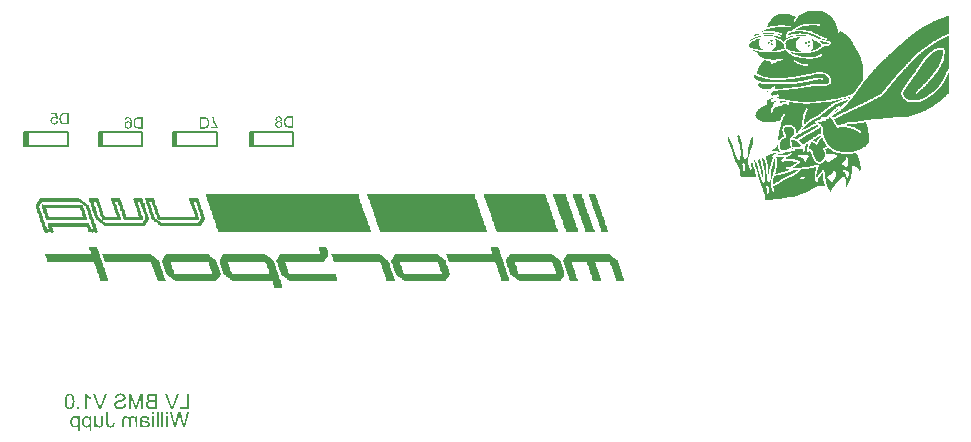
<source format=gbo>
G04*
G04 #@! TF.GenerationSoftware,Altium Limited,Altium Designer,21.1.0 (24)*
G04*
G04 Layer_Color=32896*
%FSLAX25Y25*%
%MOIN*%
G70*
G04*
G04 #@! TF.SameCoordinates,8E11B689-D9C9-4360-AAA9-F91F00066FD3*
G04*
G04*
G04 #@! TF.FilePolarity,Positive*
G04*
G01*
G75*
%ADD13C,0.00787*%
%ADD75R,0.01575X0.04724*%
G36*
X273483Y151945D02*
X273900D01*
Y151806D01*
X274317D01*
Y151667D01*
X274734D01*
Y151529D01*
X275012D01*
Y151390D01*
X275290D01*
Y151251D01*
X275567D01*
Y151112D01*
X275706D01*
Y150973D01*
X275984D01*
Y150834D01*
X276123D01*
Y150695D01*
X276262D01*
Y150556D01*
X276540D01*
Y150417D01*
X276679D01*
Y150278D01*
X276818D01*
Y150139D01*
X276957D01*
Y150000D01*
X277096D01*
Y149861D01*
X277235D01*
Y149722D01*
X277374D01*
Y149583D01*
X277513D01*
Y149444D01*
Y149305D01*
X277652D01*
Y149166D01*
X277791D01*
Y149027D01*
Y148888D01*
X277930D01*
Y148749D01*
X278069D01*
Y148610D01*
Y148471D01*
X278207D01*
Y148333D01*
Y148194D01*
X278346D01*
Y148055D01*
Y147916D01*
X278485D01*
Y147777D01*
Y147638D01*
X278624D01*
Y147499D01*
Y147360D01*
Y147221D01*
X278763D01*
Y147082D01*
Y146943D01*
Y146804D01*
X278902D01*
Y146665D01*
Y146526D01*
Y146387D01*
X279041D01*
Y146248D01*
Y146109D01*
Y145970D01*
X279180D01*
Y145831D01*
Y145693D01*
Y145554D01*
Y145415D01*
Y145276D01*
X279319D01*
Y145137D01*
Y144998D01*
Y144859D01*
X279458D01*
Y144720D01*
X279736D01*
Y144859D01*
Y144998D01*
X279875D01*
Y145137D01*
X280153D01*
Y144998D01*
X280570D01*
Y144859D01*
X280848D01*
Y144720D01*
X280987D01*
Y144581D01*
X281264D01*
Y144442D01*
X281542D01*
Y144303D01*
X281681D01*
Y144164D01*
X281959D01*
Y144025D01*
X282098D01*
Y143886D01*
X282237D01*
Y143747D01*
X282515D01*
Y143608D01*
X282654D01*
Y143469D01*
X282793D01*
Y143330D01*
X282932D01*
Y143191D01*
X283071D01*
Y143052D01*
X283210D01*
Y142913D01*
Y142774D01*
X283349D01*
Y142636D01*
X283488D01*
Y142497D01*
Y142358D01*
X283627D01*
Y142219D01*
X283766D01*
Y142080D01*
Y141941D01*
X283905D01*
Y141802D01*
X284044D01*
Y141663D01*
Y141524D01*
X284183D01*
Y141385D01*
Y141246D01*
X284321D01*
Y141107D01*
Y140968D01*
X284460D01*
Y140829D01*
Y140690D01*
X284599D01*
Y140551D01*
X284738D01*
Y140412D01*
Y140273D01*
X284877D01*
Y140134D01*
Y139995D01*
X285016D01*
Y139856D01*
Y139717D01*
X285155D01*
Y139578D01*
X285294D01*
Y139440D01*
Y139301D01*
X285433D01*
Y139162D01*
Y139023D01*
X285572D01*
Y138884D01*
X285711D01*
Y138745D01*
Y138606D01*
X285850D01*
Y138467D01*
Y138328D01*
X285989D01*
Y138189D01*
X286128D01*
Y138050D01*
Y137911D01*
X286267D01*
Y137772D01*
Y137633D01*
Y137494D01*
X286406D01*
Y137355D01*
Y137216D01*
X286545D01*
Y137077D01*
Y136938D01*
X286684D01*
Y136800D01*
Y136661D01*
Y136522D01*
X286823D01*
Y136383D01*
Y136244D01*
Y136105D01*
X286962D01*
Y135966D01*
Y135827D01*
Y135688D01*
X287101D01*
Y135549D01*
Y135410D01*
Y135271D01*
X287240D01*
Y135132D01*
Y134993D01*
Y134854D01*
Y134715D01*
X287378D01*
Y134576D01*
Y134437D01*
Y134298D01*
X287517D01*
Y134159D01*
Y134020D01*
Y133881D01*
Y133742D01*
X287656D01*
Y133604D01*
Y133465D01*
Y133326D01*
Y133187D01*
Y133048D01*
X287795D01*
Y132909D01*
Y132770D01*
Y132631D01*
Y132492D01*
Y132353D01*
Y132214D01*
Y132075D01*
Y131936D01*
Y131797D01*
Y131658D01*
Y131519D01*
Y131380D01*
Y131241D01*
Y131102D01*
Y130963D01*
Y130824D01*
Y130685D01*
Y130547D01*
Y130408D01*
Y130269D01*
Y130130D01*
Y129991D01*
Y129852D01*
Y129713D01*
Y129574D01*
X287656D01*
Y129435D01*
Y129296D01*
Y129157D01*
Y129018D01*
Y128879D01*
X287517D01*
Y128740D01*
X287378D01*
Y128601D01*
Y128462D01*
X287240D01*
Y128323D01*
X287101D01*
Y128184D01*
X286962D01*
Y128045D01*
Y127906D01*
X286823D01*
Y127768D01*
X286684D01*
Y127629D01*
X286545D01*
Y127490D01*
Y127351D01*
X286406D01*
Y127212D01*
X286267D01*
Y127073D01*
Y126934D01*
X286128D01*
Y126795D01*
X285989D01*
Y126656D01*
Y126517D01*
X285850D01*
Y126378D01*
X285711D01*
Y126239D01*
X285572D01*
Y126100D01*
Y125961D01*
X285433D01*
Y125822D01*
X285294D01*
Y125683D01*
Y125544D01*
X285155D01*
Y125405D01*
X285016D01*
Y125266D01*
Y125127D01*
X284877D01*
Y124988D01*
X284738D01*
Y124849D01*
X284599D01*
Y124711D01*
Y124572D01*
X284460D01*
Y124433D01*
X284183D01*
Y124294D01*
X283766D01*
Y124155D01*
X283488D01*
Y124016D01*
X283071D01*
Y123877D01*
X282654D01*
Y123738D01*
X282237D01*
Y123599D01*
X281820D01*
Y123460D01*
X281403D01*
Y123321D01*
X280848D01*
Y123182D01*
X280292D01*
Y123043D01*
X279736D01*
Y122904D01*
X279180D01*
Y122765D01*
X278624D01*
Y122626D01*
X277930D01*
Y122487D01*
X277096D01*
Y122348D01*
X276123D01*
Y122209D01*
X275150D01*
Y122070D01*
X273622D01*
Y121932D01*
X271955D01*
Y121792D01*
X265841D01*
Y121932D01*
X264590D01*
Y122070D01*
X263339D01*
Y122209D01*
X262367D01*
Y122348D01*
X261533D01*
Y122487D01*
X260838D01*
Y122626D01*
X260421D01*
Y122765D01*
X259727D01*
Y122904D01*
X259310D01*
Y123043D01*
X258893D01*
Y123182D01*
X259171D01*
Y123321D01*
X259310D01*
Y123460D01*
X259588D01*
Y123599D01*
Y123738D01*
Y123877D01*
Y124016D01*
X259449D01*
Y124155D01*
X258893D01*
Y124016D01*
X258198D01*
Y123877D01*
X257642D01*
Y123738D01*
X257226D01*
Y123877D01*
X256948D01*
Y124016D01*
Y124155D01*
Y124294D01*
X257087D01*
Y124433D01*
Y124572D01*
X257226D01*
Y124711D01*
X257365D01*
Y124849D01*
Y124988D01*
X257504D01*
Y125127D01*
Y125266D01*
X257642D01*
Y125405D01*
X259449D01*
Y125544D01*
X261394D01*
Y125683D01*
X262923D01*
Y125822D01*
X264312D01*
Y125961D01*
X265285D01*
Y126100D01*
X266119D01*
Y126239D01*
X266952D01*
Y126378D01*
X267925D01*
Y126517D01*
X268759D01*
Y126656D01*
X269592D01*
Y126795D01*
X270287D01*
Y126934D01*
X271399D01*
Y127073D01*
X275567D01*
Y127212D01*
X275984D01*
Y127351D01*
X276401D01*
Y127490D01*
X276540D01*
Y127629D01*
X276679D01*
Y127768D01*
X276818D01*
Y127906D01*
Y128045D01*
X276957D01*
Y128184D01*
Y128323D01*
Y128462D01*
Y128601D01*
Y128740D01*
Y128879D01*
Y129018D01*
Y129157D01*
Y129296D01*
X276818D01*
Y129435D01*
Y129574D01*
Y129713D01*
X276679D01*
Y129852D01*
Y129991D01*
X276540D01*
Y130130D01*
Y130269D01*
X276401D01*
Y130408D01*
X276262D01*
Y130547D01*
X276123D01*
Y130685D01*
X275984D01*
Y130824D01*
X275845D01*
Y130963D01*
X275567D01*
Y131102D01*
X275290D01*
Y131241D01*
X275012D01*
Y131380D01*
X274456D01*
Y131519D01*
X271955D01*
Y131380D01*
X271121D01*
Y131241D01*
X270565D01*
Y131102D01*
X269870D01*
Y130963D01*
X269176D01*
Y130824D01*
X268481D01*
Y130685D01*
X267786D01*
Y130547D01*
X266952D01*
Y130408D01*
X266396D01*
Y130269D01*
X265424D01*
Y130130D01*
X264590D01*
Y129991D01*
X263756D01*
Y129852D01*
X262784D01*
Y129713D01*
X261394D01*
Y129574D01*
X256948D01*
Y129713D01*
X256114D01*
Y129852D01*
X255558D01*
Y129991D01*
X255002D01*
Y130130D01*
X254447D01*
Y130269D01*
X254169D01*
Y130408D01*
X253752D01*
Y130547D01*
X253335D01*
Y130685D01*
X252918D01*
Y130824D01*
X252640D01*
Y130963D01*
X252223D01*
Y131102D01*
X252362D01*
Y131241D01*
Y131380D01*
Y131519D01*
Y131658D01*
Y131797D01*
Y131936D01*
X252501D01*
Y132075D01*
Y132214D01*
Y132353D01*
X252640D01*
Y132492D01*
Y132631D01*
Y132770D01*
X252779D01*
Y132909D01*
Y133048D01*
X252918D01*
Y133187D01*
Y133326D01*
X253057D01*
Y133465D01*
Y133604D01*
X253196D01*
Y133742D01*
Y133881D01*
X253335D01*
Y134020D01*
X253474D01*
Y134159D01*
Y134298D01*
X253613D01*
Y134437D01*
X253752D01*
Y134576D01*
Y134715D01*
X253891D01*
Y134854D01*
X254030D01*
Y134993D01*
X254169D01*
Y135132D01*
X254308D01*
Y135271D01*
X254447D01*
Y135410D01*
X254585D01*
Y135549D01*
X255141D01*
Y135410D01*
X255697D01*
Y135271D01*
X256670D01*
Y135132D01*
X257642D01*
Y134993D01*
X257087D01*
Y134854D01*
X256809D01*
Y134715D01*
Y134576D01*
Y134437D01*
X257781D01*
Y134576D01*
X258059D01*
Y134715D01*
X258476D01*
Y134854D01*
X258615D01*
Y134993D01*
X258893D01*
Y135132D01*
X259032D01*
Y135271D01*
X259449D01*
Y135410D01*
X260144D01*
Y135549D01*
X260699D01*
Y135688D01*
X260838D01*
Y135827D01*
X260977D01*
Y135966D01*
X260838D01*
Y136105D01*
X260699D01*
Y136244D01*
X260560D01*
Y136105D01*
X260005D01*
Y135966D01*
X259310D01*
Y135827D01*
X258615D01*
Y135688D01*
X256809D01*
Y135827D01*
X255836D01*
Y135966D01*
X255280D01*
Y136105D01*
X254724D01*
Y136244D01*
X254447D01*
Y136383D01*
X254030D01*
Y136522D01*
X253891D01*
Y136661D01*
X253613D01*
Y136800D01*
X253335D01*
Y136938D01*
X253196D01*
Y137077D01*
X253057D01*
Y137216D01*
X252918D01*
Y137355D01*
X252779D01*
Y137494D01*
X252640D01*
Y137633D01*
X252501D01*
Y137772D01*
Y137911D01*
X252362D01*
Y138050D01*
Y138189D01*
X252223D01*
Y138328D01*
X252084D01*
Y138467D01*
X251806D01*
Y138606D01*
X251112D01*
Y138745D01*
X250834D01*
Y138884D01*
X251529D01*
Y138745D01*
X252362D01*
Y138606D01*
X252918D01*
Y138467D01*
X253613D01*
Y138328D01*
X254585D01*
Y138189D01*
X258893D01*
Y138328D01*
X259588D01*
Y138467D01*
X260282D01*
Y138606D01*
X260838D01*
Y138745D01*
X261394D01*
Y138884D01*
X261950D01*
Y138745D01*
X262228D01*
Y138606D01*
Y138467D01*
X262367D01*
Y138328D01*
X262506D01*
Y138189D01*
X262645D01*
Y138050D01*
X262784D01*
Y137911D01*
X262923D01*
Y137772D01*
X263062D01*
Y137633D01*
X263339D01*
Y137494D01*
X263478D01*
Y137355D01*
X263756D01*
Y137216D01*
X264034D01*
Y137077D01*
X264312D01*
Y136938D01*
X264729D01*
Y136800D01*
X265285D01*
Y136661D01*
X265702D01*
Y136522D01*
X266258D01*
Y136383D01*
X267091D01*
Y136244D01*
X268620D01*
Y136105D01*
X270982D01*
Y136244D01*
X271955D01*
Y136383D01*
X272510D01*
Y136522D01*
X272927D01*
Y136661D01*
X273205D01*
Y136800D01*
X273483D01*
Y136938D01*
X273761D01*
Y137077D01*
X273900D01*
Y137216D01*
X274039D01*
Y137355D01*
Y137494D01*
Y137633D01*
X273622D01*
Y137494D01*
X273344D01*
Y137355D01*
X273066D01*
Y137216D01*
X272788D01*
Y137077D01*
X272372D01*
Y136938D01*
X271955D01*
Y136800D01*
X271121D01*
Y136661D01*
X268898D01*
Y136800D01*
X267091D01*
Y136938D01*
X266535D01*
Y137077D01*
X265841D01*
Y137216D01*
X265285D01*
Y137355D01*
X264868D01*
Y137494D01*
X264451D01*
Y137633D01*
X264173D01*
Y137772D01*
X263895D01*
Y137911D01*
X263617D01*
Y138050D01*
X263478D01*
Y138189D01*
X264173D01*
Y138050D01*
X265702D01*
Y137911D01*
X268898D01*
Y138050D01*
X270148D01*
Y138189D01*
X270843D01*
Y138328D01*
X271260D01*
Y138467D01*
X271677D01*
Y138606D01*
X272094D01*
Y138745D01*
X272510D01*
Y138884D01*
X272788D01*
Y139023D01*
X272927D01*
Y139162D01*
X273205D01*
Y139301D01*
X273344D01*
Y139440D01*
X273622D01*
Y139578D01*
X273761D01*
Y139717D01*
X273900D01*
Y139856D01*
X274178D01*
Y139995D01*
X274317D01*
Y140134D01*
X274595D01*
Y140273D01*
X275012D01*
Y140412D01*
X276262D01*
Y140551D01*
X276540D01*
Y140690D01*
X276679D01*
Y140829D01*
X276818D01*
Y140968D01*
Y141107D01*
Y141246D01*
Y141385D01*
Y141524D01*
Y141663D01*
X276679D01*
Y141802D01*
X276262D01*
Y141941D01*
X275845D01*
Y142080D01*
X275290D01*
Y142219D01*
X274456D01*
Y142358D01*
X273900D01*
Y142497D01*
X273205D01*
Y142636D01*
X272788D01*
Y142774D01*
X272510D01*
Y142913D01*
X272233D01*
Y143052D01*
X271955D01*
Y143191D01*
X271677D01*
Y143330D01*
X271399D01*
Y143469D01*
X270982D01*
Y143608D01*
X270704D01*
Y143747D01*
X270287D01*
Y143886D01*
X270009D01*
Y144025D01*
X269592D01*
Y144164D01*
X269037D01*
Y144303D01*
X268481D01*
Y144442D01*
X267091D01*
Y144581D01*
X266396D01*
Y144442D01*
X265146D01*
Y144303D01*
X264451D01*
Y144164D01*
X263617D01*
Y144025D01*
X263062D01*
Y143886D01*
X262784D01*
Y143747D01*
X262506D01*
Y143886D01*
Y144025D01*
Y144164D01*
X262645D01*
Y144303D01*
X262784D01*
Y144442D01*
X262923D01*
Y144581D01*
X263201D01*
Y144720D01*
X263617D01*
Y144859D01*
X264034D01*
Y144998D01*
X265007D01*
Y145137D01*
X267508D01*
Y144998D01*
X268620D01*
Y144859D01*
X269454D01*
Y144720D01*
X270009D01*
Y144581D01*
X270426D01*
Y144442D01*
X270704D01*
Y144303D01*
X270982D01*
Y144164D01*
X271260D01*
Y144025D01*
X271538D01*
Y143886D01*
X271816D01*
Y143747D01*
X272094D01*
Y143608D01*
X272372D01*
Y143469D01*
X272510D01*
Y143330D01*
X272788D01*
Y143191D01*
X273205D01*
Y143052D01*
X273483D01*
Y142913D01*
X273761D01*
Y142774D01*
X274178D01*
Y142636D01*
X274595D01*
Y142497D01*
X275012D01*
Y142358D01*
X275567D01*
Y142497D01*
X275706D01*
Y142636D01*
Y142774D01*
X275567D01*
Y142913D01*
X275150D01*
Y143052D01*
X274734D01*
Y143191D01*
X274317D01*
Y143330D01*
X273900D01*
Y143469D01*
X273622D01*
Y143608D01*
X273205D01*
Y143747D01*
X273066D01*
Y143886D01*
X272788D01*
Y144025D01*
X272510D01*
Y144164D01*
X272233D01*
Y144303D01*
X271955D01*
Y144442D01*
X271677D01*
Y144581D01*
X271399D01*
Y144720D01*
X271121D01*
Y144859D01*
X270843D01*
Y144998D01*
X270565D01*
Y145137D01*
X270148D01*
Y145276D01*
X269454D01*
Y145415D01*
X268759D01*
Y145554D01*
X267647D01*
Y145693D01*
X265285D01*
Y145831D01*
X265424D01*
Y145970D01*
X265702D01*
Y146109D01*
X265980D01*
Y146248D01*
X266258D01*
Y146387D01*
X266535D01*
Y146526D01*
X266813D01*
Y146665D01*
X267230D01*
Y146804D01*
X267786D01*
Y146943D01*
X268481D01*
Y147082D01*
X269731D01*
Y147221D01*
X272372D01*
Y147082D01*
X273066D01*
Y146943D01*
X273205D01*
Y147082D01*
X273344D01*
Y147221D01*
Y147360D01*
Y147499D01*
X273205D01*
Y147638D01*
X272510D01*
Y147777D01*
X269315D01*
Y147638D01*
X268342D01*
Y147499D01*
X267647D01*
Y147360D01*
X267091D01*
Y147221D01*
X266674D01*
Y147082D01*
X266396D01*
Y146943D01*
X266119D01*
Y146804D01*
X265841D01*
Y146665D01*
X265563D01*
Y146526D01*
X265285D01*
Y146387D01*
X265146D01*
Y146248D01*
X264868D01*
Y146109D01*
X264729D01*
Y145970D01*
X264451D01*
Y145831D01*
X264312D01*
Y145693D01*
X264173D01*
Y145554D01*
X263895D01*
Y145415D01*
X263478D01*
Y145276D01*
X263062D01*
Y145137D01*
X262784D01*
Y144998D01*
X262645D01*
Y144859D01*
X262367D01*
Y144720D01*
X262228D01*
Y144581D01*
Y144442D01*
X262089D01*
Y144303D01*
X261950D01*
Y144164D01*
Y144025D01*
Y143886D01*
Y143747D01*
Y143608D01*
Y143469D01*
Y143330D01*
Y143191D01*
X262089D01*
Y143052D01*
X262645D01*
Y143191D01*
X262923D01*
Y143330D01*
X263201D01*
Y143469D01*
X263617D01*
Y143608D01*
X264451D01*
Y143747D01*
X265285D01*
Y143886D01*
X266258D01*
Y144025D01*
X267369D01*
Y143886D01*
X268481D01*
Y143747D01*
X269037D01*
Y143608D01*
X268342D01*
Y143747D01*
X266396D01*
Y143608D01*
X265146D01*
Y143469D01*
X264451D01*
Y143330D01*
X263895D01*
Y143191D01*
X263339D01*
Y143052D01*
X262923D01*
Y142913D01*
X262645D01*
Y142774D01*
X262367D01*
Y142636D01*
X262089D01*
Y142497D01*
X261811D01*
Y142358D01*
X261672D01*
Y142219D01*
X261533D01*
Y142080D01*
X261394D01*
Y141941D01*
Y141802D01*
Y141663D01*
X261116D01*
Y141802D01*
X260977D01*
Y141941D01*
X260699D01*
Y142080D01*
X260560D01*
Y142219D01*
X260421D01*
Y142358D01*
X260144D01*
Y142497D01*
X260005D01*
Y142636D01*
X259727D01*
Y142774D01*
X259310D01*
Y142913D01*
X259032D01*
Y143052D01*
X258754D01*
Y143191D01*
X258337D01*
Y143330D01*
X257920D01*
Y143469D01*
X257365D01*
Y143608D01*
X256392D01*
Y143747D01*
X255141D01*
Y143608D01*
X254169D01*
Y143469D01*
X253474D01*
Y143330D01*
X252918D01*
Y143191D01*
X252501D01*
Y143052D01*
X252084D01*
Y142913D01*
X251806D01*
Y142774D01*
X251529D01*
Y142636D01*
X251112D01*
Y142497D01*
X250973D01*
Y142358D01*
X250695D01*
Y142219D01*
X250417D01*
Y142080D01*
X250278D01*
Y141941D01*
X250139D01*
Y142080D01*
Y142219D01*
X250278D01*
Y142358D01*
X250417D01*
Y142497D01*
X250556D01*
Y142636D01*
X250834D01*
Y142774D01*
X251112D01*
Y142913D01*
X251390D01*
Y143052D01*
X251806D01*
Y143191D01*
X252084D01*
Y143330D01*
X252501D01*
Y143469D01*
X253057D01*
Y143608D01*
X253752D01*
Y143747D01*
X254724D01*
Y143886D01*
X257642D01*
Y143747D01*
X258476D01*
Y143608D01*
X259032D01*
Y143469D01*
X259449D01*
Y143330D01*
X259866D01*
Y143191D01*
X260144D01*
Y143330D01*
X260282D01*
Y143469D01*
Y143608D01*
Y143747D01*
X260005D01*
Y143886D01*
X259588D01*
Y144025D01*
X259171D01*
Y144164D01*
X258615D01*
Y144303D01*
X257781D01*
Y144442D01*
X254447D01*
Y144581D01*
X258059D01*
Y144442D01*
X258893D01*
Y144303D01*
X259449D01*
Y144164D01*
X260005D01*
Y144025D01*
X260699D01*
Y144164D01*
X260838D01*
Y144303D01*
X260699D01*
Y144442D01*
X260560D01*
Y144581D01*
X260144D01*
Y144720D01*
X259588D01*
Y144859D01*
X258893D01*
Y144998D01*
X258198D01*
Y145137D01*
X254169D01*
Y145276D01*
X254447D01*
Y145415D01*
X254724D01*
Y145554D01*
X255141D01*
Y145693D01*
X255419D01*
Y145831D01*
X255836D01*
Y145970D01*
X256253D01*
Y146109D01*
X256670D01*
Y146248D01*
X257365D01*
Y146387D01*
X258198D01*
Y146526D01*
X259588D01*
Y146665D01*
X261533D01*
Y146526D01*
X263617D01*
Y146665D01*
Y146804D01*
Y146943D01*
X263478D01*
Y147082D01*
X261672D01*
Y147221D01*
X259310D01*
Y147082D01*
X258198D01*
Y146943D01*
X257226D01*
Y146804D01*
X256670D01*
Y146665D01*
X256114D01*
Y146526D01*
X255697D01*
Y146665D01*
Y146804D01*
Y146943D01*
X255836D01*
Y147082D01*
Y147221D01*
Y147360D01*
X255975D01*
Y147499D01*
Y147638D01*
X256114D01*
Y147777D01*
Y147916D01*
X256253D01*
Y148055D01*
X256392D01*
Y148194D01*
Y148333D01*
X256531D01*
Y148471D01*
Y148610D01*
X256670D01*
Y148749D01*
X256809D01*
Y148888D01*
X256948D01*
Y149027D01*
Y149166D01*
X257087D01*
Y149305D01*
X257226D01*
Y149444D01*
X257365D01*
Y149583D01*
X257504D01*
Y149722D01*
X257642D01*
Y149861D01*
X257781D01*
Y150000D01*
X257920D01*
Y150139D01*
X258198D01*
Y150278D01*
X258476D01*
Y150417D01*
X258754D01*
Y150556D01*
X259032D01*
Y150695D01*
X259449D01*
Y150834D01*
X260282D01*
Y150973D01*
X262506D01*
Y150834D01*
X263201D01*
Y150695D01*
X263617D01*
Y150556D01*
X264034D01*
Y150417D01*
X264451D01*
Y150278D01*
X264729D01*
Y150139D01*
X265007D01*
Y150000D01*
X265146D01*
Y149861D01*
Y149722D01*
X265007D01*
Y149583D01*
Y149444D01*
X264868D01*
Y149305D01*
Y149166D01*
X264729D01*
Y149027D01*
Y148888D01*
X264590D01*
Y148749D01*
Y148610D01*
Y148471D01*
X264729D01*
Y148333D01*
X264868D01*
Y148471D01*
X265146D01*
Y148610D01*
Y148749D01*
X265285D01*
Y148888D01*
Y149027D01*
X265424D01*
Y149166D01*
Y149305D01*
X265563D01*
Y149444D01*
Y149583D01*
X265702D01*
Y149722D01*
X265841D01*
Y149861D01*
Y150000D01*
X265980D01*
Y150139D01*
X266119D01*
Y150278D01*
X266258D01*
Y150417D01*
X266396D01*
Y150556D01*
X266674D01*
Y150695D01*
X266813D01*
Y150834D01*
X267091D01*
Y150973D01*
X267230D01*
Y151112D01*
X267647D01*
Y151251D01*
X267925D01*
Y151390D01*
X268203D01*
Y151529D01*
X268620D01*
Y151667D01*
X269037D01*
Y151806D01*
X269592D01*
Y151945D01*
X270287D01*
Y152084D01*
X273483D01*
Y151945D01*
D02*
G37*
G36*
X254169Y144998D02*
X253891D01*
Y145137D01*
X254169D01*
Y144998D01*
D02*
G37*
G36*
X254447Y144303D02*
X253613D01*
Y144164D01*
X252918D01*
Y144025D01*
X252362D01*
Y143886D01*
X251945D01*
Y143747D01*
X251667D01*
Y143608D01*
X251251D01*
Y143469D01*
X250973D01*
Y143330D01*
X250834D01*
Y143469D01*
Y143608D01*
X250973D01*
Y143747D01*
X251251D01*
Y143886D01*
X251390D01*
Y144025D01*
X251806D01*
Y144164D01*
X252223D01*
Y144303D01*
X252918D01*
Y144442D01*
X254447D01*
Y144303D01*
D02*
G37*
G36*
X253613Y142774D02*
X253474D01*
Y142913D01*
X253613D01*
Y142774D01*
D02*
G37*
G36*
X257365Y142219D02*
X257504D01*
Y142080D01*
Y141941D01*
Y141802D01*
X257365D01*
Y141663D01*
X256809D01*
Y141802D01*
X256670D01*
Y141941D01*
Y142080D01*
Y142219D01*
X256809D01*
Y142358D01*
X257365D01*
Y142219D01*
D02*
G37*
G36*
X269592Y141941D02*
X269731D01*
Y141802D01*
X269870D01*
Y141663D01*
X270009D01*
Y141524D01*
X269870D01*
Y141385D01*
X269731D01*
Y141246D01*
X269315D01*
Y141385D01*
X269176D01*
Y141524D01*
Y141663D01*
Y141802D01*
Y141941D01*
X269315D01*
Y142080D01*
X269592D01*
Y141941D01*
D02*
G37*
G36*
X256392Y141524D02*
X256531D01*
Y141385D01*
Y141246D01*
X256392D01*
Y141107D01*
X256114D01*
Y141246D01*
X255975D01*
Y141385D01*
Y141524D01*
Y141663D01*
X256392D01*
Y141524D01*
D02*
G37*
G36*
X268898Y141385D02*
Y141246D01*
Y141107D01*
Y140968D01*
X268620D01*
Y140829D01*
X268481D01*
Y140968D01*
X268342D01*
Y141107D01*
X268203D01*
Y141246D01*
Y141385D01*
X268342D01*
Y141524D01*
X268898D01*
Y141385D01*
D02*
G37*
G36*
X273205Y141941D02*
X273761D01*
Y141802D01*
X274317D01*
Y141663D01*
X275150D01*
Y141524D01*
X275706D01*
Y141385D01*
X276262D01*
Y141246D01*
Y141107D01*
X276123D01*
Y140968D01*
X275012D01*
Y140829D01*
X274456D01*
Y140690D01*
X274178D01*
Y140829D01*
X274039D01*
Y140968D01*
Y141107D01*
X273900D01*
Y141246D01*
X273761D01*
Y141385D01*
X273622D01*
Y141524D01*
X273483D01*
Y141663D01*
X273344D01*
Y141802D01*
X273066D01*
Y141941D01*
X272927D01*
Y142080D01*
X273205D01*
Y141941D01*
D02*
G37*
G36*
X257365Y141107D02*
X257504D01*
Y140968D01*
Y140829D01*
Y140690D01*
X257087D01*
Y140829D01*
X256948D01*
Y140968D01*
Y141107D01*
X257087D01*
Y141246D01*
X257365D01*
Y141107D01*
D02*
G37*
G36*
X269731Y140551D02*
X269870D01*
Y140412D01*
Y140273D01*
X269731D01*
Y140134D01*
X269454D01*
Y140273D01*
Y140412D01*
X269315D01*
Y140551D01*
X269454D01*
Y140690D01*
X269731D01*
Y140551D01*
D02*
G37*
G36*
X270843Y142358D02*
X271121D01*
Y142219D01*
X271399D01*
Y142080D01*
X271677D01*
Y141941D01*
X272094D01*
Y141802D01*
X272372D01*
Y141663D01*
X272649D01*
Y141524D01*
X272788D01*
Y141385D01*
X273066D01*
Y141246D01*
X273205D01*
Y141107D01*
X273344D01*
Y140968D01*
X273483D01*
Y140829D01*
X273622D01*
Y140690D01*
Y140551D01*
X273761D01*
Y140412D01*
Y140273D01*
X273622D01*
Y140134D01*
X273483D01*
Y139995D01*
X273344D01*
Y139856D01*
X273066D01*
Y139717D01*
X272927D01*
Y139578D01*
X272649D01*
Y139440D01*
X272510D01*
Y139301D01*
X272094D01*
Y139162D01*
X271816D01*
Y139023D01*
X271399D01*
Y138884D01*
X270982D01*
Y138745D01*
X270426D01*
Y138884D01*
X270565D01*
Y139023D01*
X270704D01*
Y139162D01*
Y139301D01*
X270843D01*
Y139440D01*
Y139578D01*
X270982D01*
Y139717D01*
Y139856D01*
Y139995D01*
X271121D01*
Y140134D01*
Y140273D01*
Y140412D01*
Y140551D01*
Y140690D01*
Y140829D01*
Y140968D01*
Y141107D01*
X270982D01*
Y141246D01*
Y141385D01*
Y141524D01*
Y141663D01*
X270843D01*
Y141802D01*
Y141941D01*
Y142080D01*
X270704D01*
Y142219D01*
X270565D01*
Y142358D01*
Y142497D01*
X270843D01*
Y142358D01*
D02*
G37*
G36*
X253474Y142636D02*
X253335D01*
Y142497D01*
X253196D01*
Y142358D01*
X253057D01*
Y142219D01*
Y142080D01*
X252918D01*
Y141941D01*
Y141802D01*
Y141663D01*
Y141524D01*
Y141385D01*
Y141246D01*
Y141107D01*
Y140968D01*
Y140829D01*
Y140690D01*
Y140551D01*
X253057D01*
Y140412D01*
Y140273D01*
X253196D01*
Y140134D01*
Y139995D01*
X253335D01*
Y139856D01*
Y139717D01*
X253474D01*
Y139578D01*
X253613D01*
Y139440D01*
X253752D01*
Y139301D01*
X253891D01*
Y139162D01*
X254169D01*
Y139023D01*
X254308D01*
Y138884D01*
X254447D01*
Y138745D01*
X254169D01*
Y138884D01*
X253474D01*
Y139023D01*
X252779D01*
Y139162D01*
X252084D01*
Y139301D01*
X251390D01*
Y139440D01*
X250834D01*
Y139578D01*
X250417D01*
Y139717D01*
X250139D01*
Y139856D01*
X250000D01*
Y139995D01*
X249861D01*
Y140134D01*
X249722D01*
Y140273D01*
Y140412D01*
Y140551D01*
Y140690D01*
Y140829D01*
Y140968D01*
X249861D01*
Y141107D01*
X250000D01*
Y141246D01*
X250139D01*
Y141385D01*
X250278D01*
Y141524D01*
X250556D01*
Y141663D01*
X250695D01*
Y141802D01*
X250973D01*
Y141941D01*
X251251D01*
Y142080D01*
X251529D01*
Y142219D01*
X251806D01*
Y142358D01*
X252084D01*
Y142497D01*
X252501D01*
Y142636D01*
X252918D01*
Y142774D01*
X253474D01*
Y142636D01*
D02*
G37*
G36*
X258337D02*
X258754D01*
Y142497D01*
X259032D01*
Y142358D01*
X259310D01*
Y142219D01*
X259588D01*
Y142080D01*
X259866D01*
Y141941D01*
X260144D01*
Y141802D01*
X260282D01*
Y141663D01*
X260421D01*
Y141524D01*
X260699D01*
Y141385D01*
X260838D01*
Y141246D01*
X260977D01*
Y141107D01*
X261116D01*
Y140968D01*
X261255D01*
Y140829D01*
Y140690D01*
Y140551D01*
X261394D01*
Y140412D01*
Y140273D01*
Y140134D01*
Y139995D01*
Y139856D01*
Y139717D01*
X261533D01*
Y139578D01*
Y139440D01*
X261394D01*
Y139301D01*
X260977D01*
Y139162D01*
X260421D01*
Y139023D01*
X259727D01*
Y138884D01*
X259032D01*
Y138745D01*
X258198D01*
Y138606D01*
X257087D01*
Y138745D01*
X257226D01*
Y138884D01*
X257504D01*
Y139023D01*
X257642D01*
Y139162D01*
X257781D01*
Y139301D01*
X257920D01*
Y139440D01*
X258059D01*
Y139578D01*
X258198D01*
Y139717D01*
X258337D01*
Y139856D01*
X258476D01*
Y139995D01*
Y140134D01*
X258615D01*
Y140273D01*
Y140412D01*
X258754D01*
Y140551D01*
Y140690D01*
Y140829D01*
Y140968D01*
Y141107D01*
Y141246D01*
Y141385D01*
Y141524D01*
Y141663D01*
X258615D01*
Y141802D01*
Y141941D01*
X258476D01*
Y142080D01*
Y142219D01*
X258337D01*
Y142358D01*
X258198D01*
Y142497D01*
X258059D01*
Y142636D01*
X257920D01*
Y142774D01*
X258337D01*
Y142636D01*
D02*
G37*
G36*
X266535Y143052D02*
X266396D01*
Y142913D01*
X266258D01*
Y142774D01*
X265980D01*
Y142636D01*
X265841D01*
Y142497D01*
Y142358D01*
X265702D01*
Y142219D01*
X265563D01*
Y142080D01*
Y141941D01*
X265424D01*
Y141802D01*
Y141663D01*
X265285D01*
Y141524D01*
Y141385D01*
Y141246D01*
Y141107D01*
Y140968D01*
Y140829D01*
Y140690D01*
Y140551D01*
Y140412D01*
Y140273D01*
Y140134D01*
X265424D01*
Y139995D01*
Y139856D01*
Y139717D01*
X265563D01*
Y139578D01*
X265702D01*
Y139440D01*
Y139301D01*
X265841D01*
Y139162D01*
X265980D01*
Y139023D01*
X266119D01*
Y138884D01*
X266258D01*
Y138745D01*
X266535D01*
Y138606D01*
X266952D01*
Y138467D01*
X264868D01*
Y138606D01*
X263895D01*
Y138745D01*
X263339D01*
Y138884D01*
X262784D01*
Y139023D01*
X262506D01*
Y139162D01*
X262228D01*
Y139301D01*
X262089D01*
Y139440D01*
X261950D01*
Y139578D01*
Y139717D01*
Y139856D01*
X261811D01*
Y139995D01*
Y140134D01*
Y140273D01*
Y140412D01*
Y140551D01*
Y140690D01*
Y140829D01*
X261672D01*
Y140968D01*
Y141107D01*
Y141246D01*
X261811D01*
Y141385D01*
Y141524D01*
Y141663D01*
X261950D01*
Y141802D01*
Y141941D01*
X262089D01*
Y142080D01*
X262367D01*
Y142219D01*
X262645D01*
Y142358D01*
X262923D01*
Y142497D01*
X263339D01*
Y142636D01*
X263756D01*
Y142774D01*
X264312D01*
Y142913D01*
X264868D01*
Y143052D01*
X265702D01*
Y143191D01*
X266535D01*
Y143052D01*
D02*
G37*
G36*
X274178Y130824D02*
X274873D01*
Y130685D01*
X275150D01*
Y130547D01*
X275428D01*
Y130408D01*
X275567D01*
Y130269D01*
X275706D01*
Y130130D01*
X275845D01*
Y129991D01*
X275984D01*
Y129852D01*
X276123D01*
Y129713D01*
Y129574D01*
X276262D01*
Y129435D01*
Y129296D01*
Y129157D01*
X276401D01*
Y129018D01*
Y128879D01*
Y128740D01*
Y128601D01*
Y128462D01*
Y128323D01*
Y128184D01*
X276262D01*
Y128045D01*
X276123D01*
Y127906D01*
X275845D01*
Y127768D01*
X275428D01*
Y127629D01*
X270982D01*
Y127490D01*
X270009D01*
Y127351D01*
X269315D01*
Y127212D01*
X268481D01*
Y127073D01*
X267786D01*
Y126934D01*
X266813D01*
Y126795D01*
X265980D01*
Y126656D01*
X265007D01*
Y126517D01*
X263895D01*
Y126378D01*
X262645D01*
Y126239D01*
X260977D01*
Y126100D01*
X259171D01*
Y125961D01*
X258059D01*
Y126100D01*
X258198D01*
Y126239D01*
X258337D01*
Y126378D01*
Y126517D01*
Y126656D01*
Y126795D01*
X258198D01*
Y126934D01*
X257920D01*
Y126795D01*
X257642D01*
Y126656D01*
X257504D01*
Y126517D01*
X257226D01*
Y126378D01*
X257087D01*
Y126239D01*
X256948D01*
Y126100D01*
X256670D01*
Y125961D01*
X256531D01*
Y125822D01*
X255697D01*
Y125961D01*
X254585D01*
Y126100D01*
X254030D01*
Y126239D01*
X253613D01*
Y126378D01*
X253335D01*
Y126517D01*
X253057D01*
Y126656D01*
X252918D01*
Y126795D01*
Y126934D01*
X252779D01*
Y127073D01*
Y127212D01*
Y127351D01*
Y127490D01*
X252918D01*
Y127629D01*
Y127768D01*
Y127906D01*
X253057D01*
Y128045D01*
X253196D01*
Y127906D01*
X253752D01*
Y127768D01*
X254308D01*
Y127629D01*
X256253D01*
Y127490D01*
X262228D01*
Y127629D01*
X264173D01*
Y127768D01*
X265563D01*
Y127906D01*
X266674D01*
Y128045D01*
X267508D01*
Y128184D01*
X268342D01*
Y128323D01*
X268898D01*
Y128462D01*
X269592D01*
Y128601D01*
X270287D01*
Y128740D01*
X270843D01*
Y128879D01*
X271538D01*
Y129018D01*
X272510D01*
Y129157D01*
X273622D01*
Y129018D01*
X274456D01*
Y129157D01*
X274595D01*
Y129296D01*
Y129435D01*
X274456D01*
Y129574D01*
X274178D01*
Y129713D01*
X271955D01*
Y129574D01*
X271121D01*
Y129435D01*
X270565D01*
Y129296D01*
X270009D01*
Y129157D01*
X269315D01*
Y129018D01*
X268759D01*
Y128879D01*
X267925D01*
Y128740D01*
X267091D01*
Y128601D01*
X266119D01*
Y128462D01*
X265146D01*
Y128323D01*
X263756D01*
Y128184D01*
X254585D01*
Y128323D01*
X254030D01*
Y128462D01*
X253474D01*
Y128601D01*
X253057D01*
Y128740D01*
X252640D01*
Y128879D01*
X252223D01*
Y129018D01*
X251945D01*
Y129157D01*
X251806D01*
Y129296D01*
X251667D01*
Y129435D01*
X251529D01*
Y129574D01*
X251390D01*
Y129713D01*
Y129852D01*
X251251D01*
Y129991D01*
Y130130D01*
Y130269D01*
Y130408D01*
X251390D01*
Y130547D01*
X251945D01*
Y130408D01*
X252362D01*
Y130269D01*
X252779D01*
Y130130D01*
X253196D01*
Y129991D01*
X253474D01*
Y129852D01*
X253891D01*
Y129713D01*
X254308D01*
Y129574D01*
X254863D01*
Y129435D01*
X255280D01*
Y129296D01*
X255975D01*
Y129157D01*
X256670D01*
Y129018D01*
X257781D01*
Y128879D01*
X258198D01*
Y129018D01*
X258337D01*
Y128879D01*
X258615D01*
Y129018D01*
X258754D01*
Y128879D01*
X259032D01*
Y129018D01*
X259171D01*
Y128879D01*
X259449D01*
Y129018D01*
X261811D01*
Y129157D01*
X262923D01*
Y129296D01*
X264034D01*
Y129435D01*
X264868D01*
Y129574D01*
X265702D01*
Y129713D01*
X266535D01*
Y129852D01*
X267230D01*
Y129991D01*
X267925D01*
Y130130D01*
X268620D01*
Y130269D01*
X269315D01*
Y130408D01*
X270148D01*
Y130547D01*
X270704D01*
Y130685D01*
X271260D01*
Y130824D01*
X271955D01*
Y130963D01*
X274178D01*
Y130824D01*
D02*
G37*
G36*
X255975Y125127D02*
X255836D01*
Y124988D01*
X255697D01*
Y125127D01*
Y125266D01*
X255975D01*
Y125127D01*
D02*
G37*
G36*
X316142Y143469D02*
Y143330D01*
Y143191D01*
Y143052D01*
Y142913D01*
Y142774D01*
Y142636D01*
Y142497D01*
Y142358D01*
Y142219D01*
Y142080D01*
Y141941D01*
Y141802D01*
Y141663D01*
Y141524D01*
Y141385D01*
Y141246D01*
Y141107D01*
Y140968D01*
Y140829D01*
Y140690D01*
Y140551D01*
Y140412D01*
Y140273D01*
Y140134D01*
Y139995D01*
Y139856D01*
Y139717D01*
Y139578D01*
Y139440D01*
Y139301D01*
Y139162D01*
Y139023D01*
Y138884D01*
Y138745D01*
Y138606D01*
Y138467D01*
Y138328D01*
Y138189D01*
Y138050D01*
Y137911D01*
Y137772D01*
Y137633D01*
Y137494D01*
Y137355D01*
Y137216D01*
Y137077D01*
Y136938D01*
Y136800D01*
Y136661D01*
Y136522D01*
Y136383D01*
Y136244D01*
Y136105D01*
Y135966D01*
Y135827D01*
Y135688D01*
Y135549D01*
Y135410D01*
Y135271D01*
Y135132D01*
Y134993D01*
Y134854D01*
Y134715D01*
Y134576D01*
Y134437D01*
Y134298D01*
Y134159D01*
Y134020D01*
Y133881D01*
Y133742D01*
Y133604D01*
Y133465D01*
Y133326D01*
Y133187D01*
Y133048D01*
Y132909D01*
Y132770D01*
Y132631D01*
X316003D01*
Y132492D01*
Y132353D01*
X315864D01*
Y132214D01*
Y132075D01*
X315725D01*
Y131936D01*
Y131797D01*
X315586D01*
Y131658D01*
Y131519D01*
X315447D01*
Y131380D01*
Y131241D01*
X315308D01*
Y131102D01*
Y130963D01*
X315169D01*
Y130824D01*
Y130685D01*
X315030D01*
Y130547D01*
Y130408D01*
X314891D01*
Y130269D01*
Y130130D01*
X314752D01*
Y129991D01*
Y129852D01*
X314613D01*
Y129713D01*
Y129574D01*
X314474D01*
Y129435D01*
Y129296D01*
X314335D01*
Y129157D01*
Y129018D01*
X314196D01*
Y128879D01*
Y128740D01*
X314057D01*
Y128601D01*
Y128462D01*
X313918D01*
Y128323D01*
X313779D01*
Y128184D01*
Y128045D01*
X313641D01*
Y127906D01*
Y127768D01*
X313502D01*
Y127629D01*
X313363D01*
Y127490D01*
Y127351D01*
X313224D01*
Y127212D01*
X313085D01*
Y127073D01*
X312946D01*
Y126934D01*
X312807D01*
Y126795D01*
Y126656D01*
X312668D01*
Y126517D01*
X312529D01*
Y126378D01*
X312390D01*
Y126239D01*
X312251D01*
Y126100D01*
X312112D01*
Y125961D01*
X311973D01*
Y125822D01*
X311834D01*
Y125683D01*
X311695D01*
Y125544D01*
X311556D01*
Y125405D01*
X311417D01*
Y125266D01*
X311278D01*
Y125127D01*
X311139D01*
Y124988D01*
X310861D01*
Y124849D01*
X310723D01*
Y124711D01*
X310584D01*
Y124572D01*
X310306D01*
Y124433D01*
X310167D01*
Y124294D01*
X310028D01*
Y124155D01*
X309750D01*
Y124016D01*
X309611D01*
Y123877D01*
X309333D01*
Y123738D01*
X309194D01*
Y123599D01*
X308916D01*
Y123460D01*
X308638D01*
Y123321D01*
X308360D01*
Y123182D01*
X308221D01*
Y123043D01*
X307944D01*
Y122904D01*
X307666D01*
Y122765D01*
X307388D01*
Y122626D01*
X306971D01*
Y122487D01*
X306554D01*
Y122348D01*
X305998D01*
Y122209D01*
X303219D01*
Y122348D01*
X302663D01*
Y122487D01*
X302385D01*
Y122626D01*
X302108D01*
Y122765D01*
X301969D01*
Y122904D01*
X301830D01*
Y123043D01*
X301691D01*
Y123182D01*
Y123321D01*
X301552D01*
Y123460D01*
X301413D01*
Y123599D01*
Y123738D01*
X301274D01*
Y123877D01*
Y124016D01*
X301135D01*
Y124155D01*
Y124294D01*
Y124433D01*
Y124572D01*
Y124711D01*
Y124849D01*
X301274D01*
Y124988D01*
Y125127D01*
Y125266D01*
X301413D01*
Y125405D01*
Y125544D01*
X301552D01*
Y125683D01*
Y125822D01*
X301691D01*
Y125961D01*
Y126100D01*
X301830D01*
Y126239D01*
X301969D01*
Y126378D01*
Y126517D01*
X302108D01*
Y126656D01*
X302246D01*
Y126795D01*
Y126934D01*
X302385D01*
Y127073D01*
X302524D01*
Y127212D01*
X302663D01*
Y127351D01*
Y127490D01*
X302802D01*
Y127629D01*
X302941D01*
Y127768D01*
Y127906D01*
X303080D01*
Y128045D01*
X303219D01*
Y128184D01*
X303358D01*
Y128323D01*
Y128462D01*
X303497D01*
Y128601D01*
X303636D01*
Y128740D01*
X303775D01*
Y128879D01*
Y129018D01*
X303914D01*
Y129157D01*
X304053D01*
Y129296D01*
Y129435D01*
X304192D01*
Y129574D01*
X304331D01*
Y129713D01*
X304470D01*
Y129852D01*
Y129991D01*
X304609D01*
Y130130D01*
X304748D01*
Y130269D01*
Y130408D01*
X304887D01*
Y130547D01*
X305026D01*
Y130685D01*
X305164D01*
Y130824D01*
Y130963D01*
X305303D01*
Y131102D01*
X305442D01*
Y131241D01*
Y131380D01*
X305581D01*
Y131519D01*
X305720D01*
Y131658D01*
Y131797D01*
X305859D01*
Y131936D01*
X305998D01*
Y132075D01*
X306137D01*
Y132214D01*
Y132353D01*
X306276D01*
Y132492D01*
X306415D01*
Y132631D01*
Y132770D01*
X306554D01*
Y132909D01*
X306693D01*
Y133048D01*
Y133187D01*
X306832D01*
Y133326D01*
X306971D01*
Y133465D01*
Y133604D01*
X307110D01*
Y133742D01*
X307249D01*
Y133881D01*
X307388D01*
Y134020D01*
Y134159D01*
X307527D01*
Y134298D01*
X307666D01*
Y134437D01*
Y134576D01*
X307804D01*
Y134715D01*
X307944D01*
Y134854D01*
Y134993D01*
X308082D01*
Y135132D01*
X308221D01*
Y135271D01*
X308360D01*
Y135410D01*
Y135549D01*
X308499D01*
Y135688D01*
X308638D01*
Y135827D01*
X308777D01*
Y135966D01*
Y136105D01*
X308916D01*
Y136244D01*
X309055D01*
Y136383D01*
X309194D01*
Y136522D01*
X309333D01*
Y136661D01*
X309472D01*
Y136800D01*
X309611D01*
Y136938D01*
X309750D01*
Y137077D01*
X309889D01*
Y137216D01*
X310028D01*
Y137355D01*
X310167D01*
Y137494D01*
X310306D01*
Y137633D01*
X310445D01*
Y137772D01*
X310584D01*
Y137911D01*
X310861D01*
Y138050D01*
X311000D01*
Y138189D01*
X311278D01*
Y138328D01*
X311417D01*
Y138467D01*
X311695D01*
Y138606D01*
X311973D01*
Y138745D01*
X312390D01*
Y138884D01*
X312807D01*
Y139023D01*
X314196D01*
Y138884D01*
Y138745D01*
Y138606D01*
Y138467D01*
Y138328D01*
Y138189D01*
Y138050D01*
Y137911D01*
Y137772D01*
Y137633D01*
Y137494D01*
Y137355D01*
Y137216D01*
Y137077D01*
Y136938D01*
X314057D01*
Y136800D01*
Y136661D01*
Y136522D01*
Y136383D01*
Y136244D01*
X313918D01*
Y136105D01*
Y135966D01*
Y135827D01*
X313779D01*
Y135688D01*
Y135549D01*
Y135410D01*
X313641D01*
Y135271D01*
Y135132D01*
X313502D01*
Y134993D01*
Y134854D01*
X313363D01*
Y134715D01*
Y134576D01*
Y134437D01*
X313224D01*
Y134298D01*
Y134159D01*
X313085D01*
Y134020D01*
X312946D01*
Y133881D01*
Y133742D01*
X312807D01*
Y133604D01*
Y133465D01*
X312668D01*
Y133326D01*
Y133187D01*
X312529D01*
Y133048D01*
X312390D01*
Y132909D01*
Y132770D01*
X312251D01*
Y132631D01*
X312112D01*
Y132492D01*
Y132353D01*
X311973D01*
Y132214D01*
X311834D01*
Y132075D01*
Y131936D01*
X311695D01*
Y131797D01*
X311556D01*
Y131658D01*
Y131519D01*
X311417D01*
Y131380D01*
X311278D01*
Y131241D01*
X311139D01*
Y131102D01*
Y130963D01*
X311000D01*
Y130824D01*
X310861D01*
Y130685D01*
X310723D01*
Y130547D01*
Y130408D01*
X310584D01*
Y130269D01*
X310445D01*
Y130130D01*
X310306D01*
Y129991D01*
X310167D01*
Y129852D01*
X310028D01*
Y129713D01*
Y129574D01*
X309889D01*
Y129435D01*
X309750D01*
Y129296D01*
X309611D01*
Y129157D01*
X309472D01*
Y129018D01*
X309333D01*
Y128879D01*
X309194D01*
Y128740D01*
X309055D01*
Y128601D01*
X308916D01*
Y128462D01*
X308777D01*
Y128323D01*
X308638D01*
Y128184D01*
X308499D01*
Y128045D01*
X308360D01*
Y127906D01*
X308221D01*
Y127768D01*
X308082D01*
Y127629D01*
X307944D01*
Y127490D01*
X307804D01*
Y127351D01*
X307666D01*
Y127212D01*
X307527D01*
Y127073D01*
X307388D01*
Y126934D01*
X307249D01*
Y126795D01*
X307110D01*
Y126656D01*
X306971D01*
Y126517D01*
X306832D01*
Y126378D01*
X306693D01*
Y126239D01*
X306554D01*
Y126100D01*
X306415D01*
Y125961D01*
X306276D01*
Y125822D01*
X306137D01*
Y125683D01*
X305998D01*
Y125544D01*
X305859D01*
Y125405D01*
X305720D01*
Y125266D01*
X305581D01*
Y125127D01*
X305442D01*
Y124988D01*
X305303D01*
Y124849D01*
X305164D01*
Y124711D01*
Y124572D01*
Y124433D01*
X305720D01*
Y124572D01*
X305859D01*
Y124711D01*
X305998D01*
Y124849D01*
X306137D01*
Y124988D01*
X306276D01*
Y125127D01*
X306415D01*
Y125266D01*
X306554D01*
Y125405D01*
X306693D01*
Y125544D01*
X306832D01*
Y125683D01*
X306971D01*
Y125822D01*
X307249D01*
Y125961D01*
X307388D01*
Y126100D01*
X307527D01*
Y126239D01*
X307666D01*
Y126378D01*
X307804D01*
Y126517D01*
X307944D01*
Y126656D01*
X308082D01*
Y126795D01*
X308221D01*
Y126934D01*
X308360D01*
Y127073D01*
X308499D01*
Y127212D01*
X308638D01*
Y127351D01*
X308777D01*
Y127490D01*
X308916D01*
Y127629D01*
X309055D01*
Y127768D01*
X309194D01*
Y127906D01*
X309333D01*
Y128045D01*
X309472D01*
Y128184D01*
X309611D01*
Y128323D01*
X309750D01*
Y128462D01*
Y128601D01*
X309889D01*
Y128740D01*
X310028D01*
Y128879D01*
X310167D01*
Y129018D01*
X310306D01*
Y129157D01*
X310445D01*
Y129296D01*
X310584D01*
Y129435D01*
X310723D01*
Y129574D01*
X310861D01*
Y129713D01*
Y129852D01*
X311000D01*
Y129991D01*
X311139D01*
Y130130D01*
X311278D01*
Y130269D01*
X311417D01*
Y130408D01*
Y130547D01*
X311556D01*
Y130685D01*
X311695D01*
Y130824D01*
X311834D01*
Y130963D01*
X311973D01*
Y131102D01*
Y131241D01*
X312112D01*
Y131380D01*
X312251D01*
Y131519D01*
Y131658D01*
X312390D01*
Y131797D01*
X312529D01*
Y131936D01*
Y132075D01*
X312668D01*
Y132214D01*
X312807D01*
Y132353D01*
Y132492D01*
X312946D01*
Y132631D01*
X313085D01*
Y132770D01*
Y132909D01*
X313224D01*
Y133048D01*
Y133187D01*
X313363D01*
Y133326D01*
X313502D01*
Y133465D01*
Y133604D01*
X313641D01*
Y133742D01*
Y133881D01*
X313779D01*
Y134020D01*
Y134159D01*
X313918D01*
Y134298D01*
Y134437D01*
X314057D01*
Y134576D01*
Y134715D01*
X314196D01*
Y134854D01*
Y134993D01*
Y135132D01*
X314335D01*
Y135271D01*
Y135410D01*
X314474D01*
Y135549D01*
Y135688D01*
Y135827D01*
X314613D01*
Y135966D01*
Y136105D01*
Y136244D01*
Y136383D01*
X314752D01*
Y136522D01*
Y136661D01*
Y136800D01*
Y136938D01*
Y137077D01*
Y137216D01*
Y137355D01*
Y137494D01*
X314891D01*
Y137633D01*
Y137772D01*
Y137911D01*
Y138050D01*
Y138189D01*
Y138328D01*
Y138467D01*
Y138606D01*
Y138745D01*
Y138884D01*
X314752D01*
Y139023D01*
Y139162D01*
Y139301D01*
X314613D01*
Y139440D01*
Y139578D01*
X314335D01*
Y139717D01*
X312946D01*
Y139578D01*
X312390D01*
Y139440D01*
X312112D01*
Y139301D01*
X311695D01*
Y139162D01*
X311417D01*
Y139023D01*
X311139D01*
Y138884D01*
X311000D01*
Y138745D01*
X310723D01*
Y138606D01*
X310584D01*
Y138467D01*
X310306D01*
Y138328D01*
X310167D01*
Y138189D01*
X310028D01*
Y138050D01*
X309889D01*
Y137911D01*
X309611D01*
Y137772D01*
X309472D01*
Y137633D01*
X309333D01*
Y137494D01*
X309194D01*
Y137355D01*
X309055D01*
Y137216D01*
X308916D01*
Y137077D01*
X308777D01*
Y136938D01*
Y136800D01*
X308638D01*
Y136661D01*
X308499D01*
Y136522D01*
X308360D01*
Y136383D01*
X308221D01*
Y136244D01*
X308082D01*
Y136105D01*
Y135966D01*
X307944D01*
Y135827D01*
X307804D01*
Y135688D01*
X307666D01*
Y135549D01*
Y135410D01*
X307527D01*
Y135271D01*
X307388D01*
Y135132D01*
X307249D01*
Y134993D01*
Y134854D01*
X307110D01*
Y134715D01*
X306971D01*
Y134576D01*
Y134437D01*
X306832D01*
Y134298D01*
X306693D01*
Y134159D01*
Y134020D01*
X306554D01*
Y133881D01*
X306415D01*
Y133742D01*
Y133604D01*
X306276D01*
Y133465D01*
X306137D01*
Y133326D01*
Y133187D01*
X305998D01*
Y133048D01*
X305859D01*
Y132909D01*
X305720D01*
Y132770D01*
Y132631D01*
X305581D01*
Y132492D01*
X305442D01*
Y132353D01*
Y132214D01*
X305303D01*
Y132075D01*
X305164D01*
Y131936D01*
Y131797D01*
X305026D01*
Y131658D01*
X304887D01*
Y131519D01*
Y131380D01*
X304748D01*
Y131241D01*
X304609D01*
Y131102D01*
X304470D01*
Y130963D01*
Y130824D01*
X304331D01*
Y130685D01*
X304192D01*
Y130547D01*
X304053D01*
Y130408D01*
Y130269D01*
X303914D01*
Y130130D01*
X303775D01*
Y129991D01*
Y129852D01*
X303636D01*
Y129713D01*
X303497D01*
Y129574D01*
X303358D01*
Y129435D01*
Y129296D01*
X303219D01*
Y129157D01*
X303080D01*
Y129018D01*
X302941D01*
Y128879D01*
Y128740D01*
X302802D01*
Y128601D01*
X302663D01*
Y128462D01*
X302524D01*
Y128323D01*
Y128184D01*
X302385D01*
Y128045D01*
X302246D01*
Y127906D01*
Y127768D01*
X302108D01*
Y127629D01*
X301969D01*
Y127490D01*
X301830D01*
Y127351D01*
Y127212D01*
X301691D01*
Y127073D01*
X301552D01*
Y126934D01*
Y126795D01*
X301413D01*
Y126656D01*
Y126517D01*
X301274D01*
Y126378D01*
X301135D01*
Y126239D01*
Y126100D01*
X300996D01*
Y125961D01*
Y125822D01*
X300857D01*
Y125683D01*
Y125544D01*
X300718D01*
Y125405D01*
Y125266D01*
X300579D01*
Y125127D01*
Y124988D01*
Y124849D01*
X300440D01*
Y124711D01*
Y124572D01*
Y124433D01*
Y124294D01*
Y124155D01*
Y124016D01*
X300579D01*
Y123877D01*
Y123738D01*
Y123599D01*
X300718D01*
Y123460D01*
Y123321D01*
X300857D01*
Y123182D01*
X300996D01*
Y123043D01*
X301135D01*
Y122904D01*
Y122765D01*
X301274D01*
Y122626D01*
X301413D01*
Y122487D01*
X301552D01*
Y122348D01*
X301691D01*
Y122209D01*
X301830D01*
Y122070D01*
X301969D01*
Y121932D01*
X302246D01*
Y121792D01*
X302663D01*
Y121653D01*
X303775D01*
Y121515D01*
X305303D01*
Y121653D01*
X306276D01*
Y121792D01*
X306832D01*
Y121932D01*
X307249D01*
Y122070D01*
X307666D01*
Y122209D01*
X307944D01*
Y122348D01*
X308221D01*
Y122487D01*
X308499D01*
Y122626D01*
X308777D01*
Y122765D01*
X309055D01*
Y122904D01*
X309194D01*
Y123043D01*
X309472D01*
Y123182D01*
X309611D01*
Y123321D01*
X309889D01*
Y123460D01*
X310028D01*
Y123599D01*
X310306D01*
Y123738D01*
X310445D01*
Y123877D01*
X310584D01*
Y124016D01*
X310861D01*
Y124155D01*
X311000D01*
Y124294D01*
X311139D01*
Y124433D01*
X311417D01*
Y124572D01*
X311556D01*
Y124711D01*
X311695D01*
Y124849D01*
X311834D01*
Y124988D01*
X311973D01*
Y125127D01*
X312112D01*
Y125266D01*
X312251D01*
Y125405D01*
X312390D01*
Y125544D01*
X312529D01*
Y125683D01*
X312668D01*
Y125822D01*
X312807D01*
Y125961D01*
X312946D01*
Y126100D01*
X313085D01*
Y126239D01*
X313224D01*
Y126378D01*
X313363D01*
Y126517D01*
X313502D01*
Y126656D01*
X313641D01*
Y126795D01*
Y126934D01*
X313779D01*
Y127073D01*
X313918D01*
Y127212D01*
X314057D01*
Y127351D01*
Y127490D01*
X314196D01*
Y127629D01*
Y127768D01*
X314335D01*
Y127906D01*
X314474D01*
Y128045D01*
Y128184D01*
X314613D01*
Y128323D01*
Y128462D01*
X314752D01*
Y128601D01*
Y128740D01*
X314891D01*
Y128879D01*
Y129018D01*
X315030D01*
Y129157D01*
Y129296D01*
X315169D01*
Y129435D01*
Y129574D01*
X315308D01*
Y129713D01*
Y129852D01*
X315447D01*
Y129991D01*
Y130130D01*
X315586D01*
Y130269D01*
Y130408D01*
X315725D01*
Y130547D01*
Y130685D01*
X315864D01*
Y130824D01*
Y130963D01*
X316003D01*
Y131102D01*
Y131241D01*
X316142D01*
Y131102D01*
Y130963D01*
Y130824D01*
Y130685D01*
Y130547D01*
Y130408D01*
Y130269D01*
Y130130D01*
Y129991D01*
Y129852D01*
Y129713D01*
Y129574D01*
Y129435D01*
Y129296D01*
Y129157D01*
Y129018D01*
Y128879D01*
Y128740D01*
Y128601D01*
Y128462D01*
Y128323D01*
Y128184D01*
Y128045D01*
Y127906D01*
Y127768D01*
Y127629D01*
Y127490D01*
Y127351D01*
Y127212D01*
Y127073D01*
Y126934D01*
Y126795D01*
Y126656D01*
Y126517D01*
Y126378D01*
Y126239D01*
Y126100D01*
Y125961D01*
Y125822D01*
Y125683D01*
Y125544D01*
Y125405D01*
Y125266D01*
Y125127D01*
Y124988D01*
Y124849D01*
Y124711D01*
Y124572D01*
Y124433D01*
X316003D01*
Y124294D01*
X315864D01*
Y124155D01*
X315725D01*
Y124016D01*
X315586D01*
Y123877D01*
X315447D01*
Y123738D01*
X315308D01*
Y123599D01*
X315169D01*
Y123460D01*
X315030D01*
Y123321D01*
X314891D01*
Y123182D01*
X314752D01*
Y123043D01*
X314474D01*
Y122904D01*
X314335D01*
Y122765D01*
X314196D01*
Y122626D01*
X314057D01*
Y122487D01*
X313918D01*
Y122348D01*
X313779D01*
Y122209D01*
X313641D01*
Y122070D01*
X313363D01*
Y121932D01*
X313224D01*
Y121792D01*
X313085D01*
Y121653D01*
X312946D01*
Y121515D01*
X312668D01*
Y121376D01*
X312529D01*
Y121237D01*
X312390D01*
Y121098D01*
X312112D01*
Y120959D01*
X311973D01*
Y120820D01*
X311695D01*
Y120681D01*
X311556D01*
Y120542D01*
X311278D01*
Y120403D01*
X311139D01*
Y120264D01*
X310861D01*
Y120125D01*
X310723D01*
Y119986D01*
X310445D01*
Y119847D01*
X310306D01*
Y119708D01*
X310028D01*
Y119569D01*
X309750D01*
Y119430D01*
X309472D01*
Y119291D01*
X309194D01*
Y119152D01*
X309055D01*
Y119013D01*
X308777D01*
Y118875D01*
X308499D01*
Y118736D01*
X308221D01*
Y118597D01*
X307804D01*
Y118458D01*
X307527D01*
Y118319D01*
X307249D01*
Y118180D01*
X306971D01*
Y118041D01*
X306554D01*
Y117902D01*
X306137D01*
Y117763D01*
X305859D01*
Y117624D01*
X305442D01*
Y117485D01*
X305026D01*
Y117346D01*
X304609D01*
Y117207D01*
X304053D01*
Y117068D01*
X303636D01*
Y116929D01*
X303080D01*
Y116790D01*
X302385D01*
Y116651D01*
X299884D01*
Y116512D01*
X297800D01*
Y116373D01*
X295993D01*
Y116234D01*
X294465D01*
Y116095D01*
X293075D01*
Y115956D01*
X291825D01*
Y115817D01*
X290435D01*
Y115679D01*
X289324D01*
Y115540D01*
X288073D01*
Y115401D01*
X286962D01*
Y115262D01*
X285850D01*
Y115123D01*
X284738D01*
Y114984D01*
X283488D01*
Y114845D01*
X283349D01*
Y114984D01*
X283071D01*
Y114845D01*
X282376D01*
Y114706D01*
X281959D01*
Y114567D01*
X281542D01*
Y114428D01*
X280987D01*
Y114289D01*
X280709D01*
Y114150D01*
X280292D01*
Y114011D01*
X279875D01*
Y113872D01*
X279458D01*
Y113733D01*
X279180D01*
Y113872D01*
X279041D01*
Y114011D01*
Y114150D01*
X278902D01*
Y114289D01*
Y114428D01*
X278763D01*
Y114567D01*
Y114706D01*
X278624D01*
Y114845D01*
X278485D01*
Y114984D01*
Y115123D01*
X278346D01*
Y115262D01*
Y115401D01*
X278207D01*
Y115540D01*
Y115679D01*
X278069D01*
Y115817D01*
X278207D01*
Y115956D01*
X278485D01*
Y116095D01*
X278624D01*
Y116234D01*
X278902D01*
Y116373D01*
X279180D01*
Y116512D01*
X279458D01*
Y116651D01*
X279736D01*
Y116790D01*
X280014D01*
Y116929D01*
X280292D01*
Y117068D01*
X280570D01*
Y117207D01*
X280848D01*
Y117346D01*
X281125D01*
Y117485D01*
X281403D01*
Y117624D01*
X281681D01*
Y117763D01*
X281959D01*
Y117902D01*
X282237D01*
Y118041D01*
X282515D01*
Y118180D01*
X282793D01*
Y118319D01*
X283071D01*
Y118458D01*
X283349D01*
Y118597D01*
X283766D01*
Y118736D01*
X284044D01*
Y118875D01*
X284321D01*
Y119013D01*
X284599D01*
Y119152D01*
X284877D01*
Y119291D01*
X285155D01*
Y119430D01*
X285572D01*
Y119569D01*
X285850D01*
Y119708D01*
X286128D01*
Y119847D01*
X286406D01*
Y119986D01*
X286684D01*
Y120125D01*
X286962D01*
Y120264D01*
X287240D01*
Y120403D01*
X287517D01*
Y120542D01*
X287795D01*
Y120681D01*
X288212D01*
Y120820D01*
X288490D01*
Y120959D01*
X288768D01*
Y121098D01*
X289046D01*
Y121237D01*
X289324D01*
Y121376D01*
X289602D01*
Y121515D01*
X289880D01*
Y121653D01*
X290158D01*
Y121792D01*
X290296D01*
Y121932D01*
X290574D01*
Y122070D01*
X290852D01*
Y122209D01*
X291130D01*
Y122348D01*
X291408D01*
Y122487D01*
X291686D01*
Y122626D01*
X291964D01*
Y122765D01*
X292242D01*
Y122904D01*
X292520D01*
Y123043D01*
X292798D01*
Y123182D01*
X293075D01*
Y123321D01*
X293214D01*
Y123460D01*
X293492D01*
Y123599D01*
X293770D01*
Y123738D01*
X294048D01*
Y123877D01*
X294187D01*
Y124016D01*
X294326D01*
Y124155D01*
X294465D01*
Y124294D01*
X294604D01*
Y124433D01*
X294743D01*
Y124572D01*
X294882D01*
Y124711D01*
X295021D01*
Y124849D01*
Y124988D01*
X295160D01*
Y125127D01*
X295299D01*
Y125266D01*
X295438D01*
Y125405D01*
X295577D01*
Y125544D01*
Y125683D01*
X295716D01*
Y125822D01*
X295855D01*
Y125961D01*
X295993D01*
Y126100D01*
Y126239D01*
X296132D01*
Y126378D01*
X296271D01*
Y126517D01*
X296410D01*
Y126656D01*
X296549D01*
Y126795D01*
Y126934D01*
X296688D01*
Y127073D01*
X296827D01*
Y127212D01*
X296966D01*
Y127351D01*
X297105D01*
Y127490D01*
Y127629D01*
X297244D01*
Y127768D01*
X297383D01*
Y127906D01*
X297522D01*
Y128045D01*
X297661D01*
Y128184D01*
X297800D01*
Y128323D01*
Y128462D01*
X297939D01*
Y128601D01*
X298078D01*
Y128740D01*
X298217D01*
Y128879D01*
X298356D01*
Y129018D01*
X298495D01*
Y129157D01*
Y129296D01*
X298634D01*
Y129435D01*
X298773D01*
Y129574D01*
X298911D01*
Y129713D01*
X299050D01*
Y129852D01*
X299189D01*
Y129991D01*
X299328D01*
Y130130D01*
X299467D01*
Y130269D01*
Y130408D01*
X299606D01*
Y130547D01*
X299745D01*
Y130685D01*
X299884D01*
Y130824D01*
X300023D01*
Y130963D01*
X300162D01*
Y131102D01*
X300301D01*
Y131241D01*
X300440D01*
Y131380D01*
X300579D01*
Y131519D01*
X300718D01*
Y131658D01*
X300857D01*
Y131797D01*
Y131936D01*
X300996D01*
Y132075D01*
X301135D01*
Y132214D01*
X301274D01*
Y132353D01*
X301413D01*
Y132492D01*
X301552D01*
Y132631D01*
X301691D01*
Y132770D01*
X301830D01*
Y132909D01*
X301969D01*
Y133048D01*
X302108D01*
Y133187D01*
X302246D01*
Y133326D01*
X302385D01*
Y133465D01*
X302524D01*
Y133604D01*
X302663D01*
Y133742D01*
X302802D01*
Y133881D01*
X302941D01*
Y134020D01*
Y134159D01*
X303080D01*
Y134298D01*
X303219D01*
Y134437D01*
X303358D01*
Y134576D01*
X303497D01*
Y134715D01*
X303636D01*
Y134854D01*
X303775D01*
Y134993D01*
X303914D01*
Y135132D01*
X304053D01*
Y135271D01*
X304192D01*
Y135410D01*
X304331D01*
Y135549D01*
X304470D01*
Y135688D01*
X304609D01*
Y135827D01*
X304748D01*
Y135966D01*
X304887D01*
Y136105D01*
X305026D01*
Y136244D01*
X305164D01*
Y136383D01*
X305303D01*
Y136522D01*
X305442D01*
Y136661D01*
X305581D01*
Y136800D01*
X305720D01*
Y136938D01*
X305859D01*
Y137077D01*
X305998D01*
Y137216D01*
X306137D01*
Y137355D01*
X306276D01*
Y137494D01*
X306415D01*
Y137633D01*
X306554D01*
Y137772D01*
X306832D01*
Y137911D01*
X306971D01*
Y138050D01*
X307110D01*
Y138189D01*
X307249D01*
Y138328D01*
X307527D01*
Y138467D01*
X307666D01*
Y138606D01*
X307804D01*
Y138745D01*
X308082D01*
Y138884D01*
X308221D01*
Y139023D01*
X308360D01*
Y139162D01*
X308638D01*
Y139301D01*
X308777D01*
Y139440D01*
X309055D01*
Y139578D01*
X309194D01*
Y139717D01*
X309333D01*
Y139856D01*
X309611D01*
Y139995D01*
X309750D01*
Y140134D01*
X310028D01*
Y140273D01*
X310167D01*
Y140412D01*
X310445D01*
Y140551D01*
X310584D01*
Y140690D01*
X310861D01*
Y140829D01*
X311000D01*
Y140968D01*
X311278D01*
Y141107D01*
X311417D01*
Y141246D01*
X311695D01*
Y141385D01*
X311834D01*
Y141524D01*
X312112D01*
Y141663D01*
X312390D01*
Y141802D01*
X312529D01*
Y141941D01*
X312807D01*
Y142080D01*
X313085D01*
Y142219D01*
X313363D01*
Y142358D01*
X313641D01*
Y142497D01*
X313779D01*
Y142636D01*
X314057D01*
Y142774D01*
X314335D01*
Y142913D01*
X314613D01*
Y143052D01*
X314891D01*
Y143191D01*
X315169D01*
Y143330D01*
X315586D01*
Y143469D01*
X315864D01*
Y143608D01*
X316142D01*
Y143469D01*
D02*
G37*
G36*
X255975Y123599D02*
Y123460D01*
X255836D01*
Y123599D01*
Y123738D01*
X255975D01*
Y123599D01*
D02*
G37*
G36*
X255836Y123321D02*
Y123182D01*
X255697D01*
Y123321D01*
Y123460D01*
X255836D01*
Y123321D01*
D02*
G37*
G36*
X283766Y123460D02*
X283627D01*
Y123321D01*
X283488D01*
Y123182D01*
X283349D01*
Y123043D01*
Y122904D01*
X283210D01*
Y122765D01*
X282932D01*
Y122904D01*
X282654D01*
Y123043D01*
Y123182D01*
Y123321D01*
X283071D01*
Y123460D01*
X283488D01*
Y123599D01*
X283766D01*
Y123460D01*
D02*
G37*
G36*
X258476Y122626D02*
Y122487D01*
X258198D01*
Y122626D01*
X258337D01*
Y122765D01*
X258476D01*
Y122626D01*
D02*
G37*
G36*
X260977Y121932D02*
X261811D01*
Y121792D01*
X262228D01*
Y121653D01*
X261255D01*
Y121515D01*
X260699D01*
Y121376D01*
X259866D01*
Y121515D01*
X259310D01*
Y121653D01*
X259588D01*
Y121792D01*
X259866D01*
Y121932D01*
X260144D01*
Y122070D01*
X260977D01*
Y121932D01*
D02*
G37*
G36*
X281959Y122904D02*
Y122765D01*
X281542D01*
Y122626D01*
X281125D01*
Y122487D01*
X280709D01*
Y122348D01*
X280292D01*
Y122209D01*
X280014D01*
Y122070D01*
X279597D01*
Y121932D01*
X279180D01*
Y121792D01*
X278902D01*
Y121653D01*
X278485D01*
Y121515D01*
X278207D01*
Y121376D01*
X277791D01*
Y121237D01*
X277513D01*
Y121098D01*
X277235D01*
Y120959D01*
X276957D01*
Y120820D01*
X276818D01*
Y120681D01*
Y120542D01*
Y120403D01*
X276540D01*
Y120264D01*
X276401D01*
Y120125D01*
X276262D01*
Y119986D01*
X275984D01*
Y119847D01*
X275845D01*
Y119708D01*
X275706D01*
Y119569D01*
X275567D01*
Y119430D01*
X275428D01*
Y119291D01*
X275290D01*
Y119152D01*
X275012D01*
Y119013D01*
X274873D01*
Y118875D01*
X274734D01*
Y118736D01*
X274456D01*
Y118597D01*
X274317D01*
Y118458D01*
X274178D01*
Y118319D01*
X273900D01*
Y118180D01*
X273761D01*
Y118041D01*
X273622D01*
Y117902D01*
X273483D01*
Y117763D01*
X273344D01*
Y117624D01*
X273066D01*
Y117485D01*
X272927D01*
Y117346D01*
X272788D01*
Y117207D01*
X272510D01*
Y117068D01*
X272372D01*
Y116929D01*
X272094D01*
Y116790D01*
X271816D01*
Y116651D01*
X271538D01*
Y116512D01*
X271260D01*
Y116373D01*
X270982D01*
Y116234D01*
X270704D01*
Y116095D01*
X270426D01*
Y115956D01*
X270148D01*
Y115817D01*
X270009D01*
Y115679D01*
X269870D01*
Y115540D01*
X269592D01*
Y115401D01*
X269454D01*
Y115262D01*
X269315D01*
Y115123D01*
X269037D01*
Y114984D01*
X268898D01*
Y114845D01*
X268759D01*
Y114706D01*
X268620D01*
Y114567D01*
X268481D01*
Y114428D01*
X268342D01*
Y114289D01*
X268203D01*
Y114150D01*
X268064D01*
Y114289D01*
Y114428D01*
Y114567D01*
Y114706D01*
Y114845D01*
Y114984D01*
Y115123D01*
Y115262D01*
Y115401D01*
Y115540D01*
Y115679D01*
Y115817D01*
X268203D01*
Y115956D01*
Y116095D01*
Y116234D01*
Y116373D01*
Y116512D01*
Y116651D01*
Y116790D01*
X268342D01*
Y116929D01*
Y117068D01*
Y117207D01*
Y117346D01*
X268481D01*
Y117485D01*
Y117624D01*
Y117763D01*
X268620D01*
Y117902D01*
Y118041D01*
Y118180D01*
X268759D01*
Y118319D01*
Y118458D01*
X268898D01*
Y118597D01*
X269037D01*
Y118736D01*
Y118875D01*
X269176D01*
Y119013D01*
Y119152D01*
Y119291D01*
Y119430D01*
X269037D01*
Y119569D01*
X268759D01*
Y119430D01*
X268620D01*
Y119291D01*
X268481D01*
Y119152D01*
Y119013D01*
X268342D01*
Y118875D01*
Y118736D01*
X268203D01*
Y118597D01*
Y118458D01*
X268064D01*
Y118319D01*
Y118180D01*
X267925D01*
Y118041D01*
Y117902D01*
Y117763D01*
X267786D01*
Y117624D01*
Y117485D01*
Y117346D01*
X267647D01*
Y117207D01*
Y117068D01*
Y116929D01*
Y116790D01*
Y116651D01*
X267508D01*
Y116512D01*
Y116373D01*
Y116234D01*
Y116095D01*
Y115956D01*
Y115817D01*
Y115679D01*
Y115540D01*
X267369D01*
Y115401D01*
Y115262D01*
Y115123D01*
Y114984D01*
Y114845D01*
Y114706D01*
Y114567D01*
Y114428D01*
Y114289D01*
Y114150D01*
Y114011D01*
Y113872D01*
Y113733D01*
X267508D01*
Y113594D01*
Y113455D01*
X267369D01*
Y113316D01*
X267230D01*
Y113177D01*
X267091D01*
Y113038D01*
X266952D01*
Y112899D01*
Y112760D01*
X266813D01*
Y112622D01*
X266674D01*
Y112483D01*
X266535D01*
Y112344D01*
X266396D01*
Y112205D01*
Y112066D01*
X266258D01*
Y111927D01*
X266119D01*
Y111788D01*
X265980D01*
Y111649D01*
Y111510D01*
X265841D01*
Y111371D01*
X265702D01*
Y111232D01*
X265424D01*
Y111371D01*
Y111510D01*
Y111649D01*
Y111788D01*
Y111927D01*
Y112066D01*
Y112205D01*
X265285D01*
Y112344D01*
Y112483D01*
Y112622D01*
X265146D01*
Y112760D01*
X265007D01*
Y112899D01*
Y113038D01*
X264868D01*
Y113177D01*
X264729D01*
Y113316D01*
X264590D01*
Y113455D01*
X264451D01*
Y113594D01*
X264173D01*
Y113733D01*
X263895D01*
Y113872D01*
X263617D01*
Y114011D01*
X261811D01*
Y113872D01*
X261533D01*
Y113733D01*
X261394D01*
Y113594D01*
X261116D01*
Y113455D01*
X260977D01*
Y113316D01*
Y113177D01*
X260838D01*
Y113038D01*
Y112899D01*
Y112760D01*
X260699D01*
Y112622D01*
Y112483D01*
Y112344D01*
Y112205D01*
Y112066D01*
X260838D01*
Y111927D01*
Y111788D01*
Y111649D01*
Y111510D01*
Y111371D01*
X260977D01*
Y111232D01*
Y111093D01*
Y110954D01*
X261116D01*
Y110815D01*
Y110676D01*
Y110537D01*
X261255D01*
Y110398D01*
Y110259D01*
X261394D01*
Y110120D01*
X261116D01*
Y109982D01*
X260838D01*
Y109843D01*
X260560D01*
Y109704D01*
X260421D01*
Y109565D01*
X260282D01*
Y109426D01*
X260144D01*
Y109287D01*
X260005D01*
Y109148D01*
X259866D01*
Y109009D01*
X259449D01*
Y109148D01*
Y109287D01*
Y109426D01*
Y109565D01*
Y109704D01*
Y109843D01*
Y109982D01*
Y110120D01*
Y110259D01*
X259588D01*
Y110398D01*
Y110537D01*
Y110676D01*
Y110815D01*
Y110954D01*
Y111093D01*
Y111232D01*
Y111371D01*
X259727D01*
Y111510D01*
Y111649D01*
Y111788D01*
Y111927D01*
Y112066D01*
Y112205D01*
X259866D01*
Y112344D01*
Y112483D01*
Y112622D01*
Y112760D01*
Y112899D01*
X260005D01*
Y113038D01*
Y113177D01*
Y113316D01*
Y113455D01*
X260144D01*
Y113594D01*
Y113733D01*
Y113872D01*
X260282D01*
Y114011D01*
Y114150D01*
Y114289D01*
Y114428D01*
X260421D01*
Y114567D01*
Y114706D01*
Y114845D01*
X260560D01*
Y114984D01*
Y115123D01*
Y115262D01*
X260699D01*
Y115401D01*
Y115540D01*
Y115679D01*
X260838D01*
Y115817D01*
Y115956D01*
X260977D01*
Y116095D01*
Y116234D01*
X261116D01*
Y116373D01*
Y116512D01*
X261255D01*
Y116651D01*
Y116790D01*
X261394D01*
Y116929D01*
Y117068D01*
X261533D01*
Y117207D01*
X261672D01*
Y117346D01*
Y117485D01*
Y117624D01*
X261533D01*
Y117763D01*
X261116D01*
Y117624D01*
X260977D01*
Y117485D01*
Y117346D01*
X260838D01*
Y117207D01*
Y117068D01*
X260699D01*
Y116929D01*
X260560D01*
Y116790D01*
Y116651D01*
X260421D01*
Y116512D01*
Y116373D01*
X260282D01*
Y116234D01*
Y116095D01*
X260144D01*
Y115956D01*
Y115817D01*
Y115679D01*
X260005D01*
Y115540D01*
X259866D01*
Y115401D01*
X259449D01*
Y115262D01*
X258754D01*
Y115123D01*
X257781D01*
Y114984D01*
X254724D01*
Y115123D01*
X254030D01*
Y115262D01*
X253474D01*
Y115401D01*
X253196D01*
Y115540D01*
X252918D01*
Y115679D01*
X252640D01*
Y115817D01*
X252501D01*
Y115956D01*
X252362D01*
Y116095D01*
X252223D01*
Y116234D01*
X252084D01*
Y116373D01*
Y116512D01*
X251945D01*
Y116651D01*
Y116790D01*
Y116929D01*
Y117068D01*
X251806D01*
Y117207D01*
Y117346D01*
X251945D01*
Y117485D01*
Y117624D01*
Y117763D01*
Y117902D01*
X252084D01*
Y118041D01*
Y118180D01*
X252223D01*
Y118319D01*
Y118458D01*
X252362D01*
Y118597D01*
Y118736D01*
X252501D01*
Y118875D01*
X252640D01*
Y119013D01*
X252779D01*
Y119152D01*
X252918D01*
Y119291D01*
X253057D01*
Y119430D01*
X253335D01*
Y119569D01*
X253474D01*
Y119708D01*
X253752D01*
Y119847D01*
X253891D01*
Y119986D01*
X254169D01*
Y120125D01*
X254308D01*
Y120264D01*
X254585D01*
Y120403D01*
X254863D01*
Y120542D01*
X255002D01*
Y120681D01*
X255280D01*
Y120542D01*
X255558D01*
Y120681D01*
X255697D01*
Y120820D01*
Y120959D01*
Y121098D01*
Y121237D01*
Y121376D01*
Y121515D01*
X255558D01*
Y121653D01*
Y121792D01*
Y121932D01*
Y122070D01*
Y122209D01*
Y122348D01*
X255836D01*
Y122209D01*
X256114D01*
Y122348D01*
X256253D01*
Y122487D01*
X256531D01*
Y122626D01*
X256670D01*
Y122765D01*
X256948D01*
Y122904D01*
X257365D01*
Y123043D01*
X257642D01*
Y122904D01*
X257504D01*
Y122765D01*
X257365D01*
Y122626D01*
X257226D01*
Y122487D01*
X257087D01*
Y122348D01*
X256948D01*
Y122209D01*
X256809D01*
Y122070D01*
Y121932D01*
Y121792D01*
X256948D01*
Y121653D01*
X257226D01*
Y121792D01*
X258059D01*
Y121932D01*
X258615D01*
Y121792D01*
X258337D01*
Y121653D01*
X258198D01*
Y121515D01*
X258059D01*
Y121376D01*
X257920D01*
Y121237D01*
X258059D01*
Y121098D01*
Y120959D01*
X258337D01*
Y120820D01*
X257781D01*
Y120681D01*
X257642D01*
Y120542D01*
Y120403D01*
X257504D01*
Y120264D01*
Y120125D01*
X257365D01*
Y119986D01*
Y119847D01*
X257226D01*
Y119708D01*
Y119569D01*
X257087D01*
Y119430D01*
Y119291D01*
X256948D01*
Y119152D01*
Y119013D01*
Y118875D01*
X256809D01*
Y118736D01*
Y118597D01*
Y118458D01*
Y118319D01*
Y118180D01*
Y118041D01*
X256948D01*
Y117902D01*
X257226D01*
Y118041D01*
X257365D01*
Y118180D01*
X257504D01*
Y118319D01*
Y118458D01*
Y118597D01*
Y118736D01*
Y118875D01*
X257642D01*
Y119013D01*
Y119152D01*
X257781D01*
Y119291D01*
Y119430D01*
X257920D01*
Y119569D01*
X258059D01*
Y119708D01*
X258337D01*
Y119847D01*
X258615D01*
Y119986D01*
X258893D01*
Y120125D01*
X259171D01*
Y120264D01*
X259588D01*
Y120403D01*
X260560D01*
Y120542D01*
X260838D01*
Y120681D01*
Y120820D01*
X260977D01*
Y120959D01*
X261811D01*
Y121098D01*
X262367D01*
Y120959D01*
Y120820D01*
Y120681D01*
Y120542D01*
X262784D01*
Y120681D01*
X262923D01*
Y120820D01*
Y120959D01*
Y121098D01*
Y121237D01*
Y121376D01*
Y121515D01*
Y121653D01*
X263478D01*
Y121515D01*
X264451D01*
Y121376D01*
X265702D01*
Y121237D01*
X267786D01*
Y121098D01*
X270009D01*
Y121237D01*
X272233D01*
Y121376D01*
X273622D01*
Y121515D01*
X275012D01*
Y121653D01*
X276123D01*
Y121792D01*
X277235D01*
Y121932D01*
X278069D01*
Y122070D01*
X278763D01*
Y122209D01*
X279319D01*
Y122348D01*
X279875D01*
Y122487D01*
X280431D01*
Y122626D01*
X280987D01*
Y122765D01*
X281403D01*
Y122904D01*
X281820D01*
Y123043D01*
X281959D01*
Y122904D01*
D02*
G37*
G36*
X282654Y122209D02*
X282515D01*
Y122070D01*
Y121932D01*
X282376D01*
Y121792D01*
X282237D01*
Y121653D01*
X281959D01*
Y121515D01*
X281820D01*
Y121376D01*
X281681D01*
Y121237D01*
X281403D01*
Y121098D01*
X281264D01*
Y120959D01*
X281125D01*
Y120820D01*
X280987D01*
Y120681D01*
X280848D01*
Y120542D01*
X280709D01*
Y120403D01*
X280570D01*
Y120264D01*
X280431D01*
Y120125D01*
X280292D01*
Y119986D01*
X280153D01*
Y119847D01*
X279875D01*
Y119986D01*
Y120125D01*
Y120264D01*
Y120403D01*
X279458D01*
Y120264D01*
X279319D01*
Y120125D01*
X279180D01*
Y119986D01*
X278902D01*
Y119847D01*
X278763D01*
Y119708D01*
X278624D01*
Y119569D01*
X278485D01*
Y119430D01*
X278346D01*
Y119291D01*
X278069D01*
Y119152D01*
X277930D01*
Y119013D01*
X277791D01*
Y118875D01*
X277652D01*
Y118736D01*
X277513D01*
Y118597D01*
X277374D01*
Y118458D01*
X277235D01*
Y118319D01*
X277096D01*
Y118180D01*
X276957D01*
Y118041D01*
X276818D01*
Y117902D01*
X276679D01*
Y117763D01*
X276540D01*
Y117624D01*
X276401D01*
Y117485D01*
X276262D01*
Y117346D01*
X276123D01*
Y117207D01*
X275845D01*
Y117068D01*
X275706D01*
Y116929D01*
Y116790D01*
X275567D01*
Y116651D01*
X275428D01*
Y116790D01*
X274039D01*
Y116651D01*
X273761D01*
Y116512D01*
X273622D01*
Y116373D01*
Y116234D01*
X273761D01*
Y116095D01*
Y115956D01*
X273900D01*
Y115817D01*
X273344D01*
Y115679D01*
X272649D01*
Y115540D01*
X272233D01*
Y115401D01*
X271816D01*
Y115262D01*
X271677D01*
Y115123D01*
Y114984D01*
Y114845D01*
Y114706D01*
X271816D01*
Y114567D01*
Y114428D01*
X271538D01*
Y114289D01*
X271260D01*
Y114150D01*
X270982D01*
Y114011D01*
X270704D01*
Y113872D01*
X270426D01*
Y113733D01*
X270287D01*
Y113594D01*
X270009D01*
Y113455D01*
X269731D01*
Y113316D01*
X269454D01*
Y113177D01*
X269176D01*
Y113038D01*
X268898D01*
Y112899D01*
X268620D01*
Y112760D01*
X268342D01*
Y112622D01*
X268064D01*
Y112483D01*
X267786D01*
Y112344D01*
X267647D01*
Y112205D01*
X267369D01*
Y112066D01*
X267230D01*
Y112205D01*
Y112344D01*
X267369D01*
Y112483D01*
X267508D01*
Y112622D01*
X267647D01*
Y112760D01*
X267786D01*
Y112899D01*
X267925D01*
Y113038D01*
Y113177D01*
X268064D01*
Y113316D01*
X268203D01*
Y113455D01*
X268342D01*
Y113594D01*
X268481D01*
Y113733D01*
X268620D01*
Y113872D01*
X268759D01*
Y114011D01*
X268898D01*
Y114150D01*
X269037D01*
Y114289D01*
X269176D01*
Y114428D01*
X269454D01*
Y114567D01*
X269592D01*
Y114706D01*
X269731D01*
Y114845D01*
X269870D01*
Y114984D01*
X270148D01*
Y115123D01*
X270287D01*
Y115262D01*
X270565D01*
Y115401D01*
X270704D01*
Y115540D01*
X270982D01*
Y115679D01*
X271260D01*
Y115817D01*
X271538D01*
Y115956D01*
X271816D01*
Y116095D01*
X272094D01*
Y116234D01*
X272372D01*
Y116373D01*
X272649D01*
Y116512D01*
X272927D01*
Y116651D01*
X273066D01*
Y116790D01*
X273344D01*
Y116929D01*
X273483D01*
Y117068D01*
X273622D01*
Y117207D01*
X273761D01*
Y117346D01*
X273900D01*
Y117485D01*
X274039D01*
Y117624D01*
X274317D01*
Y117763D01*
X274456D01*
Y117902D01*
X274595D01*
Y118041D01*
X274873D01*
Y118180D01*
X275012D01*
Y118319D01*
X275150D01*
Y118458D01*
X275428D01*
Y118597D01*
X275567D01*
Y118736D01*
X275706D01*
Y118875D01*
X275984D01*
Y119013D01*
X276123D01*
Y119152D01*
X276262D01*
Y119291D01*
X276401D01*
Y119430D01*
X276540D01*
Y119569D01*
X276679D01*
Y119708D01*
X276818D01*
Y119847D01*
X277096D01*
Y119986D01*
X277374D01*
Y120125D01*
X277791D01*
Y120264D01*
Y120403D01*
X277930D01*
Y120542D01*
Y120681D01*
X278207D01*
Y120820D01*
X278485D01*
Y120959D01*
X278763D01*
Y121098D01*
X279180D01*
Y121237D01*
X279458D01*
Y121376D01*
X279875D01*
Y121515D01*
X280292D01*
Y121653D01*
X280709D01*
Y121792D01*
X280987D01*
Y121932D01*
X281403D01*
Y122070D01*
X281820D01*
Y122209D01*
X282376D01*
Y122348D01*
X282654D01*
Y122209D01*
D02*
G37*
G36*
X279458Y119291D02*
Y119152D01*
X279319D01*
Y119013D01*
X279180D01*
Y118875D01*
X278902D01*
Y118736D01*
X278763D01*
Y118597D01*
X278485D01*
Y118736D01*
X278624D01*
Y118875D01*
X278763D01*
Y119013D01*
X278902D01*
Y119152D01*
X279180D01*
Y119291D01*
X279319D01*
Y119430D01*
X279458D01*
Y119291D01*
D02*
G37*
G36*
X278485Y118458D02*
X278346D01*
Y118597D01*
X278485D01*
Y118458D01*
D02*
G37*
G36*
X278346Y118319D02*
X278207D01*
Y118458D01*
X278346D01*
Y118319D01*
D02*
G37*
G36*
X316142Y150139D02*
Y150000D01*
Y149861D01*
Y149722D01*
Y149583D01*
Y149444D01*
Y149305D01*
Y149166D01*
Y149027D01*
Y148888D01*
Y148749D01*
Y148610D01*
Y148471D01*
Y148333D01*
Y148194D01*
Y148055D01*
Y147916D01*
Y147777D01*
Y147638D01*
Y147499D01*
Y147360D01*
Y147221D01*
Y147082D01*
Y146943D01*
Y146804D01*
Y146665D01*
Y146526D01*
Y146387D01*
Y146248D01*
Y146109D01*
Y145970D01*
Y145831D01*
Y145693D01*
Y145554D01*
Y145415D01*
Y145276D01*
Y145137D01*
Y144998D01*
Y144859D01*
Y144720D01*
Y144581D01*
Y144442D01*
Y144303D01*
X316003D01*
Y144164D01*
X315586D01*
Y144025D01*
X315308D01*
Y143886D01*
X315030D01*
Y143747D01*
X314613D01*
Y143608D01*
X314335D01*
Y143469D01*
X314057D01*
Y143330D01*
X313779D01*
Y143191D01*
X313502D01*
Y143052D01*
X313224D01*
Y142913D01*
X312946D01*
Y142774D01*
X312807D01*
Y142636D01*
X312529D01*
Y142497D01*
X312251D01*
Y142358D01*
X311973D01*
Y142219D01*
X311834D01*
Y142080D01*
X311556D01*
Y141941D01*
X311417D01*
Y141802D01*
X311139D01*
Y141663D01*
X310861D01*
Y141524D01*
X310723D01*
Y141385D01*
X310445D01*
Y141246D01*
X310306D01*
Y141107D01*
X310028D01*
Y140968D01*
X309889D01*
Y140829D01*
X309611D01*
Y140690D01*
X309472D01*
Y140551D01*
X309194D01*
Y140412D01*
X309055D01*
Y140273D01*
X308916D01*
Y140134D01*
X308638D01*
Y139995D01*
X308499D01*
Y139856D01*
X308221D01*
Y139717D01*
X308082D01*
Y139578D01*
X307944D01*
Y139440D01*
X307666D01*
Y139301D01*
X307527D01*
Y139162D01*
X307388D01*
Y139023D01*
X307110D01*
Y138884D01*
X306971D01*
Y138745D01*
X306832D01*
Y138606D01*
X306554D01*
Y138467D01*
X306415D01*
Y138328D01*
X306276D01*
Y138189D01*
X306137D01*
Y138050D01*
X305859D01*
Y137911D01*
X305720D01*
Y137772D01*
X305581D01*
Y137633D01*
X305442D01*
Y137494D01*
X305303D01*
Y137355D01*
X305164D01*
Y137216D01*
X305026D01*
Y137077D01*
X304887D01*
Y136938D01*
X304748D01*
Y136800D01*
X304609D01*
Y136661D01*
X304470D01*
Y136522D01*
X304331D01*
Y136383D01*
X304192D01*
Y136244D01*
X304053D01*
Y136105D01*
Y135966D01*
X303914D01*
Y135827D01*
X303775D01*
Y135688D01*
X303636D01*
Y135549D01*
X303497D01*
Y135410D01*
X303358D01*
Y135271D01*
X303219D01*
Y135132D01*
X303080D01*
Y134993D01*
X302941D01*
Y134854D01*
X302802D01*
Y134715D01*
X302663D01*
Y134576D01*
X302524D01*
Y134437D01*
X302385D01*
Y134298D01*
X302246D01*
Y134159D01*
X302108D01*
Y134020D01*
X301969D01*
Y133881D01*
X301830D01*
Y133742D01*
X301691D01*
Y133604D01*
X301552D01*
Y133465D01*
X301413D01*
Y133326D01*
Y133187D01*
X301274D01*
Y133048D01*
X301135D01*
Y132909D01*
X300996D01*
Y132770D01*
X300857D01*
Y132631D01*
X300718D01*
Y132492D01*
X300579D01*
Y132353D01*
X300440D01*
Y132214D01*
X300301D01*
Y132075D01*
X300162D01*
Y131936D01*
X300023D01*
Y131797D01*
X299884D01*
Y131658D01*
X299745D01*
Y131519D01*
Y131380D01*
X299606D01*
Y131241D01*
X299467D01*
Y131102D01*
X299328D01*
Y130963D01*
X299189D01*
Y130824D01*
X299050D01*
Y130685D01*
X298911D01*
Y130547D01*
X298773D01*
Y130408D01*
X298634D01*
Y130269D01*
X298495D01*
Y130130D01*
Y129991D01*
X298356D01*
Y129852D01*
X298217D01*
Y129713D01*
X298078D01*
Y129574D01*
X297939D01*
Y129435D01*
X297800D01*
Y129296D01*
X297661D01*
Y129157D01*
X297522D01*
Y129018D01*
Y128879D01*
X297383D01*
Y128740D01*
X297244D01*
Y128601D01*
X297105D01*
Y128462D01*
X296966D01*
Y128323D01*
X296827D01*
Y128184D01*
Y128045D01*
X296688D01*
Y127906D01*
X296549D01*
Y127768D01*
X296410D01*
Y127629D01*
X296271D01*
Y127490D01*
Y127351D01*
X296132D01*
Y127212D01*
X295993D01*
Y127073D01*
X295855D01*
Y126934D01*
X295716D01*
Y126795D01*
Y126656D01*
X295577D01*
Y126517D01*
X295438D01*
Y126378D01*
X295299D01*
Y126239D01*
Y126100D01*
X295160D01*
Y125961D01*
X295021D01*
Y125822D01*
X294882D01*
Y125683D01*
X294743D01*
Y125544D01*
Y125405D01*
X294604D01*
Y125266D01*
X294465D01*
Y125127D01*
X294326D01*
Y124988D01*
X294187D01*
Y124849D01*
X294048D01*
Y124711D01*
Y124572D01*
X293909D01*
Y124433D01*
X293770D01*
Y124294D01*
X293492D01*
Y124155D01*
X293214D01*
Y124016D01*
X292936D01*
Y123877D01*
X292659D01*
Y123738D01*
X292381D01*
Y123599D01*
X292103D01*
Y123460D01*
X291825D01*
Y123321D01*
X291686D01*
Y123182D01*
X291408D01*
Y123043D01*
X291130D01*
Y122904D01*
X290852D01*
Y122765D01*
X290574D01*
Y122626D01*
X290296D01*
Y122487D01*
X290019D01*
Y122348D01*
X289741D01*
Y122209D01*
X289463D01*
Y122070D01*
X289185D01*
Y121932D01*
X288907D01*
Y121792D01*
X288629D01*
Y121653D01*
X288351D01*
Y121515D01*
X288073D01*
Y121376D01*
X287795D01*
Y121237D01*
X287517D01*
Y121098D01*
X287240D01*
Y120959D01*
X286962D01*
Y120820D01*
X286684D01*
Y120681D01*
X286406D01*
Y120542D01*
X286128D01*
Y120403D01*
X285711D01*
Y120264D01*
X285433D01*
Y120125D01*
X285155D01*
Y119986D01*
X284877D01*
Y119847D01*
X284599D01*
Y119708D01*
X284321D01*
Y119569D01*
X283905D01*
Y119430D01*
X283627D01*
Y119291D01*
X283349D01*
Y119152D01*
X283071D01*
Y119013D01*
X282793D01*
Y118875D01*
X282515D01*
Y118736D01*
X282098D01*
Y118597D01*
X281820D01*
Y118458D01*
X281542D01*
Y118319D01*
X281264D01*
Y118180D01*
X280987D01*
Y118041D01*
X280709D01*
Y117902D01*
X280431D01*
Y117763D01*
X280153D01*
Y117624D01*
X279875D01*
Y117485D01*
X279597D01*
Y117346D01*
X279319D01*
Y117207D01*
X279041D01*
Y117068D01*
X278902D01*
Y116929D01*
X278624D01*
Y116790D01*
X278346D01*
Y116651D01*
X278069D01*
Y116512D01*
X277791D01*
Y116373D01*
X277652D01*
Y116512D01*
X277513D01*
Y116651D01*
X277374D01*
Y116790D01*
X277235D01*
Y116929D01*
X277374D01*
Y117068D01*
X277652D01*
Y117207D01*
X277791D01*
Y117346D01*
X278069D01*
Y117485D01*
X278207D01*
Y117624D01*
X278485D01*
Y117763D01*
X278624D01*
Y117902D01*
X278902D01*
Y118041D01*
X279041D01*
Y118180D01*
X279319D01*
Y118319D01*
X279458D01*
Y118458D01*
X279736D01*
Y118597D01*
X279875D01*
Y118736D01*
X280153D01*
Y118875D01*
X280292D01*
Y119013D01*
X280431D01*
Y119152D01*
X280709D01*
Y119291D01*
X280848D01*
Y119430D01*
X280987D01*
Y119569D01*
X281125D01*
Y119708D01*
X281264D01*
Y119847D01*
X281403D01*
Y119986D01*
X281542D01*
Y120125D01*
X281681D01*
Y120264D01*
X281820D01*
Y120403D01*
X281959D01*
Y120542D01*
X282098D01*
Y120681D01*
X282237D01*
Y120820D01*
Y120959D01*
X282376D01*
Y121098D01*
X282515D01*
Y121237D01*
X282654D01*
Y121376D01*
X282793D01*
Y121515D01*
X282932D01*
Y121653D01*
X283071D01*
Y121792D01*
Y121932D01*
X283210D01*
Y122070D01*
X283349D01*
Y122209D01*
X283488D01*
Y122348D01*
X283627D01*
Y122487D01*
X283766D01*
Y122626D01*
Y122765D01*
X283905D01*
Y122904D01*
X284044D01*
Y123043D01*
X284183D01*
Y123182D01*
X284321D01*
Y123321D01*
Y123460D01*
X284460D01*
Y123599D01*
X284599D01*
Y123738D01*
X284738D01*
Y123877D01*
Y124016D01*
X284877D01*
Y124155D01*
X285016D01*
Y124294D01*
X285155D01*
Y124433D01*
X285294D01*
Y124572D01*
Y124711D01*
X285433D01*
Y124849D01*
X285572D01*
Y124988D01*
Y125127D01*
X285711D01*
Y125266D01*
X285850D01*
Y125405D01*
X285989D01*
Y125544D01*
Y125683D01*
X286128D01*
Y125822D01*
X286267D01*
Y125961D01*
Y126100D01*
X286406D01*
Y126239D01*
X286545D01*
Y126378D01*
X286684D01*
Y126517D01*
Y126656D01*
X286823D01*
Y126795D01*
X286962D01*
Y126934D01*
Y127073D01*
X287101D01*
Y127212D01*
X287240D01*
Y127351D01*
Y127490D01*
X287378D01*
Y127629D01*
X287517D01*
Y127768D01*
X287656D01*
Y127906D01*
Y128045D01*
X287795D01*
Y128184D01*
X287934D01*
Y128323D01*
X288073D01*
Y128462D01*
Y128601D01*
X288212D01*
Y128740D01*
X288351D01*
Y128879D01*
X288490D01*
Y129018D01*
X288629D01*
Y129157D01*
Y129296D01*
X288768D01*
Y129435D01*
X288907D01*
Y129574D01*
X289046D01*
Y129713D01*
X289185D01*
Y129852D01*
Y129991D01*
X289324D01*
Y130130D01*
X289463D01*
Y130269D01*
X289602D01*
Y130408D01*
X289741D01*
Y130547D01*
X289880D01*
Y130685D01*
Y130824D01*
X290019D01*
Y130963D01*
X290158D01*
Y131102D01*
X290296D01*
Y131241D01*
X290435D01*
Y131380D01*
X290574D01*
Y131519D01*
X290713D01*
Y131658D01*
X290852D01*
Y131797D01*
Y131936D01*
X290991D01*
Y132075D01*
X291130D01*
Y132214D01*
X291269D01*
Y132353D01*
X291408D01*
Y132492D01*
X291547D01*
Y132631D01*
X291686D01*
Y132770D01*
X291825D01*
Y132909D01*
X291964D01*
Y133048D01*
X292103D01*
Y133187D01*
X292242D01*
Y133326D01*
X292381D01*
Y133465D01*
Y133604D01*
X292520D01*
Y133742D01*
X292659D01*
Y133881D01*
X292798D01*
Y134020D01*
X292936D01*
Y134159D01*
X293075D01*
Y134298D01*
X293214D01*
Y134437D01*
X293353D01*
Y134576D01*
X293492D01*
Y134715D01*
X293631D01*
Y134854D01*
X293770D01*
Y134993D01*
X293909D01*
Y135132D01*
X294048D01*
Y135271D01*
X294187D01*
Y135410D01*
X294326D01*
Y135549D01*
X294465D01*
Y135688D01*
X294743D01*
Y135827D01*
X294882D01*
Y135966D01*
X295021D01*
Y136105D01*
X295160D01*
Y136244D01*
X295299D01*
Y136383D01*
X295438D01*
Y136522D01*
X295577D01*
Y136661D01*
X295716D01*
Y136800D01*
X295855D01*
Y136938D01*
X295993D01*
Y137077D01*
X296132D01*
Y137216D01*
X296271D01*
Y137355D01*
X296410D01*
Y137494D01*
X296549D01*
Y137633D01*
X296688D01*
Y137772D01*
X296827D01*
Y137911D01*
X296966D01*
Y138050D01*
X297244D01*
Y138189D01*
X297383D01*
Y138328D01*
X297522D01*
Y138467D01*
X297661D01*
Y138606D01*
X297800D01*
Y138745D01*
X297939D01*
Y138884D01*
X298078D01*
Y139023D01*
X298217D01*
Y139162D01*
X298356D01*
Y139301D01*
X298495D01*
Y139440D01*
X298773D01*
Y139578D01*
X298911D01*
Y139717D01*
X299050D01*
Y139856D01*
X299189D01*
Y139995D01*
X299328D01*
Y140134D01*
X299467D01*
Y140273D01*
X299606D01*
Y140412D01*
X299745D01*
Y140551D01*
X299884D01*
Y140690D01*
X300162D01*
Y140829D01*
X300301D01*
Y140968D01*
X300440D01*
Y141107D01*
X300579D01*
Y141246D01*
X300718D01*
Y141385D01*
X300857D01*
Y141524D01*
X300996D01*
Y141663D01*
X301274D01*
Y141802D01*
X301413D01*
Y141941D01*
X301552D01*
Y142080D01*
X301691D01*
Y142219D01*
X301830D01*
Y142358D01*
X301969D01*
Y142497D01*
X302246D01*
Y142636D01*
X302385D01*
Y142774D01*
X302524D01*
Y142913D01*
X302663D01*
Y143052D01*
X302802D01*
Y143191D01*
X303080D01*
Y143330D01*
X303219D01*
Y143469D01*
X303358D01*
Y143608D01*
X303497D01*
Y143747D01*
X303775D01*
Y143886D01*
X303914D01*
Y144025D01*
X304053D01*
Y144164D01*
X304192D01*
Y144303D01*
X304470D01*
Y144442D01*
X304609D01*
Y144581D01*
X304748D01*
Y144720D01*
X305026D01*
Y144859D01*
X305164D01*
Y144998D01*
X305303D01*
Y145137D01*
X305581D01*
Y145276D01*
X305720D01*
Y145415D01*
X305859D01*
Y145554D01*
X306137D01*
Y145693D01*
X306276D01*
Y145831D01*
X306554D01*
Y145970D01*
X306693D01*
Y146109D01*
X306971D01*
Y146248D01*
X307249D01*
Y146387D01*
X307388D01*
Y146526D01*
X307666D01*
Y146665D01*
X307944D01*
Y146804D01*
X308082D01*
Y146943D01*
X308360D01*
Y147082D01*
X308638D01*
Y147221D01*
X308916D01*
Y147360D01*
X309194D01*
Y147499D01*
X309472D01*
Y147638D01*
X309611D01*
Y147777D01*
X310028D01*
Y147916D01*
X310306D01*
Y148055D01*
X310584D01*
Y148194D01*
X310861D01*
Y148333D01*
X311139D01*
Y148471D01*
X311417D01*
Y148610D01*
X311695D01*
Y148749D01*
X311973D01*
Y148888D01*
X312390D01*
Y149027D01*
X312668D01*
Y149166D01*
X313085D01*
Y149305D01*
X313363D01*
Y149444D01*
X313779D01*
Y149583D01*
X314196D01*
Y149722D01*
X314474D01*
Y149861D01*
X314891D01*
Y150000D01*
X315447D01*
Y150139D01*
X315864D01*
Y150278D01*
X316142D01*
Y150139D01*
D02*
G37*
G36*
X276679Y116373D02*
X276957D01*
Y116234D01*
Y116095D01*
X277096D01*
Y115956D01*
X277235D01*
Y115817D01*
X277374D01*
Y115679D01*
Y115540D01*
X277513D01*
Y115401D01*
X277652D01*
Y115262D01*
Y115123D01*
X277791D01*
Y114984D01*
Y114845D01*
X277930D01*
Y114706D01*
Y114567D01*
X278069D01*
Y114428D01*
Y114289D01*
X278207D01*
Y114150D01*
Y114011D01*
X278346D01*
Y113872D01*
X278485D01*
Y113733D01*
Y113594D01*
X278624D01*
Y113455D01*
Y113316D01*
X278763D01*
Y113177D01*
X278902D01*
Y113038D01*
X279597D01*
Y113177D01*
X282237D01*
Y113038D01*
X283071D01*
Y112899D01*
X283766D01*
Y112760D01*
X284183D01*
Y112622D01*
X284460D01*
Y112483D01*
X284738D01*
Y112344D01*
X285016D01*
Y112205D01*
X285294D01*
Y112066D01*
X285572D01*
Y111927D01*
X285850D01*
Y111788D01*
X285989D01*
Y111649D01*
X286267D01*
Y111510D01*
X286406D01*
Y111371D01*
X286545D01*
Y111232D01*
X286823D01*
Y111371D01*
X286962D01*
Y111510D01*
Y111649D01*
Y111788D01*
Y111927D01*
X286823D01*
Y112066D01*
X286684D01*
Y112205D01*
X286406D01*
Y112344D01*
X286128D01*
Y112483D01*
X285989D01*
Y112622D01*
X285711D01*
Y112760D01*
X285433D01*
Y112899D01*
X285155D01*
Y113038D01*
X284877D01*
Y113177D01*
X284599D01*
Y113316D01*
X284183D01*
Y113455D01*
X283766D01*
Y113594D01*
X283071D01*
Y113733D01*
X282237D01*
Y113872D01*
X281959D01*
Y114011D01*
X282376D01*
Y114150D01*
X283210D01*
Y114289D01*
X283905D01*
Y114428D01*
X285572D01*
Y114567D01*
X286962D01*
Y114706D01*
X288073D01*
Y114845D01*
X288768D01*
Y114706D01*
Y114567D01*
Y114428D01*
Y114289D01*
X288907D01*
Y114150D01*
Y114011D01*
Y113872D01*
X289046D01*
Y113733D01*
Y113594D01*
Y113455D01*
Y113316D01*
X289185D01*
Y113177D01*
Y113038D01*
Y112899D01*
Y112760D01*
X289324D01*
Y112622D01*
Y112483D01*
Y112344D01*
Y112205D01*
Y112066D01*
X289463D01*
Y111927D01*
Y111788D01*
Y111649D01*
Y111510D01*
Y111371D01*
X289602D01*
Y111232D01*
Y111093D01*
Y110954D01*
Y110815D01*
Y110676D01*
Y110537D01*
Y110398D01*
X289741D01*
Y110259D01*
Y110120D01*
Y109982D01*
Y109843D01*
Y109704D01*
Y109565D01*
Y109426D01*
Y109287D01*
Y109148D01*
Y109009D01*
Y108870D01*
Y108731D01*
Y108592D01*
Y108453D01*
Y108314D01*
X289602D01*
Y108175D01*
Y108036D01*
X289463D01*
Y107897D01*
Y107758D01*
X289324D01*
Y107619D01*
X289185D01*
Y107480D01*
X289046D01*
Y107341D01*
X288907D01*
Y107202D01*
X288768D01*
Y107063D01*
X288629D01*
Y106924D01*
X288490D01*
Y106786D01*
X288212D01*
Y106647D01*
X288073D01*
Y106508D01*
X287795D01*
Y106369D01*
X287656D01*
Y106230D01*
X287378D01*
Y106091D01*
X287101D01*
Y105952D01*
X286823D01*
Y105813D01*
X286545D01*
Y105674D01*
X286128D01*
Y105535D01*
X285711D01*
Y105396D01*
X285294D01*
Y105257D01*
X284738D01*
Y105118D01*
X283766D01*
Y104979D01*
X280987D01*
Y105118D01*
X280014D01*
Y105257D01*
X279319D01*
Y105396D01*
X278763D01*
Y105535D01*
X278346D01*
Y105674D01*
X278069D01*
Y105813D01*
X277791D01*
Y105952D01*
X277513D01*
Y106091D01*
X277374D01*
Y106230D01*
X277096D01*
Y106369D01*
X276957D01*
Y106508D01*
X276679D01*
Y106647D01*
X276540D01*
Y106786D01*
Y106924D01*
X276401D01*
Y107063D01*
X276262D01*
Y107202D01*
X276123D01*
Y107341D01*
X275984D01*
Y107480D01*
X275845D01*
Y107619D01*
Y107758D01*
X275706D01*
Y107897D01*
X275567D01*
Y108036D01*
Y108175D01*
X275428D01*
Y108314D01*
Y108453D01*
X275290D01*
Y108592D01*
Y108731D01*
X275150D01*
Y108870D01*
Y109009D01*
X275012D01*
Y109148D01*
Y109287D01*
X274873D01*
Y109426D01*
Y109565D01*
Y109704D01*
X274734D01*
Y109843D01*
Y109982D01*
Y110120D01*
X274595D01*
Y110259D01*
Y110398D01*
Y110537D01*
Y110676D01*
X274456D01*
Y110815D01*
Y110954D01*
Y111093D01*
Y111232D01*
X274317D01*
Y111371D01*
Y111510D01*
Y111649D01*
Y111788D01*
Y111927D01*
Y112066D01*
Y112205D01*
Y112344D01*
Y112483D01*
Y112622D01*
Y112760D01*
Y112899D01*
Y113038D01*
Y113177D01*
Y113316D01*
X274178D01*
Y113455D01*
X274039D01*
Y113594D01*
X273900D01*
Y113733D01*
X273761D01*
Y113872D01*
X273622D01*
Y114011D01*
X273483D01*
Y114150D01*
X273344D01*
Y114289D01*
X273066D01*
Y114428D01*
X272927D01*
Y114567D01*
X272788D01*
Y114706D01*
X272649D01*
Y114845D01*
X272510D01*
Y114984D01*
X273066D01*
Y115123D01*
X274039D01*
Y115262D01*
X275150D01*
Y115401D01*
Y115540D01*
Y115679D01*
Y115817D01*
X275012D01*
Y115956D01*
X274734D01*
Y116095D01*
X275706D01*
Y115956D01*
X276123D01*
Y116095D01*
X276262D01*
Y116234D01*
Y116373D01*
Y116512D01*
X276679D01*
Y116373D01*
D02*
G37*
G36*
X272649Y113872D02*
X272788D01*
Y113733D01*
X272927D01*
Y113594D01*
X272788D01*
Y113455D01*
X272649D01*
Y113316D01*
X272372D01*
Y113177D01*
X272094D01*
Y113038D01*
X271816D01*
Y112899D01*
X271677D01*
Y112760D01*
X271399D01*
Y112622D01*
X271121D01*
Y112483D01*
X270843D01*
Y112344D01*
X270704D01*
Y112205D01*
X270426D01*
Y112066D01*
X270148D01*
Y111927D01*
X269870D01*
Y111788D01*
X269731D01*
Y111649D01*
X269454D01*
Y111510D01*
X269176D01*
Y111371D01*
X268898D01*
Y111232D01*
X268620D01*
Y111093D01*
X268481D01*
Y110954D01*
X268203D01*
Y110815D01*
X267925D01*
Y110676D01*
X267647D01*
Y110537D01*
X267508D01*
Y110398D01*
X267230D01*
Y110259D01*
X266952D01*
Y110120D01*
X266813D01*
Y109982D01*
X266674D01*
Y109843D01*
X266396D01*
Y109704D01*
X266258D01*
Y109565D01*
X266119D01*
Y109426D01*
X265980D01*
Y109287D01*
X265841D01*
Y109148D01*
X265702D01*
Y109287D01*
X265285D01*
Y109426D01*
X264868D01*
Y109565D01*
X264312D01*
Y109704D01*
X264451D01*
Y109843D01*
X264729D01*
Y109982D01*
X264868D01*
Y110120D01*
X265146D01*
Y110259D01*
X265285D01*
Y110398D01*
X265563D01*
Y110537D01*
X265841D01*
Y110676D01*
X265980D01*
Y110815D01*
X266258D01*
Y110954D01*
X266535D01*
Y111093D01*
X266813D01*
Y111232D01*
X267091D01*
Y111371D01*
X267369D01*
Y111510D01*
X267647D01*
Y111649D01*
X267786D01*
Y111788D01*
X268064D01*
Y111927D01*
X268342D01*
Y112066D01*
X268620D01*
Y112205D01*
X268898D01*
Y112344D01*
X269176D01*
Y112483D01*
X269454D01*
Y112622D01*
X269731D01*
Y112760D01*
X270009D01*
Y112899D01*
X270148D01*
Y113038D01*
X270426D01*
Y113177D01*
X270704D01*
Y113316D01*
X270982D01*
Y113455D01*
X271260D01*
Y113594D01*
X271538D01*
Y113733D01*
X271816D01*
Y113872D01*
X272094D01*
Y114011D01*
X272649D01*
Y113872D01*
D02*
G37*
G36*
X273483Y110259D02*
Y110120D01*
Y109982D01*
X273344D01*
Y109843D01*
X273205D01*
Y109704D01*
X273066D01*
Y109565D01*
X272927D01*
Y109426D01*
X272788D01*
Y109287D01*
X272649D01*
Y109148D01*
X272510D01*
Y109009D01*
Y108870D01*
X272372D01*
Y108731D01*
Y108592D01*
X272233D01*
Y108453D01*
Y108314D01*
X271955D01*
Y108453D01*
X271538D01*
Y108592D01*
X270982D01*
Y108731D01*
X270843D01*
Y108870D01*
X271121D01*
Y109009D01*
X271260D01*
Y109148D01*
X271538D01*
Y109287D01*
X271677D01*
Y109426D01*
X271955D01*
Y109565D01*
X272094D01*
Y109704D01*
X272372D01*
Y109843D01*
X272510D01*
Y109982D01*
X272788D01*
Y110120D01*
X273066D01*
Y110259D01*
X273205D01*
Y110398D01*
X273483D01*
Y110259D01*
D02*
G37*
G36*
X274178Y109426D02*
X274317D01*
Y109287D01*
Y109148D01*
Y109009D01*
X274456D01*
Y108870D01*
Y108731D01*
X274595D01*
Y108592D01*
Y108453D01*
X274734D01*
Y108314D01*
Y108175D01*
X274873D01*
Y108036D01*
Y107897D01*
X275012D01*
Y107758D01*
Y107619D01*
X275150D01*
Y107480D01*
X275290D01*
Y107341D01*
Y107202D01*
X275428D01*
Y107063D01*
X275567D01*
Y106924D01*
Y106786D01*
X275428D01*
Y106647D01*
X275290D01*
Y106508D01*
X274873D01*
Y106369D01*
X274595D01*
Y106230D01*
X274317D01*
Y106091D01*
Y105952D01*
Y105813D01*
Y105674D01*
X274456D01*
Y105535D01*
X274595D01*
Y105396D01*
Y105257D01*
X274734D01*
Y105118D01*
Y104979D01*
Y104840D01*
X274873D01*
Y104701D01*
Y104562D01*
Y104423D01*
Y104284D01*
Y104146D01*
Y104007D01*
Y103867D01*
Y103729D01*
Y103590D01*
Y103451D01*
Y103312D01*
Y103173D01*
X274734D01*
Y103034D01*
Y102895D01*
X274595D01*
Y102756D01*
Y102617D01*
X274456D01*
Y102478D01*
X274317D01*
Y102339D01*
X274178D01*
Y102200D01*
X274039D01*
Y102061D01*
X273900D01*
Y101922D01*
X273761D01*
Y101783D01*
X273483D01*
Y101644D01*
X272649D01*
Y101783D01*
X272510D01*
Y101922D01*
X272233D01*
Y102061D01*
X272094D01*
Y102200D01*
X271955D01*
Y102339D01*
Y102478D01*
X271816D01*
Y102617D01*
X271677D01*
Y102756D01*
Y102895D01*
X271538D01*
Y103034D01*
Y103173D01*
X271399D01*
Y103312D01*
Y103451D01*
X271260D01*
Y103590D01*
Y103729D01*
Y103867D01*
X271121D01*
Y104007D01*
Y104146D01*
Y104284D01*
Y104423D01*
X270982D01*
Y104562D01*
Y104701D01*
Y104840D01*
Y104979D01*
Y105118D01*
Y105257D01*
X270843D01*
Y105396D01*
X270704D01*
Y105535D01*
X270426D01*
Y105674D01*
X270148D01*
Y105813D01*
X269731D01*
Y105952D01*
X269592D01*
Y106091D01*
Y106230D01*
Y106369D01*
Y106508D01*
X269731D01*
Y106647D01*
Y106786D01*
Y106924D01*
Y107063D01*
X269870D01*
Y107202D01*
Y107341D01*
Y107480D01*
X270009D01*
Y107619D01*
Y107758D01*
X270148D01*
Y107897D01*
Y108036D01*
X270287D01*
Y108175D01*
X270843D01*
Y108036D01*
X271260D01*
Y107897D01*
X271677D01*
Y107758D01*
X271955D01*
Y107619D01*
Y107480D01*
X272094D01*
Y107341D01*
X272233D01*
Y107480D01*
X272372D01*
Y107619D01*
X272510D01*
Y107758D01*
X272649D01*
Y107897D01*
Y108036D01*
X272788D01*
Y108175D01*
Y108314D01*
X272927D01*
Y108453D01*
Y108592D01*
Y108731D01*
X273066D01*
Y108870D01*
X273205D01*
Y109009D01*
Y109148D01*
X273344D01*
Y109287D01*
X273483D01*
Y109426D01*
X273761D01*
Y109565D01*
X274178D01*
Y109426D01*
D02*
G37*
G36*
X273622Y113038D02*
Y112899D01*
Y112760D01*
Y112622D01*
Y112483D01*
Y112344D01*
Y112205D01*
Y112066D01*
Y111927D01*
Y111788D01*
Y111649D01*
Y111510D01*
Y111371D01*
Y111232D01*
X273483D01*
Y111093D01*
X273205D01*
Y110954D01*
X272927D01*
Y110815D01*
X272788D01*
Y110676D01*
X272510D01*
Y110537D01*
X272233D01*
Y110398D01*
X272094D01*
Y110259D01*
X271816D01*
Y110120D01*
X271677D01*
Y109982D01*
X271399D01*
Y109843D01*
X271121D01*
Y109704D01*
X270982D01*
Y109565D01*
X270843D01*
Y109426D01*
X270565D01*
Y109287D01*
X270287D01*
Y109148D01*
X270148D01*
Y109009D01*
X270009D01*
Y108870D01*
X269731D01*
Y108731D01*
X269592D01*
Y108592D01*
X269315D01*
Y108453D01*
X269176D01*
Y108314D01*
X268898D01*
Y108175D01*
X268759D01*
Y108036D01*
X268481D01*
Y107897D01*
X268342D01*
Y107758D01*
X268064D01*
Y107619D01*
X267925D01*
Y107480D01*
X267786D01*
Y107341D01*
X267508D01*
Y107480D01*
X267369D01*
Y107619D01*
Y107758D01*
X267230D01*
Y107897D01*
X267091D01*
Y108036D01*
X266952D01*
Y108175D01*
X266813D01*
Y108314D01*
X266674D01*
Y108453D01*
X266535D01*
Y108592D01*
X266396D01*
Y108731D01*
Y108870D01*
X266535D01*
Y109009D01*
X266674D01*
Y109148D01*
X266813D01*
Y109287D01*
X266952D01*
Y109426D01*
X267230D01*
Y109565D01*
X267369D01*
Y109704D01*
X267647D01*
Y109843D01*
X267925D01*
Y109982D01*
X268064D01*
Y110120D01*
X268342D01*
Y110259D01*
X268620D01*
Y110398D01*
X268759D01*
Y110537D01*
X269037D01*
Y110676D01*
X269315D01*
Y110815D01*
X269592D01*
Y110954D01*
X269731D01*
Y111093D01*
X270009D01*
Y111232D01*
X270287D01*
Y111371D01*
X270565D01*
Y111510D01*
X270704D01*
Y111649D01*
X270982D01*
Y111788D01*
X271260D01*
Y111927D01*
X271399D01*
Y112066D01*
X271677D01*
Y112205D01*
X271955D01*
Y112344D01*
X272233D01*
Y112483D01*
X272372D01*
Y112622D01*
X272649D01*
Y112760D01*
X272927D01*
Y112899D01*
X273066D01*
Y113038D01*
X273344D01*
Y113177D01*
X273622D01*
Y113038D01*
D02*
G37*
G36*
X264451Y108870D02*
X265007D01*
Y108731D01*
X265285D01*
Y108592D01*
X265563D01*
Y108453D01*
X265841D01*
Y108314D01*
X265980D01*
Y108175D01*
X266119D01*
Y108036D01*
X266258D01*
Y107897D01*
X266396D01*
Y107758D01*
X266535D01*
Y107619D01*
X266674D01*
Y107480D01*
Y107341D01*
X266813D01*
Y107202D01*
X266952D01*
Y107063D01*
X267091D01*
Y106924D01*
X266674D01*
Y106786D01*
X264034D01*
Y106924D01*
Y107063D01*
Y107202D01*
Y107341D01*
X263895D01*
Y107480D01*
Y107619D01*
Y107758D01*
Y107897D01*
Y108036D01*
Y108175D01*
X263756D01*
Y108314D01*
Y108453D01*
Y108592D01*
Y108731D01*
Y108870D01*
X263895D01*
Y109009D01*
X264451D01*
Y108870D01*
D02*
G37*
G36*
X263339Y113316D02*
X263617D01*
Y113177D01*
X263895D01*
Y113038D01*
X264173D01*
Y112899D01*
X264312D01*
Y112760D01*
X264451D01*
Y112622D01*
Y112483D01*
X264590D01*
Y112344D01*
X264729D01*
Y112205D01*
Y112066D01*
Y111927D01*
Y111788D01*
Y111649D01*
X264868D01*
Y111510D01*
X264729D01*
Y111371D01*
Y111232D01*
Y111093D01*
Y110954D01*
Y110815D01*
X264590D01*
Y110676D01*
Y110537D01*
X264451D01*
Y110398D01*
X264312D01*
Y110259D01*
X264034D01*
Y110120D01*
X263895D01*
Y109982D01*
X263756D01*
Y109843D01*
X263617D01*
Y109704D01*
X263478D01*
Y109565D01*
X263339D01*
Y109426D01*
X263201D01*
Y109287D01*
Y109148D01*
Y109009D01*
Y108870D01*
Y108731D01*
Y108592D01*
Y108453D01*
Y108314D01*
Y108175D01*
Y108036D01*
Y107897D01*
X263339D01*
Y107758D01*
Y107619D01*
Y107480D01*
Y107341D01*
Y107202D01*
Y107063D01*
X263478D01*
Y106924D01*
Y106786D01*
Y106647D01*
Y106508D01*
Y106369D01*
X263201D01*
Y106230D01*
X263062D01*
Y106091D01*
X262784D01*
Y105952D01*
X262506D01*
Y105813D01*
X262228D01*
Y105674D01*
X261811D01*
Y105535D01*
X260421D01*
Y105674D01*
X260282D01*
Y105813D01*
X260144D01*
Y105952D01*
X260005D01*
Y106091D01*
Y106230D01*
Y106369D01*
X259866D01*
Y106508D01*
Y106647D01*
Y106786D01*
Y106924D01*
Y107063D01*
Y107202D01*
Y107341D01*
Y107480D01*
Y107619D01*
Y107758D01*
Y107897D01*
X260005D01*
Y108036D01*
Y108175D01*
X260144D01*
Y108314D01*
Y108453D01*
X260282D01*
Y108592D01*
Y108731D01*
X260421D01*
Y108870D01*
X260560D01*
Y109009D01*
X260699D01*
Y109148D01*
X260838D01*
Y109287D01*
X261116D01*
Y109426D01*
X261394D01*
Y109565D01*
X261672D01*
Y109704D01*
X261950D01*
Y109843D01*
X262089D01*
Y109982D01*
Y110120D01*
Y110259D01*
Y110398D01*
X261950D01*
Y110537D01*
X261811D01*
Y110676D01*
Y110815D01*
X261672D01*
Y110954D01*
Y111093D01*
X261533D01*
Y111232D01*
Y111371D01*
Y111510D01*
Y111649D01*
X261394D01*
Y111788D01*
Y111927D01*
Y112066D01*
Y112205D01*
Y112344D01*
Y112483D01*
Y112622D01*
Y112760D01*
Y112899D01*
X261533D01*
Y113038D01*
X261672D01*
Y113177D01*
X261811D01*
Y113316D01*
X262089D01*
Y113455D01*
X263339D01*
Y113316D01*
D02*
G37*
G36*
X269454Y107619D02*
X269315D01*
Y107480D01*
Y107341D01*
Y107202D01*
X269176D01*
Y107063D01*
Y106924D01*
Y106786D01*
X269037D01*
Y106647D01*
Y106508D01*
Y106369D01*
Y106230D01*
Y106091D01*
Y105952D01*
Y105813D01*
Y105674D01*
Y105535D01*
Y105396D01*
Y105257D01*
Y105118D01*
Y104979D01*
Y104840D01*
X269454D01*
Y104979D01*
X269592D01*
Y105118D01*
Y105257D01*
X270009D01*
Y105118D01*
X270287D01*
Y104979D01*
X270426D01*
Y104840D01*
Y104701D01*
Y104562D01*
Y104423D01*
Y104284D01*
Y104146D01*
X270565D01*
Y104007D01*
Y103867D01*
Y103729D01*
X270704D01*
Y103590D01*
Y103451D01*
Y103312D01*
X270843D01*
Y103173D01*
Y103034D01*
X270982D01*
Y102895D01*
Y102756D01*
X271121D01*
Y102617D01*
Y102478D01*
X271260D01*
Y102339D01*
Y102200D01*
X271399D01*
Y102061D01*
X271538D01*
Y101922D01*
Y101783D01*
X271677D01*
Y101644D01*
X271955D01*
Y101505D01*
X272094D01*
Y101366D01*
X272233D01*
Y101227D01*
X272510D01*
Y101089D01*
X273622D01*
Y101227D01*
X273900D01*
Y101366D01*
X274178D01*
Y101505D01*
X274317D01*
Y101644D01*
X274456D01*
Y101783D01*
X274595D01*
Y101922D01*
X274734D01*
Y102061D01*
X274873D01*
Y102200D01*
X275012D01*
Y102339D01*
X275290D01*
Y102200D01*
X275428D01*
Y102061D01*
X275567D01*
Y101922D01*
X275706D01*
Y101783D01*
Y101644D01*
X275845D01*
Y101505D01*
X276401D01*
Y101644D01*
X276540D01*
Y101783D01*
X276679D01*
Y101922D01*
X276818D01*
Y102061D01*
X277096D01*
Y102200D01*
X277235D01*
Y102339D01*
X277513D01*
Y102478D01*
X277652D01*
Y102617D01*
X277930D01*
Y102756D01*
X278069D01*
Y102895D01*
X278346D01*
Y103034D01*
X278624D01*
Y103173D01*
X278763D01*
Y103312D01*
X278902D01*
Y103451D01*
Y103590D01*
Y103729D01*
Y103867D01*
X278763D01*
Y104007D01*
X278346D01*
Y104146D01*
X277374D01*
Y104284D01*
X275428D01*
Y104423D01*
Y104562D01*
Y104701D01*
Y104840D01*
Y104979D01*
X275290D01*
Y105118D01*
Y105257D01*
Y105396D01*
X275150D01*
Y105535D01*
Y105674D01*
X275012D01*
Y105813D01*
X275150D01*
Y105952D01*
X275428D01*
Y106091D01*
X275706D01*
Y106230D01*
X275845D01*
Y106369D01*
X276123D01*
Y106230D01*
X276262D01*
Y106091D01*
X276401D01*
Y105952D01*
X276540D01*
Y105813D01*
X276818D01*
Y105674D01*
X276957D01*
Y105535D01*
X277235D01*
Y105396D01*
X277513D01*
Y105257D01*
X277791D01*
Y105118D01*
X278069D01*
Y104979D01*
X278346D01*
Y104840D01*
X278763D01*
Y104701D01*
X279458D01*
Y104562D01*
X280292D01*
Y104423D01*
X281264D01*
Y104284D01*
X283488D01*
Y104423D01*
X284460D01*
Y104562D01*
X285155D01*
Y104701D01*
X285294D01*
Y104562D01*
X285433D01*
Y104423D01*
X285572D01*
Y104284D01*
X285711D01*
Y104146D01*
Y104007D01*
X285850D01*
Y103867D01*
Y103729D01*
X285989D01*
Y103590D01*
Y103451D01*
X286128D01*
Y103312D01*
Y103173D01*
Y103034D01*
X286267D01*
Y102895D01*
Y102756D01*
Y102617D01*
X286406D01*
Y102478D01*
Y102339D01*
Y102200D01*
Y102061D01*
X286545D01*
Y101922D01*
Y101783D01*
Y101644D01*
Y101505D01*
X286684D01*
Y101366D01*
Y101227D01*
Y101089D01*
Y100950D01*
Y100811D01*
Y100672D01*
Y100533D01*
Y100394D01*
X286823D01*
Y100255D01*
Y100116D01*
Y99977D01*
Y99838D01*
Y99699D01*
Y99560D01*
Y99421D01*
Y99282D01*
Y99143D01*
Y99004D01*
X286684D01*
Y98865D01*
Y98726D01*
Y98587D01*
Y98448D01*
X286545D01*
Y98587D01*
Y98726D01*
X286406D01*
Y98865D01*
X286267D01*
Y99004D01*
Y99143D01*
X286128D01*
Y99282D01*
X285989D01*
Y99421D01*
X285850D01*
Y99560D01*
X285711D01*
Y99699D01*
X285572D01*
Y99838D01*
X285433D01*
Y99977D01*
X285155D01*
Y100116D01*
X285016D01*
Y100255D01*
X284599D01*
Y100394D01*
X283905D01*
Y100255D01*
Y100116D01*
Y99977D01*
Y99838D01*
Y99699D01*
Y99560D01*
Y99421D01*
Y99282D01*
Y99143D01*
Y99004D01*
Y98865D01*
Y98726D01*
Y98587D01*
Y98448D01*
Y98309D01*
Y98171D01*
Y98032D01*
Y97893D01*
Y97754D01*
X283766D01*
Y97615D01*
Y97476D01*
Y97337D01*
Y97198D01*
Y97059D01*
Y96920D01*
X283627D01*
Y96781D01*
Y96642D01*
Y96503D01*
X283488D01*
Y96364D01*
Y96225D01*
Y96086D01*
Y95947D01*
X283349D01*
Y95808D01*
Y95669D01*
X283210D01*
Y95530D01*
Y95391D01*
Y95252D01*
X283071D01*
Y95113D01*
Y94974D01*
X282932D01*
Y94836D01*
Y94697D01*
X282793D01*
Y94558D01*
Y94419D01*
X282654D01*
Y94280D01*
Y94141D01*
X282515D01*
Y94002D01*
Y93863D01*
X282376D01*
Y93724D01*
Y93585D01*
X282237D01*
Y93446D01*
X282098D01*
Y93307D01*
Y93168D01*
X281959D01*
Y93307D01*
Y93446D01*
Y93585D01*
Y93724D01*
Y93863D01*
Y94002D01*
Y94141D01*
Y94280D01*
Y94419D01*
Y94558D01*
Y94697D01*
Y94836D01*
Y94974D01*
Y95113D01*
X281820D01*
Y95252D01*
Y95391D01*
Y95530D01*
Y95669D01*
Y95808D01*
X281681D01*
Y95947D01*
Y96086D01*
Y96225D01*
X281542D01*
Y96364D01*
Y96503D01*
Y96642D01*
X281403D01*
Y96781D01*
X281125D01*
Y96642D01*
X280848D01*
Y96503D01*
X280709D01*
Y96364D01*
X280570D01*
Y96225D01*
X280431D01*
Y96086D01*
X280292D01*
Y95947D01*
X280153D01*
Y95808D01*
X280014D01*
Y95669D01*
X279875D01*
Y95530D01*
X279736D01*
Y95391D01*
X279597D01*
Y95252D01*
X279458D01*
Y95113D01*
X279319D01*
Y94974D01*
X279180D01*
Y94836D01*
X279041D01*
Y94697D01*
X278902D01*
Y94558D01*
X278763D01*
Y94419D01*
X278624D01*
Y94280D01*
X278485D01*
Y94141D01*
X278346D01*
Y94002D01*
X278207D01*
Y93863D01*
Y93724D01*
X278069D01*
Y93585D01*
X277930D01*
Y93446D01*
X277791D01*
Y93307D01*
X277652D01*
Y93168D01*
Y93029D01*
X277513D01*
Y92890D01*
X277374D01*
Y92751D01*
Y92612D01*
X277235D01*
Y92473D01*
Y92334D01*
X277096D01*
Y92195D01*
Y92057D01*
X276957D01*
Y91918D01*
Y91779D01*
X276679D01*
Y91918D01*
X276540D01*
Y92057D01*
Y92195D01*
X276401D01*
Y92334D01*
X276262D01*
Y92473D01*
Y92612D01*
X276123D01*
Y92751D01*
X275984D01*
Y92890D01*
Y93029D01*
X275845D01*
Y93168D01*
Y93307D01*
X275706D01*
Y93446D01*
Y93585D01*
Y93724D01*
X275567D01*
Y93863D01*
Y94002D01*
Y94141D01*
X275428D01*
Y94280D01*
Y94419D01*
Y94558D01*
X275290D01*
Y94697D01*
Y94836D01*
Y94974D01*
Y95113D01*
X275150D01*
Y95252D01*
Y95391D01*
Y95530D01*
Y95669D01*
Y95808D01*
X275012D01*
Y95947D01*
Y96086D01*
Y96225D01*
Y96364D01*
Y96503D01*
Y96642D01*
Y96781D01*
Y96920D01*
X274873D01*
Y97059D01*
Y97198D01*
Y97337D01*
Y97476D01*
Y97615D01*
Y97754D01*
Y97893D01*
Y98032D01*
Y98171D01*
Y98309D01*
X274734D01*
Y98448D01*
Y98587D01*
Y98726D01*
X274595D01*
Y98865D01*
X274456D01*
Y99004D01*
X274178D01*
Y98865D01*
X274039D01*
Y98726D01*
Y98587D01*
X273900D01*
Y98448D01*
X273761D01*
Y98309D01*
X273622D01*
Y98171D01*
X273483D01*
Y98032D01*
X273344D01*
Y97893D01*
X273205D01*
Y97754D01*
X273066D01*
Y97615D01*
Y97476D01*
X272927D01*
Y97337D01*
X272788D01*
Y97198D01*
X272649D01*
Y97059D01*
Y96920D01*
X272510D01*
Y96781D01*
X272372D01*
Y96642D01*
Y96503D01*
X272094D01*
Y96642D01*
Y96781D01*
Y96920D01*
Y97059D01*
Y97198D01*
Y97337D01*
Y97476D01*
Y97615D01*
Y97754D01*
X272233D01*
Y97893D01*
Y98032D01*
Y98171D01*
Y98309D01*
X272372D01*
Y98448D01*
Y98587D01*
Y98726D01*
Y98865D01*
X272510D01*
Y99004D01*
Y99143D01*
X272649D01*
Y99282D01*
Y99421D01*
Y99560D01*
X272788D01*
Y99699D01*
Y99838D01*
Y99977D01*
X272927D01*
Y100116D01*
Y100255D01*
Y100394D01*
Y100533D01*
X272788D01*
Y100672D01*
X272233D01*
Y100533D01*
X271399D01*
Y100394D01*
X270704D01*
Y100255D01*
X269870D01*
Y100116D01*
X269037D01*
Y99977D01*
X268203D01*
Y99838D01*
X267230D01*
Y99699D01*
X266119D01*
Y99560D01*
X264173D01*
Y99699D01*
X264451D01*
Y99838D01*
X264729D01*
Y99977D01*
X264868D01*
Y100116D01*
X265007D01*
Y100255D01*
X265146D01*
Y100394D01*
X265424D01*
Y100533D01*
X265563D01*
Y100672D01*
X265702D01*
Y100811D01*
X265841D01*
Y100950D01*
X266119D01*
Y101089D01*
X266258D01*
Y101227D01*
X266396D01*
Y101366D01*
X266535D01*
Y101505D01*
X266674D01*
Y101644D01*
Y101783D01*
Y101922D01*
X266535D01*
Y102061D01*
X266119D01*
Y102200D01*
X265702D01*
Y102339D01*
X265007D01*
Y102478D01*
X263339D01*
Y102617D01*
X263201D01*
Y102478D01*
X263062D01*
Y102617D01*
X262923D01*
Y102478D01*
X262784D01*
Y102617D01*
X262645D01*
Y102478D01*
X262506D01*
Y102617D01*
X262367D01*
Y102478D01*
X261672D01*
Y102617D01*
Y102756D01*
X261811D01*
Y102895D01*
X261950D01*
Y103034D01*
X262089D01*
Y103173D01*
X262228D01*
Y103312D01*
X262506D01*
Y103451D01*
X262645D01*
Y103590D01*
X262923D01*
Y103729D01*
X263201D01*
Y103867D01*
X263478D01*
Y104007D01*
X263756D01*
Y104146D01*
X263895D01*
Y104284D01*
Y104423D01*
Y104562D01*
X263201D01*
Y104423D01*
X262923D01*
Y104284D01*
X262645D01*
Y104146D01*
X262506D01*
Y104007D01*
X259310D01*
Y104146D01*
X259588D01*
Y104284D01*
X260144D01*
Y104423D01*
X260977D01*
Y104562D01*
X261672D01*
Y104701D01*
Y104840D01*
Y104979D01*
X261950D01*
Y105118D01*
X263478D01*
Y105257D01*
X264312D01*
Y105396D01*
X264868D01*
Y105535D01*
Y105674D01*
Y105813D01*
Y105952D01*
X264173D01*
Y105813D01*
X263617D01*
Y105952D01*
X263895D01*
Y106091D01*
X264034D01*
Y106230D01*
X264312D01*
Y106091D01*
X266674D01*
Y105952D01*
X267230D01*
Y105813D01*
X267647D01*
Y105674D01*
Y105535D01*
Y105396D01*
Y105257D01*
Y105118D01*
X268064D01*
Y105257D01*
X268203D01*
Y105396D01*
Y105535D01*
Y105674D01*
Y105813D01*
Y105952D01*
Y106091D01*
Y106230D01*
Y106369D01*
Y106508D01*
X268342D01*
Y106647D01*
Y106786D01*
Y106924D01*
Y107063D01*
X268481D01*
Y107202D01*
X268620D01*
Y107341D01*
X268759D01*
Y107480D01*
X269037D01*
Y107619D01*
X269176D01*
Y107758D01*
X269454D01*
Y107619D01*
D02*
G37*
G36*
X259310Y107202D02*
Y107063D01*
Y106924D01*
Y106786D01*
Y106647D01*
Y106508D01*
Y106369D01*
Y106230D01*
X259449D01*
Y106091D01*
Y105952D01*
Y105813D01*
X259588D01*
Y105674D01*
Y105535D01*
X259727D01*
Y105396D01*
X259866D01*
Y105257D01*
X260005D01*
Y105118D01*
X260282D01*
Y104979D01*
X260005D01*
Y104840D01*
X259727D01*
Y104979D01*
X259588D01*
Y105118D01*
X259171D01*
Y105257D01*
X258754D01*
Y105396D01*
X257226D01*
Y105535D01*
Y105674D01*
X257504D01*
Y105813D01*
X257642D01*
Y105952D01*
X257920D01*
Y106091D01*
X258198D01*
Y106230D01*
X258337D01*
Y106369D01*
X258615D01*
Y106508D01*
X258754D01*
Y106647D01*
Y106786D01*
X258893D01*
Y106924D01*
X259032D01*
Y107063D01*
Y107202D01*
X259171D01*
Y107341D01*
X259310D01*
Y107202D01*
D02*
G37*
G36*
Y103867D02*
X259032D01*
Y104007D01*
X259310D01*
Y103867D01*
D02*
G37*
G36*
X246248Y110398D02*
X246387D01*
Y110259D01*
X246526D01*
Y110120D01*
X246665D01*
Y109982D01*
Y109843D01*
Y109704D01*
X246804D01*
Y109565D01*
Y109426D01*
X246943D01*
Y109287D01*
Y109148D01*
Y109009D01*
Y108870D01*
X247082D01*
Y108731D01*
Y108592D01*
Y108453D01*
Y108314D01*
X247221D01*
Y108175D01*
Y108036D01*
Y107897D01*
Y107758D01*
Y107619D01*
Y107480D01*
Y107341D01*
X247360D01*
Y107202D01*
Y107063D01*
Y106924D01*
Y106786D01*
Y106647D01*
Y106508D01*
Y106369D01*
Y106230D01*
Y106091D01*
X247499D01*
Y105952D01*
Y105813D01*
Y105674D01*
Y105535D01*
Y105396D01*
Y105257D01*
Y105118D01*
Y104979D01*
X247638D01*
Y104840D01*
Y104701D01*
Y104562D01*
Y104423D01*
Y104284D01*
Y104146D01*
X247777D01*
Y104007D01*
Y103867D01*
Y103729D01*
Y103590D01*
Y103451D01*
Y103312D01*
Y103173D01*
X247916D01*
Y103034D01*
Y102895D01*
Y102756D01*
X248055D01*
Y102617D01*
X248610D01*
Y102756D01*
X248749D01*
Y102895D01*
X248888D01*
Y103034D01*
X249027D01*
Y103173D01*
Y103312D01*
Y103451D01*
X249166D01*
Y103590D01*
Y103729D01*
Y103867D01*
X249305D01*
Y104007D01*
Y104146D01*
Y104284D01*
Y104423D01*
Y104562D01*
Y104701D01*
Y104840D01*
Y104979D01*
Y105118D01*
Y105257D01*
Y105396D01*
Y105535D01*
Y105674D01*
Y105813D01*
Y105952D01*
X249444D01*
Y106091D01*
Y106230D01*
Y106369D01*
Y106508D01*
Y106647D01*
X249583D01*
Y106786D01*
Y106924D01*
Y107063D01*
Y107202D01*
Y107341D01*
X249722D01*
Y107480D01*
Y107619D01*
Y107758D01*
X249861D01*
Y107897D01*
Y108036D01*
Y108175D01*
X250000D01*
Y108314D01*
Y108453D01*
Y108592D01*
X250139D01*
Y108731D01*
Y108870D01*
Y109009D01*
X250278D01*
Y109148D01*
Y109287D01*
X250417D01*
Y109426D01*
Y109565D01*
Y109704D01*
X250556D01*
Y109843D01*
Y109982D01*
X250695D01*
Y110120D01*
X250834D01*
Y109982D01*
X250973D01*
Y109843D01*
Y109704D01*
Y109565D01*
Y109426D01*
Y109287D01*
Y109148D01*
Y109009D01*
Y108870D01*
Y108731D01*
Y108592D01*
Y108453D01*
Y108314D01*
Y108175D01*
Y108036D01*
Y107897D01*
X250834D01*
Y107758D01*
Y107619D01*
Y107480D01*
Y107341D01*
Y107202D01*
X250695D01*
Y107063D01*
Y106924D01*
Y106786D01*
X250556D01*
Y106647D01*
Y106508D01*
Y106369D01*
X250417D01*
Y106230D01*
Y106091D01*
Y105952D01*
X250278D01*
Y105813D01*
Y105674D01*
Y105535D01*
X250139D01*
Y105396D01*
Y105257D01*
Y105118D01*
X250000D01*
Y104979D01*
Y104840D01*
Y104701D01*
X249861D01*
Y104562D01*
Y104423D01*
X249722D01*
Y104284D01*
Y104146D01*
Y104007D01*
Y103867D01*
X249583D01*
Y103729D01*
Y103590D01*
Y103451D01*
Y103312D01*
X249444D01*
Y103173D01*
Y103034D01*
Y102895D01*
Y102756D01*
Y102617D01*
Y102478D01*
Y102339D01*
X249305D01*
Y102200D01*
Y102061D01*
Y101922D01*
Y101783D01*
Y101644D01*
Y101505D01*
X249444D01*
Y101366D01*
Y101227D01*
Y101089D01*
Y100950D01*
Y100811D01*
Y100672D01*
X249583D01*
Y100533D01*
Y100394D01*
Y100255D01*
Y100116D01*
X249722D01*
Y99977D01*
Y99838D01*
Y99699D01*
X249861D01*
Y99560D01*
Y99421D01*
X250000D01*
Y99282D01*
Y99143D01*
X250139D01*
Y99004D01*
X250417D01*
Y99143D01*
X250695D01*
Y99282D01*
Y99421D01*
Y99560D01*
Y99699D01*
X250556D01*
Y99838D01*
Y99977D01*
Y100116D01*
X250417D01*
Y100255D01*
Y100394D01*
Y100533D01*
X250278D01*
Y100672D01*
Y100811D01*
Y100950D01*
Y101089D01*
X250417D01*
Y101227D01*
X250695D01*
Y101366D01*
X250834D01*
Y101227D01*
Y101089D01*
Y100950D01*
Y100811D01*
X250973D01*
Y100672D01*
Y100533D01*
Y100394D01*
X251112D01*
Y100255D01*
Y100116D01*
Y99977D01*
X251251D01*
Y99838D01*
Y99699D01*
Y99560D01*
X251390D01*
Y99421D01*
Y99282D01*
Y99143D01*
X251529D01*
Y99004D01*
Y98865D01*
Y98726D01*
X251667D01*
Y98587D01*
Y98448D01*
Y98309D01*
Y98171D01*
X251806D01*
Y98032D01*
Y97893D01*
Y97754D01*
Y97615D01*
X251945D01*
Y97476D01*
Y97337D01*
Y97198D01*
Y97059D01*
X252084D01*
Y96920D01*
X251945D01*
Y96781D01*
X250834D01*
Y96642D01*
X249166D01*
Y96503D01*
X247082D01*
Y96642D01*
X246943D01*
Y96781D01*
Y96920D01*
Y97059D01*
X246804D01*
Y97198D01*
Y97337D01*
Y97476D01*
Y97615D01*
Y97754D01*
Y97893D01*
Y98032D01*
Y98171D01*
Y98309D01*
Y98448D01*
X246665D01*
Y98587D01*
Y98726D01*
Y98865D01*
X246526D01*
Y99004D01*
Y99143D01*
X246387D01*
Y99282D01*
Y99421D01*
X246248D01*
Y99560D01*
Y99699D01*
Y99838D01*
X246109D01*
Y99977D01*
Y100116D01*
X245970D01*
Y100255D01*
Y100394D01*
X245831D01*
Y100533D01*
Y100672D01*
X245692D01*
Y100811D01*
Y100950D01*
X245553D01*
Y101089D01*
Y101227D01*
X245414D01*
Y101366D01*
Y101505D01*
X245276D01*
Y101644D01*
Y101783D01*
X245137D01*
Y101922D01*
Y102061D01*
X244998D01*
Y102200D01*
Y102339D01*
X244859D01*
Y102478D01*
Y102617D01*
Y102756D01*
X244720D01*
Y102895D01*
Y103034D01*
Y103173D01*
X244581D01*
Y103312D01*
Y103451D01*
Y103590D01*
Y103729D01*
X244442D01*
Y103867D01*
Y104007D01*
Y104146D01*
X244303D01*
Y104284D01*
Y104423D01*
Y104562D01*
X244164D01*
Y104701D01*
Y104840D01*
Y104979D01*
X244025D01*
Y105118D01*
Y105257D01*
Y105396D01*
Y105535D01*
X243886D01*
Y105674D01*
Y105813D01*
Y105952D01*
X243747D01*
Y106091D01*
Y106230D01*
Y106369D01*
X243608D01*
Y106508D01*
Y106647D01*
X243469D01*
Y106786D01*
Y106924D01*
Y107063D01*
X243330D01*
Y107202D01*
Y107341D01*
X243191D01*
Y107480D01*
Y107619D01*
Y107758D01*
X243052D01*
Y107897D01*
Y108036D01*
X242913D01*
Y108175D01*
Y108314D01*
Y108453D01*
X242774D01*
Y108592D01*
Y108731D01*
Y108870D01*
Y109009D01*
X242635D01*
Y109148D01*
Y109287D01*
Y109426D01*
Y109565D01*
Y109704D01*
Y109843D01*
X242913D01*
Y109704D01*
X243052D01*
Y109565D01*
Y109426D01*
X243191D01*
Y109287D01*
X243330D01*
Y109148D01*
Y109009D01*
X243469D01*
Y108870D01*
Y108731D01*
X243608D01*
Y108592D01*
Y108453D01*
X243747D01*
Y108314D01*
Y108175D01*
Y108036D01*
X243886D01*
Y107897D01*
Y107758D01*
Y107619D01*
X244025D01*
Y107480D01*
Y107341D01*
Y107202D01*
X244164D01*
Y107063D01*
Y106924D01*
Y106786D01*
Y106647D01*
X244303D01*
Y106508D01*
Y106369D01*
Y106230D01*
X244442D01*
Y106091D01*
Y105952D01*
Y105813D01*
X244581D01*
Y105674D01*
Y105535D01*
Y105396D01*
X244720D01*
Y105257D01*
Y105118D01*
Y104979D01*
X244859D01*
Y104840D01*
Y104701D01*
Y104562D01*
X244998D01*
Y104423D01*
Y104284D01*
X245137D01*
Y104146D01*
Y104007D01*
Y103867D01*
X245276D01*
Y103729D01*
Y103590D01*
X245414D01*
Y103451D01*
Y103312D01*
X245553D01*
Y103173D01*
Y103034D01*
X245692D01*
Y102895D01*
Y102756D01*
X245831D01*
Y102617D01*
Y102478D01*
X245970D01*
Y102339D01*
X246109D01*
Y102200D01*
X246526D01*
Y102339D01*
X246665D01*
Y102478D01*
Y102617D01*
X246804D01*
Y102756D01*
Y102895D01*
Y103034D01*
Y103173D01*
Y103312D01*
Y103451D01*
Y103590D01*
X246943D01*
Y103729D01*
Y103867D01*
Y104007D01*
Y104146D01*
Y104284D01*
Y104423D01*
Y104562D01*
Y104701D01*
Y104840D01*
Y104979D01*
Y105118D01*
Y105257D01*
Y105396D01*
Y105535D01*
X246804D01*
Y105674D01*
Y105813D01*
Y105952D01*
Y106091D01*
Y106230D01*
Y106369D01*
X246665D01*
Y106508D01*
Y106647D01*
Y106786D01*
Y106924D01*
X246526D01*
Y107063D01*
Y107202D01*
Y107341D01*
Y107480D01*
X246387D01*
Y107619D01*
Y107758D01*
Y107897D01*
X246248D01*
Y108036D01*
Y108175D01*
Y108314D01*
X246109D01*
Y108453D01*
Y108592D01*
Y108731D01*
Y108870D01*
X245970D01*
Y109009D01*
Y109148D01*
Y109287D01*
X245831D01*
Y109426D01*
Y109565D01*
Y109704D01*
Y109843D01*
X245692D01*
Y109982D01*
Y110120D01*
Y110259D01*
Y110398D01*
X245831D01*
Y110537D01*
X246248D01*
Y110398D01*
D02*
G37*
G36*
X261394Y103173D02*
X261255D01*
Y103034D01*
X261116D01*
Y102895D01*
X260977D01*
Y102756D01*
X260838D01*
Y102617D01*
X260699D01*
Y102478D01*
X260560D01*
Y102339D01*
Y102200D01*
X260421D01*
Y102061D01*
Y101922D01*
X260560D01*
Y101783D01*
X261394D01*
Y101922D01*
X264451D01*
Y101783D01*
X265146D01*
Y101644D01*
X265702D01*
Y101505D01*
X265563D01*
Y101366D01*
X265424D01*
Y101227D01*
X265285D01*
Y101089D01*
X265007D01*
Y100950D01*
X264868D01*
Y100811D01*
X264729D01*
Y100672D01*
X264590D01*
Y100533D01*
X264312D01*
Y100394D01*
X264173D01*
Y100255D01*
X263756D01*
Y100116D01*
X263201D01*
Y99977D01*
X262228D01*
Y99838D01*
X262089D01*
Y99699D01*
X261950D01*
Y99560D01*
X262089D01*
Y99421D01*
Y99282D01*
X262367D01*
Y99143D01*
X263062D01*
Y99004D01*
X262923D01*
Y98865D01*
X262506D01*
Y98726D01*
X262089D01*
Y98587D01*
X261672D01*
Y98448D01*
X261255D01*
Y98309D01*
X260699D01*
Y98171D01*
X260282D01*
Y98032D01*
X259727D01*
Y97893D01*
X259171D01*
Y97754D01*
X258337D01*
Y97893D01*
Y98032D01*
X258476D01*
Y98171D01*
Y98309D01*
Y98448D01*
X258615D01*
Y98587D01*
Y98726D01*
Y98865D01*
Y99004D01*
X258754D01*
Y99143D01*
Y99282D01*
Y99421D01*
Y99560D01*
X258893D01*
Y99699D01*
Y99838D01*
Y99977D01*
Y100116D01*
Y100255D01*
Y100394D01*
X259032D01*
Y100533D01*
Y100672D01*
Y100811D01*
Y100950D01*
Y101089D01*
Y101227D01*
Y101366D01*
Y101505D01*
Y101644D01*
Y101783D01*
Y101922D01*
Y102061D01*
Y102200D01*
Y102339D01*
X258893D01*
Y102478D01*
Y102617D01*
Y102756D01*
Y102895D01*
X258754D01*
Y103034D01*
X258615D01*
Y103173D01*
Y103312D01*
X261394D01*
Y103173D01*
D02*
G37*
G36*
X258893Y104562D02*
X258615D01*
Y104423D01*
X258337D01*
Y104284D01*
X258059D01*
Y104146D01*
X257920D01*
Y104007D01*
X257642D01*
Y103867D01*
X257504D01*
Y103729D01*
X257365D01*
Y103590D01*
X257226D01*
Y103451D01*
Y103312D01*
Y103173D01*
X257642D01*
Y103034D01*
Y102895D01*
X257504D01*
Y102756D01*
Y102617D01*
X257365D01*
Y102478D01*
Y102339D01*
X257226D01*
Y102200D01*
Y102061D01*
Y101922D01*
Y101783D01*
X257087D01*
Y101644D01*
Y101505D01*
Y101366D01*
X256948D01*
Y101227D01*
Y101089D01*
Y100950D01*
X256809D01*
Y100811D01*
Y100672D01*
Y100533D01*
Y100394D01*
X256670D01*
Y100255D01*
Y100116D01*
Y99977D01*
Y99838D01*
X256531D01*
Y99699D01*
Y99560D01*
Y99421D01*
Y99282D01*
Y99143D01*
X256392D01*
Y99004D01*
Y98865D01*
Y98726D01*
Y98587D01*
Y98448D01*
Y98309D01*
Y98171D01*
Y98032D01*
X256253D01*
Y97893D01*
Y97754D01*
Y97615D01*
Y97476D01*
X256114D01*
Y97615D01*
Y97754D01*
Y97893D01*
Y98032D01*
Y98171D01*
Y98309D01*
Y98448D01*
Y98587D01*
Y98726D01*
Y98865D01*
X255975D01*
Y99004D01*
Y99143D01*
Y99282D01*
Y99421D01*
Y99560D01*
Y99699D01*
Y99838D01*
Y99977D01*
Y100116D01*
X255836D01*
Y100255D01*
Y100394D01*
Y100533D01*
Y100672D01*
Y100811D01*
Y100950D01*
Y101089D01*
X255697D01*
Y101227D01*
Y101366D01*
Y101505D01*
Y101644D01*
Y101783D01*
X255558D01*
Y101922D01*
Y102061D01*
Y102200D01*
Y102339D01*
X255419D01*
Y102478D01*
Y102617D01*
Y102756D01*
X255280D01*
Y102895D01*
Y103034D01*
X255141D01*
Y103173D01*
X255002D01*
Y103312D01*
Y103451D01*
X255280D01*
Y103590D01*
X255558D01*
Y103729D01*
X255836D01*
Y103867D01*
X256253D01*
Y104007D01*
X256531D01*
Y104146D01*
X256948D01*
Y104284D01*
X257365D01*
Y104423D01*
X257781D01*
Y104562D01*
X258198D01*
Y104701D01*
X258893D01*
Y104562D01*
D02*
G37*
G36*
X253335Y102339D02*
Y102200D01*
Y102061D01*
Y101922D01*
X253474D01*
Y101783D01*
Y101644D01*
Y101505D01*
Y101366D01*
X253613D01*
Y101227D01*
Y101089D01*
Y100950D01*
Y100811D01*
X253752D01*
Y100672D01*
Y100533D01*
Y100394D01*
Y100255D01*
X253891D01*
Y100116D01*
Y99977D01*
Y99838D01*
Y99699D01*
Y99560D01*
X254030D01*
Y99421D01*
Y99282D01*
Y99143D01*
Y99004D01*
X254169D01*
Y98865D01*
Y98726D01*
Y98587D01*
Y98448D01*
Y98309D01*
X254308D01*
Y98171D01*
Y98032D01*
Y97893D01*
Y97754D01*
Y97615D01*
Y97476D01*
Y97337D01*
Y97198D01*
Y97059D01*
Y96920D01*
Y96781D01*
Y96642D01*
Y96503D01*
Y96364D01*
X254169D01*
Y96503D01*
Y96642D01*
Y96781D01*
X254030D01*
Y96920D01*
Y97059D01*
Y97198D01*
X253891D01*
Y97337D01*
Y97476D01*
Y97615D01*
Y97754D01*
X253752D01*
Y97893D01*
Y98032D01*
Y98171D01*
X253613D01*
Y98309D01*
Y98448D01*
Y98587D01*
Y98726D01*
X253474D01*
Y98865D01*
Y99004D01*
Y99143D01*
X253335D01*
Y99282D01*
Y99421D01*
Y99560D01*
Y99699D01*
X253196D01*
Y99838D01*
Y99977D01*
Y100116D01*
Y100255D01*
Y100394D01*
X253057D01*
Y100533D01*
Y100672D01*
Y100811D01*
X252918D01*
Y100950D01*
Y101089D01*
Y101227D01*
X252779D01*
Y101366D01*
Y101505D01*
Y101644D01*
X252640D01*
Y101783D01*
Y101922D01*
X252501D01*
Y102061D01*
Y102200D01*
X252779D01*
Y102339D01*
X253057D01*
Y102478D01*
X253335D01*
Y102339D01*
D02*
G37*
G36*
X254308Y102895D02*
X254447D01*
Y102756D01*
X254585D01*
Y102617D01*
X254724D01*
Y102478D01*
Y102339D01*
Y102200D01*
X254863D01*
Y102061D01*
Y101922D01*
Y101783D01*
X255002D01*
Y101644D01*
Y101505D01*
Y101366D01*
Y101227D01*
X255141D01*
Y101089D01*
Y100950D01*
Y100811D01*
Y100672D01*
Y100533D01*
Y100394D01*
Y100255D01*
X255280D01*
Y100116D01*
Y99977D01*
Y99838D01*
Y99699D01*
Y99560D01*
Y99421D01*
Y99282D01*
Y99143D01*
Y99004D01*
Y98865D01*
X255419D01*
Y98726D01*
Y98587D01*
Y98448D01*
Y98309D01*
Y98171D01*
Y98032D01*
Y97893D01*
Y97754D01*
Y97615D01*
X255558D01*
Y97476D01*
Y97337D01*
Y97198D01*
Y97059D01*
Y96920D01*
Y96781D01*
Y96642D01*
Y96503D01*
Y96364D01*
X255697D01*
Y96225D01*
Y96086D01*
Y95947D01*
Y95808D01*
Y95669D01*
Y95530D01*
Y95391D01*
X255836D01*
Y95252D01*
Y95113D01*
X255975D01*
Y94974D01*
X256253D01*
Y95113D01*
X256531D01*
Y95252D01*
Y95391D01*
X256670D01*
Y95530D01*
Y95669D01*
X256809D01*
Y95808D01*
Y95947D01*
Y96086D01*
X256948D01*
Y96225D01*
Y96364D01*
Y96503D01*
Y96642D01*
Y96781D01*
Y96920D01*
Y97059D01*
Y97198D01*
Y97337D01*
Y97476D01*
Y97615D01*
Y97754D01*
Y97893D01*
Y98032D01*
Y98171D01*
Y98309D01*
X257087D01*
Y98448D01*
Y98587D01*
Y98726D01*
Y98865D01*
Y99004D01*
Y99143D01*
Y99282D01*
X257226D01*
Y99421D01*
Y99560D01*
Y99699D01*
Y99838D01*
X257365D01*
Y99977D01*
Y100116D01*
Y100255D01*
Y100394D01*
X257504D01*
Y100533D01*
Y100672D01*
Y100811D01*
Y100950D01*
X257642D01*
Y101089D01*
Y101227D01*
Y101366D01*
X257781D01*
Y101505D01*
Y101644D01*
Y101783D01*
X257920D01*
Y101922D01*
Y102061D01*
Y102200D01*
X258059D01*
Y102339D01*
Y102478D01*
X258337D01*
Y102339D01*
Y102200D01*
Y102061D01*
Y101922D01*
Y101783D01*
Y101644D01*
Y101505D01*
Y101366D01*
Y101227D01*
Y101089D01*
Y100950D01*
Y100811D01*
Y100672D01*
Y100533D01*
Y100394D01*
Y100255D01*
Y100116D01*
X258198D01*
Y99977D01*
Y99838D01*
Y99699D01*
Y99560D01*
Y99421D01*
X258059D01*
Y99282D01*
Y99143D01*
Y99004D01*
Y98865D01*
X257920D01*
Y98726D01*
Y98587D01*
Y98448D01*
X257781D01*
Y98309D01*
Y98171D01*
Y98032D01*
X257642D01*
Y97893D01*
Y97754D01*
Y97615D01*
Y97476D01*
X257504D01*
Y97337D01*
Y97198D01*
Y97059D01*
X257365D01*
Y96920D01*
Y96781D01*
Y96642D01*
Y96503D01*
X257226D01*
Y96364D01*
Y96225D01*
Y96086D01*
Y95947D01*
X257087D01*
Y95808D01*
Y95669D01*
Y95530D01*
Y95391D01*
Y95252D01*
Y95113D01*
Y94974D01*
Y94836D01*
X256948D01*
Y94697D01*
Y94558D01*
Y94419D01*
Y94280D01*
Y94141D01*
Y94002D01*
Y93863D01*
X257087D01*
Y93724D01*
Y93585D01*
Y93446D01*
Y93307D01*
Y93168D01*
Y93029D01*
Y92890D01*
X257226D01*
Y92751D01*
Y92612D01*
Y92473D01*
Y92334D01*
X257365D01*
Y92195D01*
Y92057D01*
Y91918D01*
X257504D01*
Y91779D01*
Y91640D01*
X257642D01*
Y91501D01*
X258059D01*
Y91640D01*
Y91779D01*
Y91918D01*
Y92057D01*
Y92195D01*
Y92334D01*
X257920D01*
Y92473D01*
Y92612D01*
Y92751D01*
Y92890D01*
X257781D01*
Y93029D01*
Y93168D01*
Y93307D01*
Y93446D01*
X257642D01*
Y93585D01*
X258059D01*
Y93724D01*
X258337D01*
Y93863D01*
X258615D01*
Y94002D01*
X258893D01*
Y94141D01*
X259032D01*
Y94280D01*
X259310D01*
Y94419D01*
X259588D01*
Y94558D01*
X259727D01*
Y94697D01*
X260005D01*
Y94836D01*
X260282D01*
Y94974D01*
X260421D01*
Y95113D01*
X260699D01*
Y95252D01*
X260838D01*
Y95391D01*
X261116D01*
Y95530D01*
X261255D01*
Y95669D01*
X261533D01*
Y95808D01*
X261811D01*
Y95947D01*
X262089D01*
Y96086D01*
X262367D01*
Y96225D01*
X262506D01*
Y96364D01*
X262923D01*
Y96503D01*
X263201D01*
Y96642D01*
X263478D01*
Y96781D01*
X263895D01*
Y96920D01*
X264173D01*
Y97059D01*
X264590D01*
Y97198D01*
X264729D01*
Y97337D01*
X265007D01*
Y97476D01*
X265146D01*
Y97615D01*
X265424D01*
Y97754D01*
X265563D01*
Y97893D01*
X265702D01*
Y98032D01*
X265980D01*
Y98171D01*
X266119D01*
Y98309D01*
X266258D01*
Y98448D01*
X266396D01*
Y98587D01*
X266535D01*
Y98726D01*
X266674D01*
Y98865D01*
X266813D01*
Y99004D01*
X266952D01*
Y99143D01*
X267925D01*
Y99282D01*
X268759D01*
Y99421D01*
X269592D01*
Y99560D01*
X270287D01*
Y99699D01*
X271260D01*
Y99838D01*
X272094D01*
Y99699D01*
Y99560D01*
X271955D01*
Y99421D01*
Y99282D01*
Y99143D01*
X271816D01*
Y99004D01*
Y98865D01*
Y98726D01*
X271677D01*
Y98587D01*
Y98448D01*
Y98309D01*
Y98171D01*
X271538D01*
Y98032D01*
Y97893D01*
Y97754D01*
Y97615D01*
Y97476D01*
Y97337D01*
Y97198D01*
Y97059D01*
Y96920D01*
Y96781D01*
Y96642D01*
Y96503D01*
Y96364D01*
Y96225D01*
Y96086D01*
Y95947D01*
Y95808D01*
X271677D01*
Y95669D01*
Y95530D01*
Y95391D01*
X271816D01*
Y95252D01*
Y95113D01*
X271955D01*
Y94974D01*
X272094D01*
Y94836D01*
X272233D01*
Y94974D01*
X272372D01*
Y95113D01*
X272510D01*
Y95252D01*
Y95391D01*
X272649D01*
Y95530D01*
Y95669D01*
Y95808D01*
X272788D01*
Y95947D01*
Y96086D01*
Y96225D01*
X272927D01*
Y96364D01*
Y96503D01*
X273066D01*
Y96642D01*
X273205D01*
Y96781D01*
X273344D01*
Y96920D01*
Y97059D01*
X273483D01*
Y97198D01*
X273622D01*
Y97337D01*
X273761D01*
Y97476D01*
X273900D01*
Y97615D01*
X274039D01*
Y97754D01*
Y97893D01*
X274317D01*
Y97754D01*
Y97615D01*
Y97476D01*
Y97337D01*
Y97198D01*
Y97059D01*
Y96920D01*
Y96781D01*
Y96642D01*
Y96503D01*
Y96364D01*
X274456D01*
Y96225D01*
Y96086D01*
Y95947D01*
Y95808D01*
Y95669D01*
Y95530D01*
Y95391D01*
X274595D01*
Y95252D01*
Y95113D01*
Y94974D01*
Y94836D01*
X274734D01*
Y94697D01*
Y94558D01*
Y94419D01*
Y94280D01*
X274873D01*
Y94141D01*
Y94002D01*
Y93863D01*
Y93724D01*
X272927D01*
Y93585D01*
X272372D01*
Y93446D01*
X272094D01*
Y93307D01*
X271816D01*
Y93168D01*
X271538D01*
Y93029D01*
X271260D01*
Y92890D01*
X270982D01*
Y92751D01*
X270704D01*
Y92612D01*
X270565D01*
Y92473D01*
X270287D01*
Y92334D01*
X270148D01*
Y92195D01*
X269870D01*
Y92057D01*
X269592D01*
Y91918D01*
X269315D01*
Y91779D01*
X269037D01*
Y91640D01*
X268759D01*
Y91501D01*
X268481D01*
Y91362D01*
X268064D01*
Y91223D01*
X267786D01*
Y91084D01*
X267508D01*
Y90945D01*
X267091D01*
Y90806D01*
X266674D01*
Y90667D01*
X266258D01*
Y90528D01*
X265841D01*
Y90389D01*
X265424D01*
Y90250D01*
X265007D01*
Y90111D01*
X264034D01*
Y89972D01*
X263201D01*
Y89833D01*
X262367D01*
Y89694D01*
X261533D01*
Y89555D01*
X260699D01*
Y89416D01*
X259727D01*
Y89277D01*
X258893D01*
Y89139D01*
X257642D01*
Y88999D01*
X256392D01*
Y88861D01*
X255141D01*
Y88999D01*
X255002D01*
Y89139D01*
Y89277D01*
Y89416D01*
Y89555D01*
X254863D01*
Y89694D01*
Y89833D01*
Y89972D01*
Y90111D01*
Y90250D01*
Y90389D01*
Y90528D01*
Y90667D01*
Y90806D01*
Y90945D01*
Y91084D01*
X254724D01*
Y91223D01*
Y91362D01*
X254585D01*
Y91501D01*
Y91640D01*
Y91779D01*
X254447D01*
Y91918D01*
Y92057D01*
Y92195D01*
X254308D01*
Y92334D01*
Y92473D01*
X254169D01*
Y92612D01*
Y92751D01*
Y92890D01*
X254030D01*
Y93029D01*
Y93168D01*
X253891D01*
Y93307D01*
Y93446D01*
Y93585D01*
X253752D01*
Y93724D01*
Y93863D01*
X253613D01*
Y94002D01*
Y94141D01*
X253474D01*
Y94280D01*
Y94419D01*
Y94558D01*
X253335D01*
Y94697D01*
Y94836D01*
Y94974D01*
X253196D01*
Y95113D01*
Y95252D01*
Y95391D01*
Y95530D01*
X253057D01*
Y95669D01*
Y95808D01*
Y95947D01*
Y96086D01*
X252918D01*
Y96225D01*
Y96364D01*
Y96503D01*
Y96642D01*
X252779D01*
Y96781D01*
Y96920D01*
Y97059D01*
Y97198D01*
X252640D01*
Y97337D01*
Y97476D01*
Y97615D01*
Y97754D01*
X252501D01*
Y97893D01*
Y98032D01*
Y98171D01*
X252362D01*
Y98309D01*
Y98448D01*
Y98587D01*
Y98726D01*
X252223D01*
Y98865D01*
Y99004D01*
Y99143D01*
X252084D01*
Y99282D01*
Y99421D01*
Y99560D01*
X251945D01*
Y99699D01*
Y99838D01*
Y99977D01*
X251806D01*
Y100116D01*
Y100255D01*
Y100394D01*
X251667D01*
Y100533D01*
Y100672D01*
Y100811D01*
Y100950D01*
X251529D01*
Y101089D01*
Y101227D01*
Y101366D01*
Y101505D01*
X251390D01*
Y101644D01*
Y101783D01*
Y101922D01*
Y102061D01*
Y102200D01*
Y102339D01*
X251529D01*
Y102200D01*
X251667D01*
Y102061D01*
X251806D01*
Y101922D01*
Y101783D01*
X251945D01*
Y101644D01*
Y101505D01*
X252084D01*
Y101366D01*
Y101227D01*
X252223D01*
Y101089D01*
Y100950D01*
Y100811D01*
X252362D01*
Y100672D01*
Y100533D01*
Y100394D01*
Y100255D01*
X252501D01*
Y100116D01*
Y99977D01*
Y99838D01*
X252640D01*
Y99699D01*
Y99560D01*
Y99421D01*
Y99282D01*
Y99143D01*
X252779D01*
Y99004D01*
Y98865D01*
Y98726D01*
Y98587D01*
X252918D01*
Y98448D01*
Y98309D01*
Y98171D01*
Y98032D01*
X253057D01*
Y97893D01*
Y97754D01*
Y97615D01*
X253196D01*
Y97476D01*
Y97337D01*
Y97198D01*
X253335D01*
Y97059D01*
Y96920D01*
Y96781D01*
X253474D01*
Y96642D01*
Y96503D01*
Y96364D01*
X253613D01*
Y96225D01*
Y96086D01*
Y95947D01*
X253752D01*
Y95808D01*
Y95669D01*
Y95530D01*
X253891D01*
Y95391D01*
Y95252D01*
X254030D01*
Y95113D01*
Y94974D01*
Y94836D01*
X254169D01*
Y94697D01*
X254724D01*
Y94836D01*
Y94974D01*
X254863D01*
Y95113D01*
Y95252D01*
Y95391D01*
Y95530D01*
Y95669D01*
Y95808D01*
X255002D01*
Y95947D01*
Y96086D01*
Y96225D01*
Y96364D01*
Y96503D01*
Y96642D01*
Y96781D01*
Y96920D01*
Y97059D01*
Y97198D01*
Y97337D01*
Y97476D01*
Y97615D01*
Y97754D01*
Y97893D01*
Y98032D01*
X254863D01*
Y98171D01*
Y98309D01*
Y98448D01*
Y98587D01*
Y98726D01*
Y98865D01*
Y99004D01*
X254724D01*
Y99143D01*
Y99282D01*
Y99421D01*
Y99560D01*
Y99699D01*
X254585D01*
Y99838D01*
Y99977D01*
Y100116D01*
Y100255D01*
X254447D01*
Y100394D01*
Y100533D01*
Y100672D01*
Y100811D01*
X254308D01*
Y100950D01*
Y101089D01*
Y101227D01*
X254169D01*
Y101366D01*
Y101505D01*
Y101644D01*
Y101783D01*
Y101922D01*
X254030D01*
Y102061D01*
Y102200D01*
Y102339D01*
Y102478D01*
Y102617D01*
Y102756D01*
Y102895D01*
X254169D01*
Y103034D01*
X254308D01*
Y102895D01*
D02*
G37*
G36*
X265841Y98865D02*
Y98726D01*
X265563D01*
Y98587D01*
X265424D01*
Y98448D01*
X265285D01*
Y98309D01*
X265146D01*
Y98171D01*
X264868D01*
Y98032D01*
X264729D01*
Y97893D01*
X264451D01*
Y97754D01*
X264312D01*
Y97615D01*
X263895D01*
Y97476D01*
X263617D01*
Y97337D01*
X263201D01*
Y97198D01*
X262923D01*
Y97059D01*
X262645D01*
Y96920D01*
X262367D01*
Y96781D01*
X262089D01*
Y96642D01*
X261811D01*
Y96503D01*
X261533D01*
Y96364D01*
X261255D01*
Y96225D01*
X260977D01*
Y96086D01*
X260838D01*
Y95947D01*
X260560D01*
Y95808D01*
X260421D01*
Y95669D01*
X260144D01*
Y95530D01*
X260005D01*
Y95391D01*
X259727D01*
Y95252D01*
X259588D01*
Y95113D01*
X259310D01*
Y94974D01*
X259032D01*
Y94836D01*
X258754D01*
Y94697D01*
X258615D01*
Y94558D01*
X258337D01*
Y94419D01*
X258059D01*
Y94280D01*
X257781D01*
Y94141D01*
X257642D01*
Y94280D01*
Y94419D01*
Y94558D01*
Y94697D01*
Y94836D01*
Y94974D01*
Y95113D01*
Y95252D01*
Y95391D01*
Y95530D01*
X257781D01*
Y95669D01*
Y95808D01*
Y95947D01*
Y96086D01*
Y96225D01*
X257920D01*
Y96364D01*
Y96503D01*
Y96642D01*
Y96781D01*
X258059D01*
Y96920D01*
Y97059D01*
X258754D01*
Y97198D01*
X259449D01*
Y97337D01*
X260144D01*
Y97476D01*
X260560D01*
Y97615D01*
X261116D01*
Y97754D01*
X261533D01*
Y97893D01*
X262089D01*
Y98032D01*
X262506D01*
Y98171D01*
X262784D01*
Y98309D01*
X263201D01*
Y98448D01*
X263478D01*
Y98587D01*
X263895D01*
Y98726D01*
X264173D01*
Y98865D01*
X264590D01*
Y99004D01*
X265841D01*
Y98865D01*
D02*
G37*
G36*
X65887Y89437D02*
X66089D01*
Y89236D01*
X66290D01*
Y89034D01*
Y88832D01*
Y88631D01*
Y88429D01*
Y88227D01*
X66492D01*
Y88026D01*
Y87824D01*
Y87622D01*
X66694D01*
Y87421D01*
Y87219D01*
X66895D01*
Y87017D01*
Y86816D01*
Y86614D01*
X67097D01*
Y86413D01*
Y86211D01*
Y86009D01*
X67299D01*
Y85808D01*
Y85606D01*
X67500D01*
Y85404D01*
Y85203D01*
Y85001D01*
Y84799D01*
X67702D01*
Y84598D01*
Y84396D01*
Y84194D01*
X67903D01*
Y83993D01*
Y83791D01*
X68105D01*
Y83590D01*
Y83388D01*
Y83186D01*
X68307D01*
Y82985D01*
Y82783D01*
Y82581D01*
Y82380D01*
X68105D01*
Y82178D01*
Y81976D01*
X67903D01*
Y81775D01*
X67702D01*
Y81573D01*
Y81371D01*
X67500D01*
Y81170D01*
X67299D01*
Y80968D01*
Y80767D01*
X67097D01*
Y80565D01*
X66895D01*
Y80363D01*
X66694D01*
Y80162D01*
X53789D01*
Y80363D01*
X53385D01*
Y80565D01*
X52982D01*
Y80767D01*
X52780D01*
Y80968D01*
X52579D01*
Y81170D01*
X52377D01*
Y81371D01*
X52175D01*
Y81573D01*
X51772D01*
Y81775D01*
X51369D01*
Y81976D01*
Y82178D01*
X50965D01*
Y82380D01*
X50764D01*
Y82581D01*
X50562D01*
Y82783D01*
X50361D01*
Y82985D01*
Y83186D01*
Y83388D01*
X50159D01*
Y83590D01*
Y83791D01*
Y83993D01*
X49957D01*
Y84194D01*
Y84396D01*
Y84598D01*
X49756D01*
Y84799D01*
Y85001D01*
Y85203D01*
X49554D01*
Y85404D01*
Y85606D01*
Y85808D01*
Y86009D01*
X49352D01*
Y86211D01*
X49151D01*
Y86413D01*
Y86614D01*
Y86816D01*
Y87017D01*
X48949D01*
Y87219D01*
Y87421D01*
Y87622D01*
X48747D01*
Y87824D01*
X48546D01*
Y88026D01*
Y88227D01*
Y88429D01*
Y88631D01*
Y88832D01*
X48344D01*
Y89034D01*
X48142D01*
Y89236D01*
X48344D01*
Y89437D01*
Y89639D01*
X51167D01*
Y89437D01*
X51369D01*
Y89236D01*
Y89034D01*
X51570D01*
Y88832D01*
Y88631D01*
Y88429D01*
Y88227D01*
X51772D01*
Y88026D01*
Y87824D01*
Y87622D01*
Y87421D01*
X51974D01*
Y87219D01*
Y87017D01*
X52175D01*
Y86816D01*
Y86614D01*
X52377D01*
Y86413D01*
Y86211D01*
Y86009D01*
Y85808D01*
X52579D01*
Y85606D01*
Y85404D01*
X52780D01*
Y85203D01*
Y85001D01*
Y84799D01*
X52982D01*
Y84598D01*
Y84396D01*
Y84194D01*
Y83993D01*
X53184D01*
Y83791D01*
Y83590D01*
X53385D01*
Y83388D01*
X53587D01*
Y83186D01*
X64879D01*
Y83388D01*
Y83590D01*
Y83791D01*
Y83993D01*
Y84194D01*
X64677D01*
Y84396D01*
Y84598D01*
Y84799D01*
X64476D01*
Y85001D01*
Y85203D01*
X64274D01*
Y85404D01*
Y85606D01*
Y85808D01*
Y86009D01*
X64072D01*
Y86211D01*
Y86413D01*
X63871D01*
Y86614D01*
Y86816D01*
Y87017D01*
X63669D01*
Y87219D01*
Y87421D01*
Y87622D01*
X63467D01*
Y87824D01*
Y88026D01*
Y88227D01*
X63266D01*
Y88429D01*
Y88631D01*
X63064D01*
Y88832D01*
Y89034D01*
Y89236D01*
Y89437D01*
Y89639D01*
X65887D01*
Y89437D01*
D02*
G37*
G36*
X47336D02*
Y89236D01*
X47538D01*
Y89034D01*
Y88832D01*
Y88631D01*
X47739D01*
Y88429D01*
Y88227D01*
Y88026D01*
X47941D01*
Y87824D01*
X48142D01*
Y87622D01*
Y87421D01*
Y87219D01*
Y87017D01*
Y86816D01*
X48344D01*
Y86614D01*
Y86413D01*
X48546D01*
Y86211D01*
Y86009D01*
Y85808D01*
X48747D01*
Y85606D01*
Y85404D01*
Y85203D01*
Y85001D01*
X48949D01*
Y84799D01*
Y84598D01*
Y84396D01*
X49151D01*
Y84194D01*
Y83993D01*
X49352D01*
Y83791D01*
Y83590D01*
Y83388D01*
X49554D01*
Y83186D01*
Y82985D01*
Y82783D01*
Y82581D01*
Y82380D01*
Y82178D01*
X49352D01*
Y81976D01*
Y81775D01*
X49151D01*
Y81573D01*
X48949D01*
Y81371D01*
Y81170D01*
X48747D01*
Y80968D01*
X48546D01*
Y80767D01*
Y80565D01*
X48344D01*
Y80363D01*
X48142D01*
Y80162D01*
X35036D01*
Y80363D01*
X34633D01*
Y80565D01*
X34431D01*
Y80767D01*
X34229D01*
Y80968D01*
X33826D01*
Y81170D01*
X33624D01*
Y81371D01*
X33423D01*
Y81573D01*
X33019D01*
Y81775D01*
X32818D01*
Y81976D01*
X32616D01*
Y82178D01*
X32213D01*
Y82380D01*
X32011D01*
Y82581D01*
X31809D01*
Y82783D01*
Y82985D01*
X31608D01*
Y83186D01*
Y83388D01*
Y83590D01*
Y83791D01*
X31406D01*
Y83993D01*
Y84194D01*
Y84396D01*
X31205D01*
Y84598D01*
Y84799D01*
X31003D01*
Y85001D01*
Y85203D01*
Y85404D01*
X30801D01*
Y85606D01*
Y85808D01*
Y86009D01*
Y86211D01*
X30600D01*
Y86413D01*
Y86614D01*
X30398D01*
Y86816D01*
Y87017D01*
Y87219D01*
Y87421D01*
X30196D01*
Y87622D01*
Y87824D01*
X29995D01*
Y88026D01*
Y88227D01*
Y88429D01*
X29793D01*
Y88631D01*
Y88832D01*
Y89034D01*
X29591D01*
Y89236D01*
X29793D01*
Y89437D01*
Y89639D01*
X32616D01*
Y89437D01*
X32818D01*
Y89236D01*
Y89034D01*
X33019D01*
Y88832D01*
Y88631D01*
Y88429D01*
Y88227D01*
X33221D01*
Y88026D01*
Y87824D01*
Y87622D01*
X33423D01*
Y87421D01*
Y87219D01*
X33624D01*
Y87017D01*
Y86816D01*
Y86614D01*
Y86413D01*
X33826D01*
Y86211D01*
Y86009D01*
Y85808D01*
X34028D01*
Y85606D01*
Y85404D01*
X34229D01*
Y85203D01*
Y85001D01*
Y84799D01*
Y84598D01*
X34431D01*
Y84396D01*
Y84194D01*
Y83993D01*
X34633D01*
Y83791D01*
Y83590D01*
X34834D01*
Y83388D01*
Y83186D01*
X38867D01*
Y83388D01*
Y83590D01*
Y83791D01*
Y83993D01*
X38665D01*
Y84194D01*
Y84396D01*
Y84598D01*
X38464D01*
Y84799D01*
Y85001D01*
X38262D01*
Y85203D01*
Y85404D01*
Y85606D01*
X38060D01*
Y85808D01*
Y86009D01*
Y86211D01*
Y86413D01*
X37859D01*
Y86614D01*
Y86816D01*
X37657D01*
Y87017D01*
Y87219D01*
Y87421D01*
Y87622D01*
X37455D01*
Y87824D01*
Y88026D01*
X37254D01*
Y88227D01*
Y88429D01*
Y88631D01*
X37052D01*
Y88832D01*
Y89034D01*
X36851D01*
Y89236D01*
X37052D01*
Y89437D01*
Y89639D01*
X39875D01*
Y89437D01*
X40077D01*
Y89236D01*
Y89034D01*
X40279D01*
Y88832D01*
Y88631D01*
Y88429D01*
Y88227D01*
X40480D01*
Y88026D01*
Y87824D01*
X40682D01*
Y87622D01*
Y87421D01*
X40883D01*
Y87219D01*
Y87017D01*
Y86816D01*
Y86614D01*
X41085D01*
Y86413D01*
Y86211D01*
Y86009D01*
X41287D01*
Y85808D01*
Y85606D01*
X41488D01*
Y85404D01*
Y85203D01*
Y85001D01*
Y84799D01*
X41690D01*
Y84598D01*
Y84396D01*
X41892D01*
Y84194D01*
Y83993D01*
Y83791D01*
X42093D01*
Y83590D01*
Y83388D01*
Y83186D01*
X46328D01*
Y83388D01*
Y83590D01*
X46126D01*
Y83791D01*
Y83993D01*
Y84194D01*
Y84396D01*
Y84598D01*
X45924D01*
Y84799D01*
Y85001D01*
X45723D01*
Y85203D01*
Y85404D01*
X45521D01*
Y85606D01*
Y85808D01*
Y86009D01*
Y86211D01*
X45320D01*
Y86413D01*
Y86614D01*
Y86816D01*
X45118D01*
Y87017D01*
Y87219D01*
X44916D01*
Y87421D01*
Y87622D01*
Y87824D01*
Y88026D01*
X44715D01*
Y88227D01*
Y88429D01*
Y88631D01*
X44513D01*
Y88832D01*
Y89034D01*
X44311D01*
Y89236D01*
Y89437D01*
X44513D01*
Y89639D01*
X47336D01*
Y89437D01*
D02*
G37*
G36*
X198164Y90849D02*
X198366D01*
Y90647D01*
X198567D01*
Y90445D01*
Y90244D01*
X198769D01*
Y90042D01*
Y89840D01*
Y89639D01*
X198971D01*
Y89437D01*
Y89236D01*
Y89034D01*
X199172D01*
Y88832D01*
Y88631D01*
Y88429D01*
X199374D01*
Y88227D01*
Y88026D01*
Y87824D01*
Y87622D01*
X199575D01*
Y87421D01*
Y87219D01*
X199777D01*
Y87017D01*
Y86816D01*
X199979D01*
Y86614D01*
Y86413D01*
Y86211D01*
Y86009D01*
X200181D01*
Y85808D01*
Y85606D01*
X200382D01*
Y85404D01*
Y85203D01*
Y85001D01*
X200584D01*
Y84799D01*
Y84598D01*
Y84396D01*
X200785D01*
Y84194D01*
Y83993D01*
Y83791D01*
X200987D01*
Y83590D01*
Y83388D01*
Y83186D01*
X201189D01*
Y82985D01*
Y82783D01*
Y82581D01*
X201390D01*
Y82380D01*
Y82178D01*
X201592D01*
Y81976D01*
Y81775D01*
X201794D01*
Y81573D01*
Y81371D01*
Y81170D01*
Y80968D01*
Y80767D01*
X201995D01*
Y80565D01*
Y80363D01*
Y80162D01*
X202197D01*
Y79960D01*
Y79758D01*
X202398D01*
Y79557D01*
Y79355D01*
Y79153D01*
Y78952D01*
X202600D01*
Y78750D01*
X202802D01*
Y78549D01*
Y78347D01*
X202600D01*
Y78145D01*
X200584D01*
Y78347D01*
X200382D01*
Y78549D01*
Y78750D01*
Y78952D01*
Y79153D01*
X200181D01*
Y79355D01*
Y79557D01*
Y79758D01*
X199979D01*
Y79960D01*
Y80162D01*
X199777D01*
Y80363D01*
Y80565D01*
Y80767D01*
Y80968D01*
X199575D01*
Y81170D01*
Y81371D01*
Y81573D01*
X199374D01*
Y81775D01*
Y81976D01*
X199172D01*
Y82178D01*
Y82380D01*
Y82581D01*
X198971D01*
Y82783D01*
Y82985D01*
Y83186D01*
X198769D01*
Y83388D01*
Y83590D01*
X198567D01*
Y83791D01*
Y83993D01*
Y84194D01*
X198366D01*
Y84396D01*
Y84598D01*
Y84799D01*
X198164D01*
Y85001D01*
Y85203D01*
X197962D01*
Y85404D01*
Y85606D01*
Y85808D01*
Y86009D01*
X197761D01*
Y86211D01*
Y86413D01*
Y86614D01*
X197559D01*
Y86816D01*
Y87017D01*
X197357D01*
Y87219D01*
Y87421D01*
Y87622D01*
Y87824D01*
X197156D01*
Y88026D01*
Y88227D01*
Y88429D01*
X196954D01*
Y88631D01*
Y88832D01*
X196753D01*
Y89034D01*
Y89236D01*
Y89437D01*
X196551D01*
Y89639D01*
Y89840D01*
Y90042D01*
X196349D01*
Y90244D01*
X196148D01*
Y90445D01*
Y90647D01*
X196349D01*
Y90849D01*
X196551D01*
Y91050D01*
X198164D01*
Y90849D01*
D02*
G37*
G36*
X193526D02*
X193930D01*
Y90647D01*
Y90445D01*
Y90244D01*
Y90042D01*
X194131D01*
Y89840D01*
Y89639D01*
X194333D01*
Y89437D01*
Y89236D01*
X194535D01*
Y89034D01*
Y88832D01*
Y88631D01*
Y88429D01*
Y88227D01*
X194736D01*
Y88026D01*
Y87824D01*
X194938D01*
Y87622D01*
Y87421D01*
Y87219D01*
X195139D01*
Y87017D01*
Y86816D01*
Y86614D01*
X195341D01*
Y86413D01*
Y86211D01*
Y86009D01*
X195543D01*
Y85808D01*
Y85606D01*
X195744D01*
Y85404D01*
Y85203D01*
Y85001D01*
Y84799D01*
X195946D01*
Y84598D01*
Y84396D01*
X196148D01*
Y84194D01*
Y83993D01*
Y83791D01*
X196349D01*
Y83590D01*
Y83388D01*
Y83186D01*
X196551D01*
Y82985D01*
Y82783D01*
Y82581D01*
X196753D01*
Y82380D01*
Y82178D01*
X196954D01*
Y81976D01*
Y81775D01*
Y81573D01*
Y81371D01*
X197156D01*
Y81170D01*
Y80968D01*
Y80767D01*
X197357D01*
Y80565D01*
Y80363D01*
X197559D01*
Y80162D01*
Y79960D01*
Y79758D01*
X197761D01*
Y79557D01*
Y79355D01*
Y79153D01*
X197962D01*
Y78952D01*
X198164D01*
Y78750D01*
Y78549D01*
Y78347D01*
X197962D01*
Y78145D01*
X195341D01*
Y78347D01*
X195139D01*
Y78549D01*
Y78750D01*
X194938D01*
Y78952D01*
Y79153D01*
Y79355D01*
Y79557D01*
X194736D01*
Y79758D01*
Y79960D01*
Y80162D01*
X194535D01*
Y80363D01*
Y80565D01*
X194333D01*
Y80767D01*
Y80968D01*
Y81170D01*
Y81371D01*
X194131D01*
Y81573D01*
Y81775D01*
X193930D01*
Y81976D01*
Y82178D01*
X193728D01*
Y82380D01*
Y82581D01*
Y82783D01*
Y82985D01*
X193526D01*
Y83186D01*
Y83388D01*
Y83590D01*
X193325D01*
Y83791D01*
Y83993D01*
X193123D01*
Y84194D01*
Y84396D01*
Y84598D01*
X192921D01*
Y84799D01*
Y85001D01*
Y85203D01*
X192720D01*
Y85404D01*
Y85606D01*
X192518D01*
Y85808D01*
Y86009D01*
Y86211D01*
Y86413D01*
X192316D01*
Y86614D01*
Y86816D01*
Y87017D01*
X192115D01*
Y87219D01*
Y87421D01*
X191913D01*
Y87622D01*
Y87824D01*
Y88026D01*
X191711D01*
Y88227D01*
Y88429D01*
Y88631D01*
X191510D01*
Y88832D01*
Y89034D01*
X191308D01*
Y89236D01*
Y89437D01*
Y89639D01*
X191107D01*
Y89840D01*
Y90042D01*
Y90244D01*
X190905D01*
Y90445D01*
Y90647D01*
Y90849D01*
X191107D01*
Y91050D01*
X193526D01*
Y90849D01*
D02*
G37*
G36*
X188284D02*
X188485D01*
Y90647D01*
X188687D01*
Y90445D01*
Y90244D01*
Y90042D01*
Y89840D01*
X188889D01*
Y89639D01*
Y89437D01*
X189090D01*
Y89236D01*
Y89034D01*
Y88832D01*
Y88631D01*
X189292D01*
Y88429D01*
Y88227D01*
X189494D01*
Y88026D01*
Y87824D01*
X189695D01*
Y87622D01*
Y87421D01*
Y87219D01*
Y87017D01*
X189897D01*
Y86816D01*
Y86614D01*
Y86413D01*
X190098D01*
Y86211D01*
Y86009D01*
X190300D01*
Y85808D01*
Y85606D01*
Y85404D01*
Y85203D01*
X190502D01*
Y85001D01*
Y84799D01*
X190703D01*
Y84598D01*
Y84396D01*
X190905D01*
Y84194D01*
Y83993D01*
Y83791D01*
Y83590D01*
X191107D01*
Y83388D01*
Y83186D01*
Y82985D01*
X191308D01*
Y82783D01*
Y82581D01*
Y82380D01*
X191510D01*
Y82178D01*
Y81976D01*
X191711D01*
Y81775D01*
Y81573D01*
Y81371D01*
Y81170D01*
X191913D01*
Y80968D01*
Y80767D01*
X192115D01*
Y80565D01*
Y80363D01*
Y80162D01*
Y79960D01*
X192316D01*
Y79758D01*
Y79557D01*
X192518D01*
Y79355D01*
Y79153D01*
Y78952D01*
X192720D01*
Y78750D01*
Y78549D01*
Y78347D01*
Y78145D01*
X188687D01*
Y78347D01*
X188485D01*
Y78549D01*
Y78750D01*
Y78952D01*
Y79153D01*
X188284D01*
Y79355D01*
Y79557D01*
Y79758D01*
X188082D01*
Y79960D01*
Y80162D01*
Y80363D01*
X187880D01*
Y80565D01*
Y80767D01*
X187679D01*
Y80968D01*
Y81170D01*
Y81371D01*
Y81573D01*
X187477D01*
Y81775D01*
Y81976D01*
Y82178D01*
X187275D01*
Y82380D01*
Y82581D01*
X187074D01*
Y82783D01*
Y82985D01*
Y83186D01*
X186872D01*
Y83388D01*
Y83590D01*
Y83791D01*
X186670D01*
Y83993D01*
Y84194D01*
X186469D01*
Y84396D01*
Y84598D01*
Y84799D01*
Y85001D01*
X186267D01*
Y85203D01*
Y85404D01*
X186066D01*
Y85606D01*
Y85808D01*
Y86009D01*
X185864D01*
Y86211D01*
Y86413D01*
Y86614D01*
X185662D01*
Y86816D01*
Y87017D01*
Y87219D01*
X185461D01*
Y87421D01*
Y87622D01*
X185259D01*
Y87824D01*
Y88026D01*
Y88227D01*
Y88429D01*
X185057D01*
Y88631D01*
Y88832D01*
X184856D01*
Y89034D01*
Y89236D01*
X184654D01*
Y89437D01*
Y89639D01*
Y89840D01*
Y90042D01*
X184452D01*
Y90244D01*
Y90445D01*
Y90647D01*
Y90849D01*
Y91050D01*
X188284D01*
Y90849D01*
D02*
G37*
G36*
X181428D02*
X181629D01*
Y90647D01*
X181831D01*
Y90445D01*
Y90244D01*
X182033D01*
Y90042D01*
Y89840D01*
Y89639D01*
X182234D01*
Y89437D01*
Y89236D01*
X182436D01*
Y89034D01*
Y88832D01*
Y88631D01*
Y88429D01*
X182638D01*
Y88227D01*
Y88026D01*
Y87824D01*
X182839D01*
Y87622D01*
Y87421D01*
X183041D01*
Y87219D01*
Y87017D01*
Y86816D01*
X183243D01*
Y86614D01*
Y86413D01*
Y86211D01*
Y86009D01*
X183444D01*
Y85808D01*
Y85606D01*
X183646D01*
Y85404D01*
Y85203D01*
Y85001D01*
X183847D01*
Y84799D01*
Y84598D01*
Y84396D01*
X184049D01*
Y84194D01*
Y83993D01*
Y83791D01*
X184251D01*
Y83590D01*
Y83388D01*
Y83186D01*
X184452D01*
Y82985D01*
Y82783D01*
Y82581D01*
X184654D01*
Y82380D01*
Y82178D01*
X184856D01*
Y81976D01*
Y81775D01*
Y81573D01*
Y81371D01*
X185057D01*
Y81170D01*
Y80968D01*
Y80767D01*
X185259D01*
Y80565D01*
Y80363D01*
X185461D01*
Y80162D01*
Y79960D01*
Y79758D01*
X185662D01*
Y79557D01*
Y79355D01*
Y79153D01*
X185864D01*
Y78952D01*
X186066D01*
Y78750D01*
Y78549D01*
Y78347D01*
X185864D01*
Y78145D01*
X165498D01*
Y78347D01*
Y78549D01*
X165296D01*
Y78750D01*
Y78952D01*
Y79153D01*
Y79355D01*
X165095D01*
Y79557D01*
Y79758D01*
Y79960D01*
X164893D01*
Y80162D01*
Y80363D01*
X164691D01*
Y80565D01*
Y80767D01*
Y80968D01*
Y81170D01*
X164490D01*
Y81371D01*
Y81573D01*
X164288D01*
Y81775D01*
Y81976D01*
X164087D01*
Y82178D01*
Y82380D01*
Y82581D01*
Y82783D01*
X163885D01*
Y82985D01*
Y83186D01*
Y83388D01*
X163683D01*
Y83590D01*
Y83791D01*
X163482D01*
Y83993D01*
Y84194D01*
Y84396D01*
Y84598D01*
X163280D01*
Y84799D01*
Y85001D01*
Y85203D01*
X163078D01*
Y85404D01*
Y85606D01*
X162877D01*
Y85808D01*
Y86009D01*
Y86211D01*
X162675D01*
Y86413D01*
Y86614D01*
Y86816D01*
X162473D01*
Y87017D01*
Y87219D01*
X162272D01*
Y87421D01*
Y87622D01*
Y87824D01*
X162070D01*
Y88026D01*
Y88227D01*
Y88429D01*
X161869D01*
Y88631D01*
Y88832D01*
X161667D01*
Y89034D01*
Y89236D01*
Y89437D01*
Y89639D01*
X161465D01*
Y89840D01*
Y90042D01*
X161264D01*
Y90244D01*
Y90445D01*
Y90647D01*
Y90849D01*
X161465D01*
Y91050D01*
X181428D01*
Y90849D01*
D02*
G37*
G36*
X158037D02*
X158239D01*
Y90647D01*
Y90445D01*
Y90244D01*
Y90042D01*
X158441D01*
Y89840D01*
Y89639D01*
Y89437D01*
X158642D01*
Y89236D01*
Y89034D01*
X158844D01*
Y88832D01*
Y88631D01*
Y88429D01*
Y88227D01*
X159046D01*
Y88026D01*
Y87824D01*
X159247D01*
Y87622D01*
Y87421D01*
Y87219D01*
X159449D01*
Y87017D01*
Y86816D01*
Y86614D01*
X159651D01*
Y86413D01*
Y86211D01*
Y86009D01*
X159852D01*
Y85808D01*
Y85606D01*
X160054D01*
Y85404D01*
Y85203D01*
Y85001D01*
Y84799D01*
X160255D01*
Y84598D01*
Y84396D01*
X160457D01*
Y84194D01*
Y83993D01*
Y83791D01*
X160659D01*
Y83590D01*
Y83388D01*
Y83186D01*
Y82985D01*
X160860D01*
Y82783D01*
Y82581D01*
Y82380D01*
X161062D01*
Y82178D01*
Y81976D01*
X161264D01*
Y81775D01*
Y81573D01*
Y81371D01*
X161465D01*
Y81170D01*
Y80968D01*
Y80767D01*
X161667D01*
Y80565D01*
Y80363D01*
X161869D01*
Y80162D01*
Y79960D01*
Y79758D01*
X162070D01*
Y79557D01*
Y79355D01*
Y79153D01*
Y78952D01*
X162272D01*
Y78750D01*
Y78549D01*
X162473D01*
Y78347D01*
X162070D01*
Y78145D01*
X126783D01*
Y78347D01*
X126581D01*
Y78549D01*
Y78750D01*
Y78952D01*
X126380D01*
Y79153D01*
Y79355D01*
Y79557D01*
X126178D01*
Y79758D01*
Y79960D01*
X125976D01*
Y80162D01*
Y80363D01*
Y80565D01*
Y80767D01*
X125775D01*
Y80968D01*
Y81170D01*
Y81371D01*
X125573D01*
Y81573D01*
Y81775D01*
X125371D01*
Y81976D01*
Y82178D01*
Y82380D01*
Y82581D01*
X125170D01*
Y82783D01*
Y82985D01*
X124968D01*
Y83186D01*
Y83388D01*
Y83590D01*
X124766D01*
Y83791D01*
Y83993D01*
Y84194D01*
Y84396D01*
X124565D01*
Y84598D01*
Y84799D01*
Y85001D01*
X124363D01*
Y85203D01*
Y85404D01*
X124162D01*
Y85606D01*
Y85808D01*
Y86009D01*
X123960D01*
Y86211D01*
Y86413D01*
Y86614D01*
X123758D01*
Y86816D01*
Y87017D01*
X123557D01*
Y87219D01*
Y87421D01*
Y87622D01*
X123355D01*
Y87824D01*
Y88026D01*
Y88227D01*
Y88429D01*
X123153D01*
Y88631D01*
Y88832D01*
X122952D01*
Y89034D01*
Y89236D01*
Y89437D01*
X122750D01*
Y89639D01*
Y89840D01*
X122548D01*
Y90042D01*
Y90244D01*
Y90445D01*
X122347D01*
Y90647D01*
Y90849D01*
X122548D01*
Y91050D01*
X158037D01*
Y90849D01*
D02*
G37*
G36*
X119120D02*
X119524D01*
Y90647D01*
Y90445D01*
Y90244D01*
Y90042D01*
X119725D01*
Y89840D01*
Y89639D01*
Y89437D01*
Y89236D01*
X119927D01*
Y89034D01*
Y88832D01*
X120129D01*
Y88631D01*
Y88429D01*
Y88227D01*
Y88026D01*
X120330D01*
Y87824D01*
Y87622D01*
X120532D01*
Y87421D01*
Y87219D01*
X120734D01*
Y87017D01*
Y86816D01*
Y86614D01*
Y86413D01*
X120935D01*
Y86211D01*
Y86009D01*
Y85808D01*
X121137D01*
Y85606D01*
Y85404D01*
X121338D01*
Y85203D01*
Y85001D01*
Y84799D01*
X121540D01*
Y84598D01*
Y84396D01*
Y84194D01*
X121742D01*
Y83993D01*
Y83791D01*
Y83590D01*
X121943D01*
Y83388D01*
Y83186D01*
Y82985D01*
X122145D01*
Y82783D01*
Y82581D01*
Y82380D01*
X122347D01*
Y82178D01*
Y81976D01*
X122548D01*
Y81775D01*
Y81573D01*
Y81371D01*
Y81170D01*
X122750D01*
Y80968D01*
Y80767D01*
Y80565D01*
X122952D01*
Y80363D01*
Y80162D01*
X123153D01*
Y79960D01*
Y79758D01*
Y79557D01*
X123355D01*
Y79355D01*
Y79153D01*
Y78952D01*
X123557D01*
Y78750D01*
Y78549D01*
Y78347D01*
X123355D01*
Y78145D01*
X72743D01*
Y78347D01*
Y78549D01*
X72541D01*
Y78750D01*
Y78952D01*
Y79153D01*
X72339D01*
Y79355D01*
Y79557D01*
X72138D01*
Y79758D01*
Y79960D01*
Y80162D01*
Y80363D01*
X71936D01*
Y80565D01*
Y80767D01*
Y80968D01*
Y81170D01*
X71735D01*
Y81371D01*
Y81573D01*
X71533D01*
Y81775D01*
Y81976D01*
Y82178D01*
Y82380D01*
X71331D01*
Y82581D01*
Y82783D01*
X71130D01*
Y82985D01*
Y83186D01*
Y83388D01*
X70928D01*
Y83590D01*
Y83791D01*
Y83993D01*
X70726D01*
Y84194D01*
Y84396D01*
Y84598D01*
X70525D01*
Y84799D01*
Y85001D01*
Y85203D01*
X70323D01*
Y85404D01*
Y85606D01*
X70122D01*
Y85808D01*
Y86009D01*
Y86211D01*
Y86413D01*
X69920D01*
Y86614D01*
Y86816D01*
X69718D01*
Y87017D01*
Y87219D01*
Y87421D01*
Y87622D01*
X69516D01*
Y87824D01*
Y88026D01*
X69315D01*
Y88227D01*
Y88429D01*
Y88631D01*
X69113D01*
Y88832D01*
Y89034D01*
Y89236D01*
X68912D01*
Y89437D01*
Y89639D01*
Y89840D01*
X68710D01*
Y90042D01*
Y90244D01*
X68508D01*
Y90445D01*
Y90647D01*
Y90849D01*
X68710D01*
Y91050D01*
X119120D01*
Y90849D01*
D02*
G37*
G36*
X26365Y89437D02*
X26567D01*
Y89236D01*
X26970D01*
Y89034D01*
X27172D01*
Y88832D01*
X27373D01*
Y88631D01*
X27777D01*
Y88429D01*
X27978D01*
Y88227D01*
X28382D01*
Y88026D01*
X28583D01*
Y87824D01*
X28785D01*
Y87622D01*
X28986D01*
Y87421D01*
X29390D01*
Y87219D01*
X29591D01*
Y87017D01*
Y86816D01*
Y86614D01*
X29793D01*
Y86413D01*
Y86211D01*
X29995D01*
Y86009D01*
Y85808D01*
Y85606D01*
X30196D01*
Y85404D01*
Y85203D01*
Y85001D01*
X30398D01*
Y84799D01*
Y84598D01*
Y84396D01*
X30600D01*
Y84194D01*
Y83993D01*
Y83791D01*
X30801D01*
Y83590D01*
Y83388D01*
Y83186D01*
X31003D01*
Y82985D01*
Y82783D01*
X31205D01*
Y82581D01*
Y82380D01*
Y82178D01*
Y81976D01*
X31406D01*
Y81775D01*
Y81573D01*
Y81371D01*
X31608D01*
Y81170D01*
Y80968D01*
X31809D01*
Y80767D01*
Y80565D01*
Y80363D01*
Y80162D01*
X32011D01*
Y79960D01*
Y79758D01*
Y79557D01*
X32213D01*
Y79355D01*
Y79153D01*
X32414D01*
Y78952D01*
Y78750D01*
Y78549D01*
X32616D01*
Y78347D01*
X32414D01*
Y78145D01*
X32213D01*
Y77944D01*
X31608D01*
Y78145D01*
X31003D01*
Y77944D01*
X30801D01*
Y78145D01*
X29591D01*
Y78347D01*
X29390D01*
Y78549D01*
Y78750D01*
Y78952D01*
X29188D01*
Y79153D01*
Y79355D01*
Y79557D01*
X28986D01*
Y79758D01*
Y79960D01*
X17291D01*
Y79758D01*
X17493D01*
Y79557D01*
Y79355D01*
Y79153D01*
Y78952D01*
X17695D01*
Y78750D01*
X17896D01*
Y78549D01*
Y78347D01*
X17695D01*
Y78145D01*
X17493D01*
Y77944D01*
X16888D01*
Y78145D01*
X15880D01*
Y77944D01*
X15073D01*
Y78145D01*
X14670D01*
Y78347D01*
Y78549D01*
Y78750D01*
Y78952D01*
X14468D01*
Y79153D01*
Y79355D01*
Y79557D01*
X14267D01*
Y79758D01*
Y79960D01*
X14065D01*
Y80162D01*
Y80363D01*
Y80565D01*
X13863D01*
Y80767D01*
Y80968D01*
Y81170D01*
X13662D01*
Y81371D01*
Y81573D01*
Y81775D01*
X13460D01*
Y81976D01*
Y82178D01*
Y82380D01*
Y82581D01*
X13259D01*
Y82783D01*
Y82985D01*
X13057D01*
Y83186D01*
Y83388D01*
Y83590D01*
X12855D01*
Y83791D01*
Y83993D01*
Y84194D01*
X12653D01*
Y84396D01*
Y84598D01*
Y84799D01*
X12452D01*
Y85001D01*
Y85203D01*
X12250D01*
Y85404D01*
Y85606D01*
Y85808D01*
Y86009D01*
X12049D01*
Y86211D01*
Y86413D01*
Y86614D01*
X11847D01*
Y86816D01*
Y87017D01*
Y87219D01*
Y87421D01*
X12049D01*
Y87622D01*
X12250D01*
Y87824D01*
Y88026D01*
X12452D01*
Y88227D01*
Y88429D01*
X12653D01*
Y88631D01*
X12855D01*
Y88832D01*
Y89034D01*
X13057D01*
Y89236D01*
X13259D01*
Y89437D01*
X13460D01*
Y89639D01*
X26365D01*
Y89437D01*
D02*
G37*
G36*
X203004Y70886D02*
X203205D01*
Y70684D01*
X203407D01*
Y70483D01*
X203608D01*
Y70281D01*
X204012D01*
Y70079D01*
X204213D01*
Y69878D01*
X204415D01*
Y69676D01*
X204818D01*
Y69475D01*
X205020D01*
Y69273D01*
X205423D01*
Y69071D01*
X205625D01*
Y68870D01*
X205826D01*
Y68668D01*
X206028D01*
Y68466D01*
Y68265D01*
Y68063D01*
Y67861D01*
X206230D01*
Y67660D01*
Y67458D01*
Y67257D01*
Y67055D01*
X206431D01*
Y66853D01*
X206633D01*
Y66652D01*
Y66450D01*
Y66248D01*
Y66047D01*
Y65845D01*
X206835D01*
Y65643D01*
Y65442D01*
X207036D01*
Y65240D01*
Y65039D01*
X207238D01*
Y64837D01*
Y64635D01*
Y64434D01*
Y64232D01*
Y64030D01*
X207440D01*
Y63829D01*
Y63627D01*
X207641D01*
Y63425D01*
Y63224D01*
Y63022D01*
X207843D01*
Y62820D01*
Y62619D01*
X208045D01*
Y62417D01*
Y62216D01*
Y62014D01*
X207843D01*
Y61812D01*
X205625D01*
Y62014D01*
X205423D01*
Y62216D01*
X205222D01*
Y62417D01*
Y62619D01*
Y62820D01*
X205020D01*
Y63022D01*
Y63224D01*
Y63425D01*
X204818D01*
Y63627D01*
Y63829D01*
X204617D01*
Y64030D01*
Y64232D01*
Y64434D01*
Y64635D01*
Y64837D01*
X204415D01*
Y65039D01*
Y65240D01*
X204213D01*
Y65442D01*
Y65643D01*
Y65845D01*
X204012D01*
Y66047D01*
Y66248D01*
Y66450D01*
X203810D01*
Y66652D01*
Y66853D01*
Y67055D01*
X203608D01*
Y67257D01*
Y67458D01*
X203407D01*
Y67660D01*
Y67861D01*
Y68063D01*
Y68265D01*
X203205D01*
Y68466D01*
X198366D01*
Y68265D01*
Y68063D01*
Y67861D01*
X198567D01*
Y67660D01*
Y67458D01*
Y67257D01*
X198769D01*
Y67055D01*
Y66853D01*
Y66652D01*
X198971D01*
Y66450D01*
Y66248D01*
Y66047D01*
X199172D01*
Y65845D01*
Y65643D01*
Y65442D01*
X199374D01*
Y65240D01*
Y65039D01*
Y64837D01*
X199575D01*
Y64635D01*
Y64434D01*
Y64232D01*
X199777D01*
Y64030D01*
Y63829D01*
X199979D01*
Y63627D01*
Y63425D01*
Y63224D01*
Y63022D01*
X200181D01*
Y62820D01*
Y62619D01*
Y62417D01*
X200382D01*
Y62216D01*
X200181D01*
Y62014D01*
Y61812D01*
X197761D01*
Y62014D01*
Y62216D01*
X197559D01*
Y62417D01*
X197357D01*
Y62619D01*
Y62820D01*
Y63022D01*
Y63224D01*
Y63425D01*
X197156D01*
Y63627D01*
Y63829D01*
X196954D01*
Y64030D01*
Y64232D01*
Y64434D01*
X196753D01*
Y64635D01*
Y64837D01*
Y65039D01*
X196551D01*
Y65240D01*
Y65442D01*
Y65643D01*
X196349D01*
Y65845D01*
Y66047D01*
X196148D01*
Y66248D01*
Y66450D01*
Y66652D01*
Y66853D01*
X195946D01*
Y67055D01*
Y67257D01*
Y67458D01*
X195744D01*
Y67660D01*
Y67861D01*
X195543D01*
Y68063D01*
Y68265D01*
Y68466D01*
X190502D01*
Y68265D01*
Y68063D01*
Y67861D01*
X190703D01*
Y67660D01*
Y67458D01*
X190905D01*
Y67257D01*
Y67055D01*
Y66853D01*
Y66652D01*
X191107D01*
Y66450D01*
Y66248D01*
X191308D01*
Y66047D01*
Y65845D01*
Y65643D01*
X191510D01*
Y65442D01*
Y65240D01*
Y65039D01*
X191711D01*
Y64837D01*
Y64635D01*
Y64434D01*
X191913D01*
Y64232D01*
Y64030D01*
X192115D01*
Y63829D01*
Y63627D01*
Y63425D01*
Y63224D01*
Y63022D01*
X192316D01*
Y62820D01*
Y62619D01*
X192518D01*
Y62417D01*
Y62216D01*
Y62014D01*
X192316D01*
Y61812D01*
X190098D01*
Y62014D01*
X189897D01*
Y62216D01*
Y62417D01*
X189695D01*
Y62619D01*
Y62820D01*
Y63022D01*
X189494D01*
Y63224D01*
Y63425D01*
Y63627D01*
X189292D01*
Y63829D01*
Y64030D01*
Y64232D01*
X189090D01*
Y64434D01*
Y64635D01*
X188889D01*
Y64837D01*
Y65039D01*
Y65240D01*
Y65442D01*
X188687D01*
Y65643D01*
Y65845D01*
Y66047D01*
X188485D01*
Y66248D01*
Y66450D01*
X188284D01*
Y66652D01*
Y66853D01*
Y67055D01*
Y67257D01*
X188082D01*
Y67458D01*
Y67660D01*
Y67861D01*
X187880D01*
Y68063D01*
Y68265D01*
X187679D01*
Y68466D01*
Y68668D01*
Y68870D01*
X187880D01*
Y69071D01*
Y69273D01*
X188082D01*
Y69475D01*
X188284D01*
Y69676D01*
Y69878D01*
X188485D01*
Y70079D01*
X188687D01*
Y70281D01*
Y70483D01*
X188889D01*
Y70684D01*
Y70886D01*
X189090D01*
Y71088D01*
X203004D01*
Y70886D01*
D02*
G37*
G36*
X183847D02*
X184049D01*
Y70684D01*
X184251D01*
Y70483D01*
X184654D01*
Y70281D01*
X184856D01*
Y70079D01*
X185057D01*
Y69878D01*
X185461D01*
Y69676D01*
X185662D01*
Y69475D01*
X185864D01*
Y69273D01*
X186267D01*
Y69071D01*
X186469D01*
Y68870D01*
X186670D01*
Y68668D01*
X186872D01*
Y68466D01*
Y68265D01*
Y68063D01*
Y67861D01*
X187074D01*
Y67660D01*
X187275D01*
Y67458D01*
Y67257D01*
Y67055D01*
Y66853D01*
Y66652D01*
X187477D01*
Y66450D01*
Y66248D01*
Y66047D01*
X187679D01*
Y65845D01*
Y65643D01*
X187880D01*
Y65442D01*
Y65240D01*
Y65039D01*
X188082D01*
Y64837D01*
Y64635D01*
Y64434D01*
Y64232D01*
Y64030D01*
Y63829D01*
X187880D01*
Y63627D01*
Y63425D01*
X187679D01*
Y63224D01*
X187477D01*
Y63022D01*
Y62820D01*
X187275D01*
Y62619D01*
X187074D01*
Y62417D01*
Y62216D01*
X186872D01*
Y62014D01*
X186670D01*
Y61812D01*
X173161D01*
Y62014D01*
X172959D01*
Y62216D01*
X172555D01*
Y62417D01*
X172152D01*
Y62619D01*
X171951D01*
Y62820D01*
X171749D01*
Y63022D01*
X171547D01*
Y63224D01*
X171346D01*
Y63425D01*
X170942D01*
Y63627D01*
X170741D01*
Y63829D01*
X170337D01*
Y64030D01*
X170136D01*
Y64232D01*
Y64434D01*
X169934D01*
Y64635D01*
Y64837D01*
Y65039D01*
X169732D01*
Y65240D01*
Y65442D01*
X169531D01*
Y65643D01*
Y65845D01*
Y66047D01*
Y66248D01*
X169329D01*
Y66450D01*
Y66652D01*
X169128D01*
Y66853D01*
Y67055D01*
Y67257D01*
X168926D01*
Y67458D01*
Y67660D01*
Y67861D01*
X168724D01*
Y68063D01*
Y68265D01*
Y68466D01*
Y68668D01*
Y68870D01*
Y69071D01*
Y69273D01*
X168926D01*
Y69475D01*
X169128D01*
Y69676D01*
Y69878D01*
X169329D01*
Y70079D01*
X169531D01*
Y70281D01*
Y70483D01*
X169732D01*
Y70684D01*
X169934D01*
Y70886D01*
X170136D01*
Y71088D01*
X183847D01*
Y70886D01*
D02*
G37*
G36*
X166103Y73104D02*
Y72903D01*
X166305D01*
Y72701D01*
Y72499D01*
Y72298D01*
X166506D01*
Y72096D01*
Y71894D01*
X166708D01*
Y71693D01*
Y71491D01*
Y71289D01*
Y71088D01*
X166910D01*
Y70886D01*
Y70684D01*
Y70483D01*
X167111D01*
Y70281D01*
Y70079D01*
X167313D01*
Y69878D01*
Y69676D01*
Y69475D01*
Y69273D01*
X167515D01*
Y69071D01*
Y68870D01*
Y68668D01*
X167716D01*
Y68466D01*
Y68265D01*
X167918D01*
Y68063D01*
Y67861D01*
Y67660D01*
Y67458D01*
X168119D01*
Y67257D01*
Y67055D01*
Y66853D01*
X168321D01*
Y66652D01*
Y66450D01*
X168523D01*
Y66248D01*
Y66047D01*
Y65845D01*
Y65643D01*
X168724D01*
Y65442D01*
Y65240D01*
Y65039D01*
X168926D01*
Y64837D01*
Y64635D01*
Y64434D01*
X169128D01*
Y64232D01*
Y64030D01*
X169329D01*
Y63829D01*
Y63627D01*
Y63425D01*
Y63224D01*
X169531D01*
Y63022D01*
Y62820D01*
X169732D01*
Y62619D01*
Y62417D01*
Y62216D01*
Y62014D01*
X169531D01*
Y61812D01*
X167313D01*
Y62014D01*
X167111D01*
Y62216D01*
Y62417D01*
Y62619D01*
X166910D01*
Y62820D01*
Y63022D01*
Y63224D01*
X166708D01*
Y63425D01*
Y63627D01*
X166506D01*
Y63829D01*
Y64030D01*
Y64232D01*
Y64434D01*
X166305D01*
Y64635D01*
Y64837D01*
Y65039D01*
X166103D01*
Y65240D01*
Y65442D01*
X165901D01*
Y65643D01*
Y65845D01*
Y66047D01*
Y66248D01*
X165700D01*
Y66450D01*
Y66652D01*
X165498D01*
Y66853D01*
Y67055D01*
Y67257D01*
X165296D01*
Y67458D01*
Y67660D01*
Y67861D01*
X165095D01*
Y68063D01*
Y68265D01*
X164893D01*
Y68466D01*
X149568D01*
Y68668D01*
X149367D01*
Y68870D01*
Y69071D01*
X149165D01*
Y69273D01*
Y69475D01*
Y69676D01*
X148963D01*
Y69878D01*
Y70079D01*
Y70281D01*
Y70483D01*
X148762D01*
Y70684D01*
Y70886D01*
Y71088D01*
X164087D01*
Y71289D01*
Y71491D01*
X163885D01*
Y71693D01*
Y71894D01*
X163683D01*
Y72096D01*
Y72298D01*
Y72499D01*
X163482D01*
Y72701D01*
Y72903D01*
Y73104D01*
X163683D01*
Y73306D01*
X166103D01*
Y73104D01*
D02*
G37*
G36*
X145737Y70886D02*
X145939D01*
Y70684D01*
X146141D01*
Y70483D01*
X146342D01*
Y70281D01*
X146544D01*
Y70079D01*
X146947D01*
Y69878D01*
X147149D01*
Y69676D01*
X147350D01*
Y69475D01*
X147552D01*
Y69273D01*
X147955D01*
Y69071D01*
X148359D01*
Y68870D01*
X148560D01*
Y68668D01*
Y68466D01*
Y68265D01*
Y68063D01*
X148762D01*
Y67861D01*
Y67660D01*
Y67458D01*
X148963D01*
Y67257D01*
Y67055D01*
X149165D01*
Y66853D01*
Y66652D01*
Y66450D01*
X149367D01*
Y66248D01*
Y66047D01*
Y65845D01*
X149568D01*
Y65643D01*
Y65442D01*
Y65240D01*
X149770D01*
Y65039D01*
Y64837D01*
Y64635D01*
X149972D01*
Y64434D01*
Y64232D01*
Y64030D01*
X149770D01*
Y63829D01*
Y63627D01*
X149568D01*
Y63425D01*
X149367D01*
Y63224D01*
X149165D01*
Y63022D01*
Y62820D01*
X148963D01*
Y62619D01*
X148762D01*
Y62417D01*
Y62216D01*
X148560D01*
Y62014D01*
X148359D01*
Y61812D01*
X135050D01*
Y62014D01*
X134647D01*
Y62216D01*
X134445D01*
Y62417D01*
X134042D01*
Y62619D01*
X133840D01*
Y62820D01*
X133639D01*
Y63022D01*
X133235D01*
Y63224D01*
X133034D01*
Y63425D01*
X132630D01*
Y63627D01*
X132429D01*
Y63829D01*
X132227D01*
Y64030D01*
X132026D01*
Y64232D01*
X131824D01*
Y64434D01*
Y64635D01*
X131622D01*
Y64837D01*
Y65039D01*
Y65240D01*
X131421D01*
Y65442D01*
Y65643D01*
Y65845D01*
X131219D01*
Y66047D01*
Y66248D01*
Y66450D01*
X131017D01*
Y66652D01*
Y66853D01*
X130816D01*
Y67055D01*
Y67257D01*
Y67458D01*
Y67660D01*
X130614D01*
Y67861D01*
Y68063D01*
X130412D01*
Y68265D01*
Y68466D01*
Y68668D01*
Y68870D01*
X130614D01*
Y69071D01*
Y69273D01*
X130816D01*
Y69475D01*
Y69676D01*
X131017D01*
Y69878D01*
X131219D01*
Y70079D01*
Y70281D01*
X131421D01*
Y70483D01*
X131622D01*
Y70684D01*
Y70886D01*
X131824D01*
Y71088D01*
X145737D01*
Y70886D01*
D02*
G37*
G36*
X126581D02*
X126783D01*
Y70684D01*
X126985D01*
Y70483D01*
X127186D01*
Y70281D01*
X127589D01*
Y70079D01*
Y69878D01*
X127993D01*
Y69676D01*
X128396D01*
Y69475D01*
Y69273D01*
X128799D01*
Y69071D01*
X129202D01*
Y68870D01*
X129404D01*
Y68668D01*
Y68466D01*
Y68265D01*
X129606D01*
Y68063D01*
Y67861D01*
X129807D01*
Y67660D01*
Y67458D01*
Y67257D01*
Y67055D01*
Y66853D01*
X130009D01*
Y66652D01*
Y66450D01*
X130211D01*
Y66248D01*
Y66047D01*
X130412D01*
Y65845D01*
Y65643D01*
Y65442D01*
Y65240D01*
X130614D01*
Y65039D01*
Y64837D01*
Y64635D01*
X130816D01*
Y64434D01*
Y64232D01*
X131017D01*
Y64030D01*
Y63829D01*
Y63627D01*
X131219D01*
Y63425D01*
Y63224D01*
Y63022D01*
X131421D01*
Y62820D01*
Y62619D01*
X131622D01*
Y62417D01*
Y62216D01*
Y62014D01*
X131421D01*
Y61812D01*
X129001D01*
Y62014D01*
X128799D01*
Y62216D01*
Y62417D01*
Y62619D01*
X128598D01*
Y62820D01*
Y63022D01*
Y63224D01*
X128396D01*
Y63425D01*
Y63627D01*
Y63829D01*
X128194D01*
Y64030D01*
Y64232D01*
Y64434D01*
X127993D01*
Y64635D01*
Y64837D01*
X127791D01*
Y65039D01*
Y65240D01*
Y65442D01*
Y65643D01*
X127589D01*
Y65845D01*
Y66047D01*
X127388D01*
Y66248D01*
Y66450D01*
Y66652D01*
X127186D01*
Y66853D01*
Y67055D01*
Y67257D01*
Y67458D01*
X126985D01*
Y67660D01*
Y67861D01*
Y68063D01*
X126783D01*
Y68265D01*
Y68466D01*
X111256D01*
Y68668D01*
X111055D01*
Y68870D01*
Y69071D01*
Y69273D01*
X110853D01*
Y69475D01*
Y69676D01*
Y69878D01*
Y70079D01*
X110652D01*
Y70281D01*
Y70483D01*
X110450D01*
Y70684D01*
Y70886D01*
X110652D01*
Y71088D01*
X126581D01*
Y70886D01*
D02*
G37*
G36*
X108635Y73104D02*
X108837D01*
Y72903D01*
Y72701D01*
X109038D01*
Y72499D01*
Y72298D01*
X109240D01*
Y72096D01*
Y71894D01*
Y71693D01*
Y71491D01*
X109442D01*
Y71289D01*
Y71088D01*
Y70886D01*
Y70684D01*
Y70483D01*
X109240D01*
Y70281D01*
Y70079D01*
X109038D01*
Y69878D01*
X108837D01*
Y69676D01*
X108635D01*
Y69475D01*
Y69273D01*
X108433D01*
Y69071D01*
X108232D01*
Y68870D01*
Y68668D01*
X108030D01*
Y68466D01*
X95528D01*
Y68265D01*
X94923D01*
Y68063D01*
X95125D01*
Y67861D01*
X95327D01*
Y67660D01*
Y67458D01*
Y67257D01*
Y67055D01*
X95528D01*
Y66853D01*
Y66652D01*
Y66450D01*
Y66248D01*
X95730D01*
Y66047D01*
X95932D01*
Y65845D01*
Y65643D01*
Y65442D01*
Y65240D01*
X96133D01*
Y65039D01*
Y64837D01*
Y64635D01*
X96335D01*
Y64434D01*
X111660D01*
Y64232D01*
X111861D01*
Y64030D01*
Y63829D01*
Y63627D01*
X112063D01*
Y63425D01*
X112265D01*
Y63224D01*
Y63022D01*
Y62820D01*
Y62619D01*
X112466D01*
Y62417D01*
Y62216D01*
Y62014D01*
X112265D01*
Y61812D01*
X96738D01*
Y62014D01*
X96335D01*
Y62216D01*
X95932D01*
Y62417D01*
X95730D01*
Y62619D01*
X95528D01*
Y62820D01*
X95327D01*
Y63022D01*
X95125D01*
Y63224D01*
X94923D01*
Y63425D01*
X94520D01*
Y63627D01*
X94117D01*
Y63829D01*
X93915D01*
Y64030D01*
X93714D01*
Y64232D01*
Y64434D01*
X93512D01*
Y64635D01*
Y64837D01*
X93310D01*
Y65039D01*
Y65240D01*
Y65442D01*
Y65643D01*
X93109D01*
Y65845D01*
Y66047D01*
X92907D01*
Y66248D01*
Y66450D01*
Y66652D01*
X92705D01*
Y66853D01*
Y67055D01*
Y67257D01*
X92504D01*
Y67458D01*
Y67660D01*
Y67861D01*
X92302D01*
Y68063D01*
Y68265D01*
X92100D01*
Y68466D01*
Y68668D01*
Y68870D01*
X92302D01*
Y69071D01*
Y69273D01*
X92504D01*
Y69475D01*
X92705D01*
Y69676D01*
Y69878D01*
X92907D01*
Y70079D01*
X93109D01*
Y70281D01*
Y70483D01*
X93310D01*
Y70684D01*
Y70886D01*
X93512D01*
Y71088D01*
X106619D01*
Y71289D01*
Y71491D01*
Y71693D01*
Y71894D01*
X106417D01*
Y72096D01*
Y72298D01*
Y72499D01*
X106215D01*
Y72701D01*
Y72903D01*
Y73104D01*
X106417D01*
Y73306D01*
X108635D01*
Y73104D01*
D02*
G37*
G36*
X69113Y70886D02*
X69516D01*
Y70684D01*
Y70483D01*
X69920D01*
Y70281D01*
X70122D01*
Y70079D01*
X70323D01*
Y69878D01*
X70726D01*
Y69676D01*
X70928D01*
Y69475D01*
X71130D01*
Y69273D01*
X71533D01*
Y69071D01*
X71735D01*
Y68870D01*
X71936D01*
Y68668D01*
X72138D01*
Y68466D01*
Y68265D01*
X72339D01*
Y68063D01*
Y67861D01*
Y67660D01*
Y67458D01*
X72541D01*
Y67257D01*
Y67055D01*
X72743D01*
Y66853D01*
Y66652D01*
X72944D01*
Y66450D01*
Y66248D01*
Y66047D01*
Y65845D01*
Y65643D01*
X73146D01*
Y65442D01*
Y65240D01*
X73348D01*
Y65039D01*
Y64837D01*
Y64635D01*
X73549D01*
Y64434D01*
Y64232D01*
Y64030D01*
X73348D01*
Y63829D01*
Y63627D01*
X73146D01*
Y63425D01*
X72944D01*
Y63224D01*
Y63022D01*
X72743D01*
Y62820D01*
X72541D01*
Y62619D01*
X72339D01*
Y62417D01*
Y62216D01*
X72138D01*
Y62014D01*
X71936D01*
Y61812D01*
X58426D01*
Y62014D01*
X58225D01*
Y62216D01*
X57821D01*
Y62417D01*
X57620D01*
Y62619D01*
X57418D01*
Y62820D01*
X57015D01*
Y63022D01*
X56813D01*
Y63224D01*
X56612D01*
Y63425D01*
X56208D01*
Y63627D01*
X56006D01*
Y63829D01*
X55805D01*
Y64030D01*
X55603D01*
Y64232D01*
X55402D01*
Y64434D01*
X55200D01*
Y64635D01*
Y64837D01*
Y65039D01*
X54998D01*
Y65240D01*
Y65442D01*
Y65643D01*
Y65845D01*
X54797D01*
Y66047D01*
Y66248D01*
X54595D01*
Y66450D01*
Y66652D01*
Y66853D01*
Y67055D01*
X54393D01*
Y67257D01*
Y67458D01*
Y67660D01*
X54192D01*
Y67861D01*
Y68063D01*
X53990D01*
Y68265D01*
Y68466D01*
Y68668D01*
Y68870D01*
Y69071D01*
X54192D01*
Y69273D01*
X54393D01*
Y69475D01*
Y69676D01*
X54595D01*
Y69878D01*
Y70079D01*
X54797D01*
Y70281D01*
X54998D01*
Y70483D01*
X55200D01*
Y70684D01*
Y70886D01*
X55402D01*
Y71088D01*
X69113D01*
Y70886D01*
D02*
G37*
G36*
X49957D02*
X50361D01*
Y70684D01*
X50562D01*
Y70483D01*
X50764D01*
Y70281D01*
X51167D01*
Y70079D01*
X51369D01*
Y69878D01*
X51570D01*
Y69676D01*
X51772D01*
Y69475D01*
X51974D01*
Y69273D01*
X52377D01*
Y69071D01*
X52780D01*
Y68870D01*
X52982D01*
Y68668D01*
Y68466D01*
Y68265D01*
X53184D01*
Y68063D01*
Y67861D01*
Y67660D01*
Y67458D01*
X53385D01*
Y67257D01*
Y67055D01*
X53587D01*
Y66853D01*
Y66652D01*
Y66450D01*
X53789D01*
Y66248D01*
Y66047D01*
Y65845D01*
X53990D01*
Y65643D01*
Y65442D01*
X54192D01*
Y65240D01*
Y65039D01*
Y64837D01*
Y64635D01*
Y64434D01*
X54393D01*
Y64232D01*
Y64030D01*
X54595D01*
Y63829D01*
Y63627D01*
X54797D01*
Y63425D01*
Y63224D01*
Y63022D01*
X54998D01*
Y62820D01*
Y62619D01*
Y62417D01*
Y62216D01*
X55200D01*
Y62014D01*
X54998D01*
Y61812D01*
X52579D01*
Y62014D01*
Y62216D01*
X52377D01*
Y62417D01*
X52175D01*
Y62619D01*
Y62820D01*
Y63022D01*
Y63224D01*
X51974D01*
Y63425D01*
Y63627D01*
Y63829D01*
X51772D01*
Y64030D01*
Y64232D01*
X51570D01*
Y64434D01*
Y64635D01*
Y64837D01*
X51369D01*
Y65039D01*
Y65240D01*
Y65442D01*
Y65643D01*
X51167D01*
Y65845D01*
Y66047D01*
X50965D01*
Y66248D01*
Y66450D01*
Y66652D01*
X50764D01*
Y66853D01*
Y67055D01*
Y67257D01*
X50562D01*
Y67458D01*
Y67660D01*
X50361D01*
Y67861D01*
Y68063D01*
Y68265D01*
X50159D01*
Y68466D01*
X34834D01*
Y68668D01*
X34633D01*
Y68870D01*
Y69071D01*
Y69273D01*
Y69475D01*
X34431D01*
Y69676D01*
Y69878D01*
Y70079D01*
X34229D01*
Y70281D01*
Y70483D01*
X34028D01*
Y70684D01*
Y70886D01*
X34229D01*
Y71088D01*
X49957D01*
Y70886D01*
D02*
G37*
G36*
X32213Y73104D02*
X32414D01*
Y72903D01*
Y72701D01*
Y72499D01*
X32616D01*
Y72298D01*
Y72096D01*
Y71894D01*
X32818D01*
Y71693D01*
Y71491D01*
X33019D01*
Y71289D01*
Y71088D01*
Y70886D01*
X33221D01*
Y70684D01*
Y70483D01*
Y70281D01*
Y70079D01*
X33423D01*
Y69878D01*
Y69676D01*
X33624D01*
Y69475D01*
Y69273D01*
Y69071D01*
X33826D01*
Y68870D01*
Y68668D01*
Y68466D01*
X34028D01*
Y68265D01*
Y68063D01*
Y67861D01*
X34229D01*
Y67660D01*
Y67458D01*
Y67257D01*
X34431D01*
Y67055D01*
Y66853D01*
Y66652D01*
X34633D01*
Y66450D01*
Y66248D01*
X34834D01*
Y66047D01*
Y65845D01*
Y65643D01*
Y65442D01*
X35036D01*
Y65240D01*
Y65039D01*
Y64837D01*
X35237D01*
Y64635D01*
Y64434D01*
Y64232D01*
X35439D01*
Y64030D01*
Y63829D01*
X35641D01*
Y63627D01*
Y63425D01*
Y63224D01*
Y63022D01*
X35842D01*
Y62820D01*
Y62619D01*
X36044D01*
Y62417D01*
Y62216D01*
Y62014D01*
X35842D01*
Y61812D01*
X33624D01*
Y62014D01*
X33423D01*
Y62216D01*
X33221D01*
Y62417D01*
Y62619D01*
Y62820D01*
X33019D01*
Y63022D01*
Y63224D01*
Y63425D01*
X32818D01*
Y63627D01*
Y63829D01*
Y64030D01*
Y64232D01*
X32616D01*
Y64434D01*
Y64635D01*
X32414D01*
Y64837D01*
Y65039D01*
Y65240D01*
X32213D01*
Y65442D01*
Y65643D01*
Y65845D01*
X32011D01*
Y66047D01*
Y66248D01*
Y66450D01*
X31809D01*
Y66652D01*
Y66853D01*
X31608D01*
Y67055D01*
Y67257D01*
Y67458D01*
Y67660D01*
X31406D01*
Y67861D01*
Y68063D01*
Y68265D01*
X31003D01*
Y68466D01*
X15678D01*
Y68668D01*
Y68870D01*
Y69071D01*
X15476D01*
Y69273D01*
Y69475D01*
X15275D01*
Y69676D01*
Y69878D01*
Y70079D01*
Y70281D01*
X15073D01*
Y70483D01*
Y70684D01*
X14872D01*
Y70886D01*
X15073D01*
Y71088D01*
X30196D01*
Y71289D01*
Y71491D01*
Y71693D01*
Y71894D01*
Y72096D01*
X29995D01*
Y72298D01*
X29793D01*
Y72499D01*
Y72701D01*
Y72903D01*
Y73104D01*
Y73306D01*
X32213D01*
Y73104D01*
D02*
G37*
G36*
X88269Y70886D02*
X88471D01*
Y70684D01*
X88673D01*
Y70483D01*
X89076D01*
Y70281D01*
X89277D01*
Y70079D01*
X89479D01*
Y69878D01*
X89882D01*
Y69676D01*
X90084D01*
Y69475D01*
X90286D01*
Y69273D01*
X90487D01*
Y69071D01*
X90891D01*
Y68870D01*
X91092D01*
Y68668D01*
X91294D01*
Y68466D01*
Y68265D01*
Y68063D01*
X91496D01*
Y67861D01*
Y67660D01*
X91697D01*
Y67458D01*
Y67257D01*
Y67055D01*
Y66853D01*
X91899D01*
Y66652D01*
Y66450D01*
Y66248D01*
X92100D01*
Y66047D01*
Y65845D01*
Y65643D01*
X92302D01*
Y65442D01*
Y65240D01*
Y65039D01*
X92504D01*
Y64837D01*
Y64635D01*
Y64434D01*
X92705D01*
Y64232D01*
Y64030D01*
X92907D01*
Y63829D01*
Y63627D01*
Y63425D01*
Y63224D01*
X93109D01*
Y63022D01*
Y62820D01*
Y62619D01*
X93310D01*
Y62417D01*
Y62216D01*
X93512D01*
Y62014D01*
Y61812D01*
Y61611D01*
Y61409D01*
X93714D01*
Y61207D01*
Y61006D01*
X93915D01*
Y60804D01*
Y60602D01*
Y60401D01*
X94117D01*
Y60199D01*
Y59997D01*
Y59796D01*
X93915D01*
Y59594D01*
X91697D01*
Y59796D01*
X91294D01*
Y59997D01*
Y60199D01*
Y60401D01*
Y60602D01*
X91092D01*
Y60804D01*
X90891D01*
Y61006D01*
Y61207D01*
Y61409D01*
Y61611D01*
Y61812D01*
X77582D01*
Y62014D01*
X77381D01*
Y62216D01*
X76977D01*
Y62417D01*
X76776D01*
Y62619D01*
X76574D01*
Y62820D01*
X76171D01*
Y63022D01*
X75969D01*
Y63224D01*
X75767D01*
Y63425D01*
X75364D01*
Y63627D01*
X75163D01*
Y63829D01*
X74961D01*
Y64030D01*
X74558D01*
Y64232D01*
Y64434D01*
X74356D01*
Y64635D01*
Y64837D01*
Y65039D01*
X74154D01*
Y65240D01*
Y65442D01*
X73953D01*
Y65643D01*
Y65845D01*
Y66047D01*
Y66248D01*
X73751D01*
Y66450D01*
Y66652D01*
Y66853D01*
Y67055D01*
X73549D01*
Y67257D01*
X73348D01*
Y67458D01*
Y67660D01*
Y67861D01*
Y68063D01*
X73146D01*
Y68265D01*
Y68466D01*
Y68668D01*
Y68870D01*
Y69071D01*
Y69273D01*
X73549D01*
Y69475D01*
Y69676D01*
X73751D01*
Y69878D01*
Y70079D01*
X73953D01*
Y70281D01*
Y70483D01*
X74154D01*
Y70684D01*
X74356D01*
Y70886D01*
Y71088D01*
X88269D01*
Y70886D01*
D02*
G37*
G36*
X28831Y24294D02*
X28911Y24178D01*
X29006Y24061D01*
X29094Y23959D01*
X29181Y23872D01*
X29247Y23799D01*
X29276Y23777D01*
X29298Y23755D01*
X29305Y23748D01*
X29312Y23740D01*
X29465Y23616D01*
X29618Y23500D01*
X29764Y23398D01*
X29910Y23317D01*
X30034Y23245D01*
X30085Y23215D01*
X30129Y23194D01*
X30165Y23172D01*
X30194Y23165D01*
X30209Y23150D01*
X30216D01*
Y22552D01*
X30107Y22596D01*
X29998Y22647D01*
X29888Y22698D01*
X29786Y22749D01*
X29699Y22793D01*
X29626Y22829D01*
X29582Y22858D01*
X29575Y22866D01*
X29568D01*
X29436Y22946D01*
X29320Y23026D01*
X29218Y23099D01*
X29137Y23165D01*
X29065Y23215D01*
X29021Y23259D01*
X28984Y23288D01*
X28977Y23296D01*
Y19352D01*
X28357D01*
Y24418D01*
X28758D01*
X28831Y24294D01*
D02*
G37*
G36*
X47698Y19352D02*
X47056D01*
Y23646D01*
X45598Y19352D01*
X45000D01*
X43528Y23573D01*
Y19352D01*
X42886D01*
Y24396D01*
X43783D01*
X44993Y20883D01*
X45059Y20693D01*
X45110Y20533D01*
X45161Y20394D01*
X45197Y20278D01*
X45226Y20190D01*
X45248Y20124D01*
X45256Y20088D01*
X45263Y20074D01*
X45292Y20176D01*
X45329Y20292D01*
X45372Y20416D01*
X45409Y20540D01*
X45445Y20649D01*
X45474Y20737D01*
X45489Y20773D01*
X45496Y20795D01*
X45503Y20810D01*
Y20817D01*
X46699Y24396D01*
X47698D01*
Y19352D01*
D02*
G37*
G36*
X57612D02*
X56912D01*
X54944Y24396D01*
X55622D01*
X56993Y20730D01*
X57051Y20576D01*
X57102Y20431D01*
X57146Y20292D01*
X57182Y20168D01*
X57218Y20059D01*
X57240Y19979D01*
X57248Y19950D01*
X57255Y19928D01*
X57262Y19913D01*
Y19906D01*
X57350Y20197D01*
X57393Y20336D01*
X57437Y20460D01*
X57474Y20569D01*
X57488Y20613D01*
X57495Y20657D01*
X57510Y20686D01*
X57517Y20708D01*
X57525Y20722D01*
Y20730D01*
X58837Y24396D01*
X59566D01*
X57612Y19352D01*
D02*
G37*
G36*
X33708Y19352D02*
X33008D01*
X31040Y24396D01*
X31718D01*
X33088Y20730D01*
X33147Y20576D01*
X33198Y20431D01*
X33242Y20292D01*
X33278Y20168D01*
X33314Y20059D01*
X33336Y19979D01*
X33344Y19950D01*
X33351Y19928D01*
X33358Y19913D01*
Y19906D01*
X33446Y20197D01*
X33490Y20336D01*
X33533Y20460D01*
X33570Y20569D01*
X33584Y20613D01*
X33592Y20657D01*
X33606Y20686D01*
X33613Y20708D01*
X33621Y20722D01*
Y20730D01*
X34933Y24396D01*
X35662D01*
X33708Y19352D01*
D02*
G37*
G36*
X62992Y19352D02*
X59836D01*
Y19950D01*
X62322D01*
Y24396D01*
X62992D01*
Y19352D01*
D02*
G37*
G36*
X52407D02*
X50482D01*
X50308Y19359D01*
X50154Y19366D01*
X50016Y19381D01*
X49899Y19396D01*
X49804Y19410D01*
X49732Y19417D01*
X49688Y19432D01*
X49673D01*
X49549Y19468D01*
X49447Y19505D01*
X49352Y19549D01*
X49272Y19592D01*
X49207Y19622D01*
X49156Y19651D01*
X49126Y19673D01*
X49119Y19680D01*
X49039Y19746D01*
X48966Y19826D01*
X48908Y19906D01*
X48849Y19979D01*
X48806Y20052D01*
X48777Y20103D01*
X48755Y20139D01*
X48748Y20154D01*
X48696Y20270D01*
X48660Y20387D01*
X48631Y20496D01*
X48616Y20598D01*
X48602Y20686D01*
X48594Y20759D01*
Y20802D01*
Y20810D01*
Y20817D01*
X48602Y20978D01*
X48631Y21123D01*
X48675Y21247D01*
X48718Y21364D01*
X48762Y21451D01*
X48806Y21517D01*
X48835Y21561D01*
X48842Y21575D01*
X48944Y21692D01*
X49054Y21787D01*
X49178Y21867D01*
X49287Y21933D01*
X49389Y21983D01*
X49477Y22013D01*
X49506Y22027D01*
X49527Y22035D01*
X49542Y22042D01*
X49549D01*
X49425Y22115D01*
X49316Y22188D01*
X49229Y22268D01*
X49156Y22341D01*
X49097Y22399D01*
X49054Y22457D01*
X49032Y22487D01*
X49025Y22501D01*
X48966Y22610D01*
X48922Y22713D01*
X48886Y22815D01*
X48864Y22909D01*
X48849Y22989D01*
X48842Y23055D01*
Y23092D01*
Y23106D01*
X48849Y23230D01*
X48871Y23354D01*
X48908Y23463D01*
X48944Y23565D01*
X48981Y23653D01*
X49017Y23711D01*
X49039Y23755D01*
X49046Y23769D01*
X49126Y23879D01*
X49214Y23981D01*
X49309Y24061D01*
X49396Y24127D01*
X49469Y24178D01*
X49535Y24214D01*
X49578Y24236D01*
X49586Y24243D01*
X49593D01*
X49732Y24294D01*
X49885Y24331D01*
X50038Y24360D01*
X50184Y24375D01*
X50315Y24389D01*
X50373D01*
X50424Y24396D01*
X52407D01*
Y19352D01*
D02*
G37*
G36*
X26418Y19352D02*
X25711D01*
Y20059D01*
X26418D01*
Y19352D01*
D02*
G37*
G36*
X40255Y24477D02*
X40422Y24455D01*
X40583Y24426D01*
X40721Y24396D01*
X40830Y24367D01*
X40882Y24353D01*
X40918Y24338D01*
X40947Y24324D01*
X40969Y24316D01*
X40984Y24309D01*
X40991D01*
X41137Y24236D01*
X41268Y24156D01*
X41377Y24068D01*
X41465Y23988D01*
X41530Y23915D01*
X41581Y23857D01*
X41618Y23813D01*
X41625Y23806D01*
Y23799D01*
X41698Y23675D01*
X41749Y23551D01*
X41785Y23427D01*
X41807Y23318D01*
X41822Y23223D01*
X41837Y23150D01*
Y23121D01*
Y23099D01*
Y23092D01*
Y23084D01*
X41829Y22960D01*
X41807Y22844D01*
X41778Y22734D01*
X41749Y22640D01*
X41720Y22567D01*
X41691Y22508D01*
X41669Y22472D01*
X41662Y22457D01*
X41589Y22355D01*
X41501Y22261D01*
X41414Y22180D01*
X41326Y22115D01*
X41253Y22056D01*
X41188Y22020D01*
X41144Y21991D01*
X41137Y21983D01*
X41129D01*
X41071Y21954D01*
X41006Y21925D01*
X40860Y21874D01*
X40692Y21823D01*
X40532Y21772D01*
X40386Y21728D01*
X40320Y21714D01*
X40262Y21699D01*
X40218Y21685D01*
X40182Y21677D01*
X40160Y21670D01*
X40153D01*
X40029Y21641D01*
X39912Y21612D01*
X39810Y21583D01*
X39722Y21561D01*
X39635Y21539D01*
X39562Y21517D01*
X39496Y21502D01*
X39445Y21481D01*
X39394Y21466D01*
X39358Y21459D01*
X39300Y21437D01*
X39263Y21429D01*
X39256Y21422D01*
X39147Y21378D01*
X39052Y21327D01*
X38972Y21276D01*
X38913Y21233D01*
X38862Y21189D01*
X38833Y21160D01*
X38811Y21138D01*
X38804Y21131D01*
X38753Y21065D01*
X38716Y20992D01*
X38695Y20919D01*
X38673Y20861D01*
X38665Y20802D01*
X38658Y20759D01*
Y20722D01*
Y20715D01*
X38665Y20628D01*
X38680Y20547D01*
X38702Y20474D01*
X38731Y20416D01*
X38760Y20358D01*
X38782Y20321D01*
X38797Y20292D01*
X38804Y20285D01*
X38862Y20212D01*
X38935Y20154D01*
X39008Y20103D01*
X39074Y20052D01*
X39139Y20022D01*
X39190Y19993D01*
X39227Y19979D01*
X39241Y19971D01*
X39351Y19935D01*
X39467Y19906D01*
X39584Y19891D01*
X39686Y19877D01*
X39773Y19869D01*
X39846Y19862D01*
X39912D01*
X40072Y19869D01*
X40218Y19884D01*
X40349Y19906D01*
X40466Y19935D01*
X40561Y19964D01*
X40634Y19986D01*
X40656Y19993D01*
X40677Y20001D01*
X40685Y20008D01*
X40692D01*
X40809Y20066D01*
X40918Y20132D01*
X40998Y20197D01*
X41071Y20263D01*
X41129Y20314D01*
X41166Y20365D01*
X41188Y20394D01*
X41195Y20402D01*
X41246Y20496D01*
X41297Y20598D01*
X41326Y20708D01*
X41355Y20802D01*
X41377Y20897D01*
X41392Y20963D01*
Y20992D01*
X41399Y21014D01*
Y21021D01*
Y21028D01*
X42026Y20970D01*
X42011Y20788D01*
X41982Y20613D01*
X41939Y20460D01*
X41888Y20321D01*
X41837Y20212D01*
X41815Y20168D01*
X41800Y20132D01*
X41778Y20103D01*
X41771Y20081D01*
X41756Y20066D01*
Y20059D01*
X41647Y19920D01*
X41530Y19796D01*
X41406Y19694D01*
X41290Y19607D01*
X41188Y19541D01*
X41100Y19498D01*
X41071Y19483D01*
X41049Y19468D01*
X41035Y19461D01*
X41027D01*
X40845Y19396D01*
X40656Y19344D01*
X40466Y19315D01*
X40284Y19286D01*
X40196Y19279D01*
X40123Y19272D01*
X40058D01*
X39999Y19264D01*
X39883D01*
X39686Y19272D01*
X39504Y19294D01*
X39336Y19330D01*
X39198Y19366D01*
X39081Y19396D01*
X39030Y19417D01*
X38986Y19432D01*
X38957Y19447D01*
X38935Y19454D01*
X38921Y19461D01*
X38913D01*
X38760Y19541D01*
X38629Y19629D01*
X38512Y19724D01*
X38418Y19811D01*
X38345Y19884D01*
X38294Y19950D01*
X38257Y19993D01*
X38250Y20001D01*
Y20008D01*
X38170Y20146D01*
X38111Y20278D01*
X38075Y20402D01*
X38046Y20518D01*
X38031Y20620D01*
X38017Y20700D01*
Y20730D01*
Y20752D01*
Y20759D01*
Y20766D01*
X38024Y20912D01*
X38046Y21050D01*
X38082Y21174D01*
X38119Y21276D01*
X38162Y21364D01*
X38192Y21429D01*
X38221Y21466D01*
X38228Y21481D01*
X38315Y21590D01*
X38418Y21692D01*
X38527Y21779D01*
X38636Y21860D01*
X38731Y21918D01*
X38811Y21962D01*
X38840Y21976D01*
X38862Y21991D01*
X38877Y21998D01*
X38884D01*
X38942Y22027D01*
X39015Y22049D01*
X39096Y22078D01*
X39183Y22107D01*
X39365Y22158D01*
X39555Y22209D01*
X39642Y22231D01*
X39722Y22253D01*
X39803Y22275D01*
X39868Y22290D01*
X39919Y22304D01*
X39963Y22311D01*
X39992Y22319D01*
X39999D01*
X40145Y22355D01*
X40277Y22384D01*
X40393Y22421D01*
X40495Y22450D01*
X40590Y22487D01*
X40670Y22516D01*
X40743Y22545D01*
X40809Y22567D01*
X40860Y22596D01*
X40903Y22618D01*
X40933Y22632D01*
X40962Y22654D01*
X40998Y22676D01*
X41006Y22683D01*
X41071Y22756D01*
X41115Y22829D01*
X41151Y22902D01*
X41173Y22975D01*
X41188Y23033D01*
X41195Y23084D01*
Y23113D01*
Y23128D01*
X41181Y23245D01*
X41151Y23347D01*
X41107Y23434D01*
X41056Y23514D01*
X41013Y23573D01*
X40969Y23624D01*
X40940Y23653D01*
X40925Y23660D01*
X40867Y23697D01*
X40809Y23733D01*
X40670Y23791D01*
X40524Y23828D01*
X40379Y23857D01*
X40247Y23872D01*
X40189Y23879D01*
X40145Y23886D01*
X40043D01*
X39839Y23879D01*
X39657Y23850D01*
X39511Y23806D01*
X39387Y23762D01*
X39292Y23719D01*
X39219Y23675D01*
X39183Y23646D01*
X39168Y23638D01*
X39066Y23536D01*
X38986Y23427D01*
X38921Y23310D01*
X38877Y23194D01*
X38848Y23084D01*
X38826Y23004D01*
X38818Y22968D01*
X38811Y22946D01*
Y22931D01*
Y22924D01*
X38170Y22975D01*
X38184Y23135D01*
X38221Y23281D01*
X38257Y23420D01*
X38308Y23536D01*
X38352Y23631D01*
X38388Y23704D01*
X38403Y23726D01*
X38418Y23748D01*
X38425Y23755D01*
Y23762D01*
X38520Y23886D01*
X38622Y23995D01*
X38731Y24090D01*
X38840Y24163D01*
X38935Y24229D01*
X39008Y24265D01*
X39037Y24280D01*
X39059Y24294D01*
X39074Y24302D01*
X39081D01*
X39241Y24360D01*
X39416Y24404D01*
X39577Y24440D01*
X39730Y24462D01*
X39868Y24477D01*
X39919D01*
X39970Y24484D01*
X40065D01*
X40255Y24477D01*
D02*
G37*
G36*
X23356Y24404D02*
X23539Y24375D01*
X23692Y24324D01*
X23823Y24272D01*
X23932Y24214D01*
X23976Y24192D01*
X24013Y24163D01*
X24042Y24149D01*
X24063Y24134D01*
X24071Y24119D01*
X24078D01*
X24209Y24003D01*
X24319Y23864D01*
X24414Y23726D01*
X24486Y23595D01*
X24545Y23471D01*
X24574Y23420D01*
X24588Y23369D01*
X24603Y23332D01*
X24618Y23303D01*
X24625Y23288D01*
Y23281D01*
X24654Y23172D01*
X24683Y23062D01*
X24727Y22822D01*
X24763Y22581D01*
X24785Y22355D01*
X24792Y22246D01*
X24800Y22151D01*
Y22064D01*
X24807Y21983D01*
Y21925D01*
Y21874D01*
Y21845D01*
Y21838D01*
X24800Y21583D01*
X24785Y21342D01*
X24763Y21123D01*
X24727Y20919D01*
X24690Y20730D01*
X24647Y20562D01*
X24603Y20409D01*
X24559Y20278D01*
X24516Y20161D01*
X24464Y20059D01*
X24428Y19971D01*
X24392Y19906D01*
X24355Y19848D01*
X24333Y19811D01*
X24319Y19789D01*
X24311Y19782D01*
X24231Y19694D01*
X24144Y19614D01*
X24049Y19541D01*
X23954Y19483D01*
X23859Y19432D01*
X23765Y19388D01*
X23670Y19359D01*
X23582Y19330D01*
X23495Y19308D01*
X23415Y19294D01*
X23342Y19279D01*
X23283Y19272D01*
X23233Y19264D01*
X23160D01*
X22963Y19279D01*
X22781Y19308D01*
X22627Y19359D01*
X22496Y19410D01*
X22387Y19461D01*
X22350Y19490D01*
X22314Y19512D01*
X22285Y19527D01*
X22263Y19541D01*
X22256Y19556D01*
X22248D01*
X22117Y19680D01*
X22008Y19811D01*
X21913Y19957D01*
X21840Y20088D01*
X21782Y20212D01*
X21753Y20263D01*
X21738Y20314D01*
X21723Y20350D01*
X21709Y20380D01*
X21702Y20394D01*
Y20402D01*
X21665Y20511D01*
X21636Y20620D01*
X21592Y20854D01*
X21556Y21094D01*
X21534Y21327D01*
X21527Y21429D01*
X21519Y21524D01*
Y21612D01*
X21512Y21692D01*
Y21750D01*
Y21801D01*
Y21830D01*
Y21838D01*
Y21976D01*
X21519Y22107D01*
Y22224D01*
X21527Y22341D01*
X21541Y22443D01*
X21549Y22545D01*
X21556Y22632D01*
X21570Y22713D01*
X21578Y22785D01*
X21592Y22851D01*
X21599Y22902D01*
X21607Y22946D01*
X21614Y22982D01*
X21621Y23004D01*
X21629Y23019D01*
Y23026D01*
X21672Y23186D01*
X21723Y23332D01*
X21782Y23456D01*
X21825Y23565D01*
X21877Y23660D01*
X21906Y23726D01*
X21935Y23762D01*
X21942Y23777D01*
X22022Y23886D01*
X22103Y23981D01*
X22190Y24061D01*
X22270Y24134D01*
X22343Y24185D01*
X22401Y24221D01*
X22438Y24243D01*
X22445Y24251D01*
X22452D01*
X22569Y24309D01*
X22693Y24345D01*
X22810Y24375D01*
X22919Y24396D01*
X23014Y24411D01*
X23094Y24418D01*
X23160D01*
X23356Y24404D01*
D02*
G37*
G36*
X55950Y17548D02*
X55330D01*
Y18255D01*
X55950D01*
Y17548D01*
D02*
G37*
G36*
X51248D02*
X50628D01*
Y18255D01*
X51248D01*
Y17548D01*
D02*
G37*
G36*
X44235Y16943D02*
X44359Y16921D01*
X44468Y16899D01*
X44563Y16870D01*
X44643Y16834D01*
X44701Y16812D01*
X44738Y16790D01*
X44753Y16783D01*
X44855Y16717D01*
X44942Y16644D01*
X45022Y16571D01*
X45088Y16499D01*
X45139Y16440D01*
X45183Y16389D01*
X45204Y16360D01*
X45212Y16345D01*
Y16870D01*
X45766D01*
Y13211D01*
X45146D01*
Y15106D01*
X45139Y15281D01*
X45132Y15434D01*
X45117Y15565D01*
X45095Y15675D01*
X45073Y15755D01*
X45059Y15813D01*
X45051Y15850D01*
X45044Y15864D01*
X45000Y15959D01*
X44949Y16039D01*
X44898Y16112D01*
X44847Y16170D01*
X44796Y16214D01*
X44760Y16243D01*
X44731Y16265D01*
X44723Y16273D01*
X44636Y16316D01*
X44556Y16353D01*
X44468Y16375D01*
X44395Y16396D01*
X44337Y16404D01*
X44286Y16411D01*
X44242D01*
X44118Y16404D01*
X44016Y16382D01*
X43929Y16345D01*
X43863Y16309D01*
X43812Y16265D01*
X43776Y16236D01*
X43754Y16207D01*
X43747Y16200D01*
X43696Y16112D01*
X43659Y16017D01*
X43630Y15915D01*
X43615Y15813D01*
X43601Y15726D01*
X43593Y15646D01*
Y15616D01*
Y15602D01*
Y15587D01*
Y15580D01*
Y13211D01*
X42974D01*
Y15332D01*
X42959Y15529D01*
X42930Y15697D01*
X42894Y15835D01*
X42843Y15952D01*
X42799Y16039D01*
X42755Y16097D01*
X42726Y16134D01*
X42719Y16149D01*
X42617Y16236D01*
X42507Y16302D01*
X42398Y16345D01*
X42296Y16382D01*
X42208Y16396D01*
X42135Y16404D01*
X42106Y16411D01*
X42070D01*
X41990Y16404D01*
X41924Y16396D01*
X41858Y16382D01*
X41807Y16360D01*
X41756Y16338D01*
X41727Y16323D01*
X41705Y16316D01*
X41698Y16309D01*
X41640Y16265D01*
X41596Y16221D01*
X41559Y16178D01*
X41530Y16134D01*
X41508Y16097D01*
X41494Y16068D01*
X41479Y16047D01*
Y16039D01*
X41458Y15974D01*
X41443Y15886D01*
X41436Y15799D01*
X41428Y15711D01*
X41421Y15631D01*
Y15565D01*
Y15522D01*
Y15514D01*
Y15507D01*
Y13211D01*
X40801D01*
Y15719D01*
Y15835D01*
X40816Y15937D01*
X40830Y16039D01*
X40845Y16127D01*
X40867Y16214D01*
X40896Y16287D01*
X40918Y16353D01*
X40947Y16418D01*
X40976Y16469D01*
X40998Y16520D01*
X41049Y16586D01*
X41078Y16630D01*
X41093Y16644D01*
X41210Y16746D01*
X41348Y16819D01*
X41487Y16878D01*
X41618Y16914D01*
X41742Y16936D01*
X41793Y16943D01*
X41844D01*
X41880Y16951D01*
X41931D01*
X42063Y16943D01*
X42179Y16921D01*
X42296Y16892D01*
X42405Y16848D01*
X42507Y16797D01*
X42602Y16746D01*
X42682Y16688D01*
X42762Y16630D01*
X42835Y16564D01*
X42894Y16506D01*
X42945Y16455D01*
X42988Y16404D01*
X43025Y16360D01*
X43047Y16331D01*
X43061Y16309D01*
X43069Y16302D01*
X43112Y16411D01*
X43171Y16506D01*
X43236Y16586D01*
X43295Y16652D01*
X43353Y16710D01*
X43397Y16746D01*
X43426Y16768D01*
X43440Y16775D01*
X43542Y16834D01*
X43652Y16878D01*
X43761Y16907D01*
X43870Y16929D01*
X43958Y16943D01*
X44038Y16951D01*
X44104D01*
X44235Y16943D01*
D02*
G37*
G36*
X48310D02*
X48463Y16929D01*
X48609Y16907D01*
X48726Y16885D01*
X48828Y16863D01*
X48901Y16841D01*
X48930Y16834D01*
X48952Y16826D01*
X48959Y16819D01*
X48966D01*
X49090Y16768D01*
X49200Y16703D01*
X49294Y16644D01*
X49374Y16586D01*
X49433Y16528D01*
X49477Y16484D01*
X49506Y16455D01*
X49513Y16447D01*
X49578Y16353D01*
X49637Y16251D01*
X49681Y16149D01*
X49717Y16054D01*
X49746Y15959D01*
X49768Y15893D01*
X49775Y15864D01*
Y15842D01*
X49783Y15835D01*
Y15828D01*
X49178Y15748D01*
X49134Y15879D01*
X49090Y15995D01*
X49039Y16090D01*
X48995Y16163D01*
X48952Y16221D01*
X48915Y16258D01*
X48886Y16280D01*
X48879Y16287D01*
X48791Y16338D01*
X48689Y16375D01*
X48580Y16404D01*
X48478Y16418D01*
X48376Y16433D01*
X48303Y16440D01*
X48230D01*
X48062Y16433D01*
X47916Y16411D01*
X47800Y16375D01*
X47698Y16338D01*
X47625Y16294D01*
X47567Y16265D01*
X47530Y16236D01*
X47523Y16229D01*
X47464Y16163D01*
X47421Y16083D01*
X47384Y15995D01*
X47362Y15908D01*
X47348Y15828D01*
X47341Y15755D01*
Y15711D01*
Y15704D01*
Y15697D01*
Y15682D01*
Y15653D01*
Y15602D01*
X47348Y15558D01*
Y15543D01*
Y15536D01*
X47421Y15514D01*
X47501Y15493D01*
X47668Y15449D01*
X47858Y15412D01*
X48033Y15376D01*
X48120Y15361D01*
X48201Y15354D01*
X48274Y15339D01*
X48332Y15332D01*
X48383Y15325D01*
X48419D01*
X48449Y15317D01*
X48456D01*
X48587Y15303D01*
X48696Y15281D01*
X48791Y15267D01*
X48864Y15252D01*
X48922Y15245D01*
X48966Y15230D01*
X48995Y15223D01*
X49003D01*
X49097Y15194D01*
X49178Y15164D01*
X49258Y15128D01*
X49323Y15099D01*
X49382Y15070D01*
X49418Y15041D01*
X49447Y15026D01*
X49455Y15019D01*
X49527Y14968D01*
X49586Y14909D01*
X49644Y14851D01*
X49688Y14793D01*
X49724Y14742D01*
X49753Y14698D01*
X49768Y14669D01*
X49775Y14661D01*
X49812Y14581D01*
X49841Y14494D01*
X49863Y14414D01*
X49877Y14333D01*
X49885Y14268D01*
X49892Y14217D01*
Y14188D01*
Y14173D01*
X49885Y14085D01*
X49877Y14013D01*
X49841Y13859D01*
X49790Y13736D01*
X49732Y13626D01*
X49673Y13539D01*
X49622Y13473D01*
X49586Y13437D01*
X49571Y13422D01*
X49440Y13327D01*
X49294Y13254D01*
X49134Y13203D01*
X48988Y13167D01*
X48857Y13145D01*
X48798Y13138D01*
X48748D01*
X48704Y13130D01*
X48645D01*
X48514Y13138D01*
X48383Y13152D01*
X48266Y13167D01*
X48164Y13189D01*
X48084Y13211D01*
X48019Y13233D01*
X47975Y13240D01*
X47960Y13247D01*
X47836Y13298D01*
X47720Y13364D01*
X47610Y13437D01*
X47501Y13502D01*
X47413Y13568D01*
X47348Y13619D01*
X47304Y13655D01*
X47297Y13670D01*
X47289D01*
X47275Y13575D01*
X47260Y13488D01*
X47246Y13408D01*
X47224Y13342D01*
X47202Y13284D01*
X47187Y13247D01*
X47180Y13218D01*
X47173Y13211D01*
X46524D01*
X46560Y13291D01*
X46597Y13371D01*
X46626Y13444D01*
X46641Y13510D01*
X46663Y13568D01*
X46670Y13612D01*
X46677Y13641D01*
Y13648D01*
X46684Y13699D01*
X46692Y13765D01*
Y13838D01*
X46699Y13918D01*
X46706Y14100D01*
Y14282D01*
X46714Y14457D01*
Y14537D01*
Y14603D01*
Y14661D01*
Y14705D01*
Y14734D01*
Y14742D01*
Y15573D01*
Y15711D01*
X46721Y15835D01*
X46728Y15930D01*
Y16010D01*
X46735Y16068D01*
X46743Y16112D01*
X46750Y16134D01*
Y16141D01*
X46772Y16236D01*
X46801Y16316D01*
X46830Y16382D01*
X46867Y16447D01*
X46896Y16491D01*
X46918Y16528D01*
X46932Y16549D01*
X46940Y16557D01*
X46998Y16615D01*
X47063Y16673D01*
X47136Y16717D01*
X47209Y16761D01*
X47275Y16790D01*
X47326Y16812D01*
X47362Y16826D01*
X47377Y16834D01*
X47494Y16870D01*
X47618Y16899D01*
X47741Y16921D01*
X47865Y16936D01*
X47975Y16943D01*
X48055Y16951D01*
X48135D01*
X48310Y16943D01*
D02*
G37*
G36*
X61673Y13211D02*
X60973D01*
X59908Y17052D01*
X59879Y17147D01*
X59857Y17249D01*
X59828Y17351D01*
X59806Y17439D01*
X59785Y17519D01*
X59770Y17585D01*
X59763Y17628D01*
X59755Y17636D01*
Y17643D01*
X59748Y17621D01*
X59741Y17585D01*
X59719Y17504D01*
X59690Y17410D01*
X59661Y17308D01*
X59639Y17213D01*
X59617Y17133D01*
X59610Y17096D01*
X59602Y17074D01*
X59595Y17060D01*
Y17052D01*
X58538Y13211D01*
X57882D01*
X56497Y18255D01*
X57175D01*
X57962Y15011D01*
X58020Y14785D01*
X58064Y14581D01*
X58108Y14392D01*
X58144Y14231D01*
X58166Y14158D01*
X58173Y14093D01*
X58188Y14042D01*
X58195Y13998D01*
X58210Y13962D01*
Y13932D01*
X58217Y13918D01*
Y13911D01*
X58268Y14231D01*
X58334Y14545D01*
X58399Y14844D01*
X58429Y14982D01*
X58465Y15121D01*
X58494Y15245D01*
X58523Y15354D01*
X58552Y15449D01*
X58574Y15536D01*
X58589Y15602D01*
X58604Y15653D01*
X58618Y15689D01*
Y15697D01*
X59333Y18255D01*
X60142D01*
X61097Y14844D01*
X61104Y14815D01*
X61119Y14771D01*
X61133Y14712D01*
X61148Y14647D01*
X61170Y14574D01*
X61184Y14494D01*
X61228Y14333D01*
X61264Y14173D01*
X61286Y14100D01*
X61301Y14042D01*
X61308Y13983D01*
X61323Y13947D01*
X61330Y13918D01*
Y13911D01*
X61366Y14100D01*
X61403Y14290D01*
X61439Y14465D01*
X61476Y14618D01*
X61490Y14691D01*
X61505Y14756D01*
X61520Y14807D01*
X61527Y14858D01*
X61534Y14895D01*
X61541Y14924D01*
X61549Y14938D01*
Y14946D01*
X62300Y18255D01*
X62992D01*
X61673Y13211D01*
D02*
G37*
G36*
X34408Y14603D02*
Y14465D01*
X34401Y14341D01*
X34394Y14246D01*
X34386Y14158D01*
Y14100D01*
X34379Y14056D01*
X34372Y14027D01*
Y14020D01*
X34350Y13925D01*
X34321Y13838D01*
X34291Y13757D01*
X34255Y13692D01*
X34226Y13634D01*
X34204Y13597D01*
X34189Y13568D01*
X34182Y13561D01*
X34124Y13495D01*
X34058Y13437D01*
X33992Y13386D01*
X33920Y13342D01*
X33861Y13306D01*
X33810Y13276D01*
X33781Y13262D01*
X33766Y13254D01*
X33657Y13211D01*
X33555Y13182D01*
X33453Y13160D01*
X33358Y13145D01*
X33278Y13138D01*
X33213Y13130D01*
X33162D01*
X33030Y13138D01*
X32899Y13160D01*
X32782Y13189D01*
X32666Y13225D01*
X32564Y13276D01*
X32469Y13327D01*
X32381Y13378D01*
X32301Y13437D01*
X32228Y13495D01*
X32170Y13546D01*
X32119Y13604D01*
X32075Y13648D01*
X32039Y13684D01*
X32017Y13714D01*
X32002Y13736D01*
X31995Y13743D01*
Y13211D01*
X31441D01*
Y16870D01*
X32061D01*
Y14909D01*
X32068Y14742D01*
X32075Y14596D01*
X32090Y14472D01*
X32112Y14370D01*
X32134Y14290D01*
X32148Y14231D01*
X32155Y14202D01*
X32163Y14187D01*
X32206Y14100D01*
X32258Y14027D01*
X32316Y13962D01*
X32374Y13903D01*
X32425Y13859D01*
X32469Y13830D01*
X32498Y13808D01*
X32513Y13801D01*
X32607Y13757D01*
X32702Y13721D01*
X32790Y13699D01*
X32870Y13677D01*
X32936Y13670D01*
X32987Y13663D01*
X33037D01*
X33140Y13670D01*
X33227Y13684D01*
X33307Y13706D01*
X33373Y13736D01*
X33431Y13757D01*
X33468Y13779D01*
X33497Y13794D01*
X33504Y13801D01*
X33570Y13859D01*
X33621Y13918D01*
X33665Y13983D01*
X33701Y14042D01*
X33723Y14100D01*
X33737Y14144D01*
X33752Y14173D01*
Y14180D01*
X33766Y14261D01*
X33774Y14355D01*
X33781Y14465D01*
Y14574D01*
X33788Y14676D01*
Y14756D01*
Y14793D01*
Y14815D01*
Y14829D01*
Y14836D01*
Y16870D01*
X34408Y16870D01*
Y14603D01*
D02*
G37*
G36*
X55950Y13211D02*
X55330D01*
Y16870D01*
X55950D01*
Y13211D01*
D02*
G37*
G36*
X54397D02*
X53778D01*
Y18255D01*
X54397D01*
Y13211D01*
D02*
G37*
G36*
X52830D02*
X52210D01*
Y18255D01*
X52830D01*
Y13211D01*
D02*
G37*
G36*
X51248D02*
X50628D01*
Y16870D01*
X51248D01*
Y13211D01*
D02*
G37*
G36*
X36077Y14778D02*
Y14625D01*
X36092Y14494D01*
X36099Y14384D01*
X36114Y14297D01*
X36129Y14231D01*
X36136Y14180D01*
X36150Y14151D01*
Y14144D01*
X36180Y14071D01*
X36216Y14013D01*
X36260Y13962D01*
X36296Y13911D01*
X36340Y13881D01*
X36369Y13852D01*
X36391Y13838D01*
X36398Y13830D01*
X36471Y13794D01*
X36544Y13765D01*
X36617Y13750D01*
X36683Y13736D01*
X36748Y13728D01*
X36792Y13721D01*
X36836D01*
X36952Y13728D01*
X37062Y13758D01*
X37149Y13787D01*
X37229Y13830D01*
X37288Y13867D01*
X37331Y13903D01*
X37361Y13925D01*
X37368Y13932D01*
X37404Y13976D01*
X37433Y14027D01*
X37477Y14144D01*
X37521Y14275D01*
X37543Y14406D01*
X37565Y14530D01*
Y14581D01*
X37572Y14625D01*
X37579Y14669D01*
Y14698D01*
Y14712D01*
Y14720D01*
X38184Y14632D01*
Y14494D01*
X38177Y14370D01*
X38155Y14246D01*
X38140Y14137D01*
X38111Y14035D01*
X38082Y13947D01*
X38053Y13859D01*
X38024Y13787D01*
X37987Y13721D01*
X37958Y13663D01*
X37929Y13612D01*
X37900Y13575D01*
X37878Y13546D01*
X37863Y13517D01*
X37856Y13510D01*
X37849Y13502D01*
X37776Y13437D01*
X37703Y13378D01*
X37623Y13327D01*
X37535Y13284D01*
X37368Y13218D01*
X37207Y13174D01*
X37054Y13145D01*
X36996Y13138D01*
X36938Y13130D01*
X36894Y13123D01*
X36828D01*
X36668Y13130D01*
X36522Y13152D01*
X36391Y13182D01*
X36274Y13218D01*
X36180Y13247D01*
X36114Y13276D01*
X36070Y13298D01*
X36056Y13306D01*
X35939Y13378D01*
X35837Y13466D01*
X35757Y13553D01*
X35684Y13634D01*
X35633Y13714D01*
X35596Y13772D01*
X35574Y13816D01*
X35567Y13823D01*
Y13830D01*
X35516Y13976D01*
X35472Y14129D01*
X35443Y14297D01*
X35429Y14457D01*
X35414Y14596D01*
Y14654D01*
X35407Y14712D01*
Y14756D01*
Y14785D01*
Y14807D01*
Y14815D01*
Y18255D01*
X36077D01*
Y14778D01*
D02*
G37*
G36*
X28984Y16943D02*
X29101Y16929D01*
X29203Y16907D01*
X29291Y16878D01*
X29363Y16848D01*
X29422Y16826D01*
X29451Y16812D01*
X29465Y16805D01*
X29553Y16746D01*
X29640Y16681D01*
X29713Y16615D01*
X29779Y16542D01*
X29837Y16484D01*
X29874Y16433D01*
X29903Y16404D01*
X29910Y16389D01*
Y16870D01*
X30471D01*
Y11811D01*
X29852D01*
Y13590D01*
X29794Y13517D01*
X29728Y13451D01*
X29655Y13393D01*
X29597Y13349D01*
X29538Y13306D01*
X29495Y13276D01*
X29458Y13262D01*
X29451Y13254D01*
X29356Y13211D01*
X29261Y13182D01*
X29166Y13160D01*
X29079Y13145D01*
X29006Y13138D01*
X28948Y13130D01*
X28897D01*
X28744Y13138D01*
X28591Y13167D01*
X28459Y13203D01*
X28335Y13247D01*
X28233Y13291D01*
X28161Y13327D01*
X28131Y13342D01*
X28109Y13356D01*
X28102Y13364D01*
X28095D01*
X27956Y13466D01*
X27840Y13575D01*
X27738Y13684D01*
X27657Y13794D01*
X27592Y13896D01*
X27541Y13976D01*
X27526Y14005D01*
X27512Y14027D01*
X27504Y14042D01*
Y14049D01*
X27439Y14224D01*
X27388Y14399D01*
X27351Y14567D01*
X27322Y14727D01*
X27308Y14858D01*
Y14917D01*
X27300Y14968D01*
Y15011D01*
Y15041D01*
Y15055D01*
Y15062D01*
X27308Y15252D01*
X27329Y15434D01*
X27359Y15595D01*
X27395Y15740D01*
X27431Y15857D01*
X27446Y15908D01*
X27461Y15952D01*
X27475Y15981D01*
X27483Y16003D01*
X27490Y16017D01*
Y16025D01*
X27563Y16178D01*
X27650Y16316D01*
X27738Y16433D01*
X27825Y16528D01*
X27905Y16601D01*
X27971Y16659D01*
X28015Y16688D01*
X28022Y16703D01*
X28029D01*
X28168Y16783D01*
X28306Y16848D01*
X28445Y16892D01*
X28576Y16921D01*
X28685Y16936D01*
X28736Y16943D01*
X28773Y16951D01*
X28853D01*
X28984Y16943D01*
D02*
G37*
G36*
X25062D02*
X25179Y16929D01*
X25281Y16907D01*
X25368Y16878D01*
X25441Y16848D01*
X25500Y16826D01*
X25529Y16812D01*
X25543Y16805D01*
X25631Y16746D01*
X25718Y16681D01*
X25791Y16615D01*
X25857Y16542D01*
X25915Y16484D01*
X25952Y16433D01*
X25981Y16404D01*
X25988Y16389D01*
Y16870D01*
X26549D01*
Y11811D01*
X25930D01*
Y13590D01*
X25871Y13517D01*
X25806Y13451D01*
X25733Y13393D01*
X25675Y13349D01*
X25616Y13306D01*
X25573Y13276D01*
X25536Y13262D01*
X25529Y13254D01*
X25434Y13211D01*
X25339Y13182D01*
X25245Y13160D01*
X25157Y13145D01*
X25084Y13138D01*
X25026Y13130D01*
X24975D01*
X24822Y13138D01*
X24669Y13167D01*
X24537Y13203D01*
X24414Y13247D01*
X24311Y13291D01*
X24238Y13327D01*
X24209Y13342D01*
X24187Y13356D01*
X24180Y13364D01*
X24173D01*
X24034Y13466D01*
X23918Y13575D01*
X23816Y13684D01*
X23735Y13794D01*
X23670Y13896D01*
X23619Y13976D01*
X23604Y14005D01*
X23590Y14027D01*
X23582Y14042D01*
Y14049D01*
X23517Y14224D01*
X23466Y14399D01*
X23429Y14567D01*
X23400Y14727D01*
X23386Y14858D01*
Y14917D01*
X23378Y14968D01*
Y15011D01*
Y15041D01*
Y15055D01*
Y15062D01*
X23386Y15252D01*
X23407Y15434D01*
X23437Y15595D01*
X23473Y15740D01*
X23509Y15857D01*
X23524Y15908D01*
X23539Y15952D01*
X23553Y15981D01*
X23561Y16003D01*
X23568Y16017D01*
Y16025D01*
X23641Y16178D01*
X23728Y16316D01*
X23816Y16433D01*
X23903Y16528D01*
X23983Y16601D01*
X24049Y16659D01*
X24093Y16688D01*
X24100Y16703D01*
X24107D01*
X24246Y16783D01*
X24384Y16848D01*
X24523Y16892D01*
X24654Y16921D01*
X24763Y16936D01*
X24814Y16943D01*
X24851Y16951D01*
X24931D01*
X25062Y16943D01*
D02*
G37*
G36*
X97737Y113096D02*
X96378D01*
X96252Y113101D01*
X96137Y113107D01*
X96034Y113118D01*
X95946Y113129D01*
X95870Y113140D01*
X95815Y113145D01*
X95799Y113151D01*
X95783Y113156D01*
X95772D01*
X95673Y113183D01*
X95586Y113216D01*
X95509Y113243D01*
X95444Y113276D01*
X95389Y113303D01*
X95351Y113325D01*
X95329Y113342D01*
X95318Y113347D01*
X95247Y113396D01*
X95187Y113456D01*
X95127Y113511D01*
X95078Y113566D01*
X95034Y113615D01*
X95002Y113653D01*
X94980Y113680D01*
X94974Y113691D01*
X94920Y113779D01*
X94865Y113871D01*
X94822Y113959D01*
X94789Y114046D01*
X94756Y114122D01*
X94734Y114183D01*
X94729Y114204D01*
X94723Y114221D01*
X94718Y114232D01*
Y114237D01*
X94685Y114368D01*
X94658Y114499D01*
X94641Y114625D01*
X94625Y114745D01*
X94620Y114849D01*
Y114892D01*
X94614Y114931D01*
Y114958D01*
Y114985D01*
Y114996D01*
Y115002D01*
X94620Y115187D01*
X94636Y115357D01*
X94663Y115509D01*
X94674Y115580D01*
X94691Y115640D01*
X94707Y115700D01*
X94718Y115750D01*
X94729Y115793D01*
X94745Y115831D01*
X94750Y115864D01*
X94762Y115886D01*
X94767Y115897D01*
Y115902D01*
X94827Y116044D01*
X94898Y116170D01*
X94974Y116279D01*
X95045Y116372D01*
X95111Y116448D01*
X95165Y116503D01*
X95187Y116519D01*
X95204Y116536D01*
X95209Y116541D01*
X95215Y116547D01*
X95302Y116618D01*
X95395Y116672D01*
X95488Y116721D01*
X95575Y116760D01*
X95651Y116787D01*
X95711Y116803D01*
X95733Y116814D01*
X95750D01*
X95761Y116820D01*
X95766D01*
X95859Y116836D01*
X95968Y116852D01*
X96077Y116864D01*
X96187Y116869D01*
X96285Y116874D01*
X97737D01*
Y113096D01*
D02*
G37*
G36*
X92976Y116885D02*
X93063Y116880D01*
X93216Y116847D01*
X93287Y116825D01*
X93353Y116803D01*
X93413Y116776D01*
X93467Y116749D01*
X93511Y116721D01*
X93555Y116694D01*
X93593Y116672D01*
X93620Y116650D01*
X93642Y116634D01*
X93659Y116618D01*
X93669Y116612D01*
X93675Y116607D01*
X93724Y116552D01*
X93773Y116498D01*
X93811Y116438D01*
X93844Y116377D01*
X93899Y116263D01*
X93932Y116154D01*
X93953Y116061D01*
X93959Y116017D01*
X93964Y115984D01*
X93970Y115952D01*
Y115930D01*
Y115919D01*
Y115913D01*
X93964Y115815D01*
X93948Y115722D01*
X93926Y115640D01*
X93899Y115569D01*
X93877Y115515D01*
X93855Y115471D01*
X93839Y115449D01*
X93833Y115438D01*
X93773Y115373D01*
X93708Y115313D01*
X93637Y115258D01*
X93566Y115215D01*
X93500Y115182D01*
X93451Y115160D01*
X93429Y115149D01*
X93413Y115144D01*
X93407Y115138D01*
X93402D01*
X93528Y115100D01*
X93631Y115051D01*
X93724Y114991D01*
X93800Y114936D01*
X93861Y114882D01*
X93904Y114838D01*
X93926Y114811D01*
X93937Y114805D01*
Y114800D01*
X93997Y114701D01*
X94046Y114598D01*
X94079Y114499D01*
X94101Y114401D01*
X94112Y114314D01*
X94117Y114275D01*
Y114243D01*
X94123Y114221D01*
Y114199D01*
Y114188D01*
Y114183D01*
X94117Y114095D01*
X94106Y114008D01*
X94090Y113926D01*
X94068Y113844D01*
X94014Y113708D01*
X93986Y113642D01*
X93953Y113587D01*
X93921Y113533D01*
X93893Y113489D01*
X93861Y113451D01*
X93839Y113418D01*
X93817Y113391D01*
X93800Y113374D01*
X93790Y113364D01*
X93784Y113358D01*
X93719Y113298D01*
X93648Y113249D01*
X93571Y113205D01*
X93495Y113167D01*
X93424Y113140D01*
X93347Y113112D01*
X93200Y113074D01*
X93134Y113058D01*
X93074Y113047D01*
X93020Y113041D01*
X92971Y113036D01*
X92932Y113031D01*
X92878D01*
X92774Y113036D01*
X92681Y113047D01*
X92588Y113063D01*
X92501Y113080D01*
X92425Y113107D01*
X92348Y113134D01*
X92277Y113162D01*
X92217Y113194D01*
X92163Y113227D01*
X92113Y113254D01*
X92075Y113282D01*
X92037Y113309D01*
X92010Y113325D01*
X91993Y113342D01*
X91982Y113353D01*
X91977Y113358D01*
X91917Y113424D01*
X91862Y113489D01*
X91818Y113555D01*
X91780Y113626D01*
X91742Y113691D01*
X91715Y113762D01*
X91677Y113888D01*
X91660Y113948D01*
X91649Y114002D01*
X91644Y114052D01*
X91638Y114090D01*
X91633Y114122D01*
Y114150D01*
Y114166D01*
Y114172D01*
X91638Y114297D01*
X91660Y114412D01*
X91693Y114516D01*
X91726Y114603D01*
X91759Y114674D01*
X91791Y114729D01*
X91813Y114761D01*
X91818Y114767D01*
Y114772D01*
X91895Y114860D01*
X91977Y114936D01*
X92064Y114996D01*
X92146Y115051D01*
X92223Y115089D01*
X92288Y115116D01*
X92310Y115127D01*
X92326Y115133D01*
X92337Y115138D01*
X92343D01*
X92244Y115182D01*
X92163Y115231D01*
X92092Y115280D01*
X92032Y115329D01*
X91988Y115373D01*
X91955Y115406D01*
X91933Y115427D01*
X91928Y115438D01*
X91879Y115515D01*
X91846Y115591D01*
X91818Y115668D01*
X91802Y115744D01*
X91791Y115804D01*
X91786Y115853D01*
Y115886D01*
Y115892D01*
Y115897D01*
X91791Y115973D01*
X91797Y116044D01*
X91835Y116181D01*
X91884Y116301D01*
X91939Y116405D01*
X91993Y116487D01*
X92021Y116519D01*
X92042Y116552D01*
X92064Y116574D01*
X92081Y116590D01*
X92086Y116596D01*
X92092Y116601D01*
X92152Y116650D01*
X92212Y116700D01*
X92277Y116738D01*
X92343Y116771D01*
X92474Y116820D01*
X92605Y116852D01*
X92659Y116869D01*
X92714Y116874D01*
X92763Y116880D01*
X92807Y116885D01*
X92839Y116891D01*
X92889D01*
X92976Y116885D01*
D02*
G37*
G36*
X71268Y116347D02*
X71295Y116156D01*
X71323Y115981D01*
X71339Y115899D01*
X71355Y115823D01*
X71366Y115757D01*
X71383Y115697D01*
X71394Y115643D01*
X71404Y115599D01*
X71415Y115566D01*
X71421Y115539D01*
X71426Y115523D01*
Y115517D01*
X71508Y115266D01*
X71596Y115031D01*
X71639Y114917D01*
X71683Y114807D01*
X71732Y114709D01*
X71776Y114611D01*
X71814Y114523D01*
X71852Y114447D01*
X71885Y114382D01*
X71912Y114321D01*
X71940Y114272D01*
X71956Y114240D01*
X71967Y114218D01*
X71972Y114212D01*
X72038Y114098D01*
X72103Y113983D01*
X72169Y113879D01*
X72234Y113781D01*
X72294Y113693D01*
X72355Y113606D01*
X72415Y113530D01*
X72464Y113464D01*
X72513Y113399D01*
X72557Y113344D01*
X72600Y113300D01*
X72633Y113262D01*
X72655Y113229D01*
X72677Y113208D01*
X72688Y113197D01*
X72693Y113191D01*
Y112825D01*
X70247D01*
Y113273D01*
X72098D01*
X71967Y113431D01*
X71841Y113601D01*
X71732Y113765D01*
X71628Y113923D01*
X71585Y113994D01*
X71547Y114059D01*
X71508Y114119D01*
X71481Y114169D01*
X71459Y114212D01*
X71443Y114240D01*
X71432Y114261D01*
X71426Y114267D01*
X71317Y114485D01*
X71219Y114704D01*
X71137Y114911D01*
X71104Y115004D01*
X71071Y115097D01*
X71039Y115179D01*
X71017Y115255D01*
X70995Y115321D01*
X70979Y115375D01*
X70962Y115424D01*
X70951Y115457D01*
X70946Y115479D01*
Y115484D01*
X70891Y115708D01*
X70869Y115817D01*
X70853Y115916D01*
X70837Y116008D01*
X70820Y116101D01*
X70809Y116178D01*
X70798Y116254D01*
X70793Y116320D01*
X70788Y116380D01*
X70782Y116434D01*
Y116478D01*
X70777Y116511D01*
Y116533D01*
Y116549D01*
Y116554D01*
X71252D01*
X71268Y116347D01*
D02*
G37*
G36*
X68079Y116549D02*
X68194Y116544D01*
X68298Y116533D01*
X68385Y116522D01*
X68462Y116511D01*
X68516Y116505D01*
X68533Y116500D01*
X68549Y116495D01*
X68560D01*
X68658Y116467D01*
X68745Y116434D01*
X68822Y116407D01*
X68888Y116374D01*
X68942Y116347D01*
X68980Y116325D01*
X69002Y116309D01*
X69013Y116303D01*
X69084Y116254D01*
X69144Y116194D01*
X69204Y116140D01*
X69253Y116085D01*
X69297Y116036D01*
X69330Y115998D01*
X69352Y115970D01*
X69357Y115959D01*
X69412Y115872D01*
X69466Y115779D01*
X69510Y115692D01*
X69543Y115604D01*
X69575Y115528D01*
X69597Y115468D01*
X69603Y115446D01*
X69608Y115430D01*
X69614Y115419D01*
Y115413D01*
X69646Y115282D01*
X69674Y115151D01*
X69690Y115026D01*
X69706Y114906D01*
X69712Y114802D01*
Y114758D01*
X69717Y114720D01*
Y114693D01*
Y114665D01*
Y114655D01*
Y114649D01*
X69712Y114463D01*
X69696Y114294D01*
X69668Y114141D01*
X69657Y114070D01*
X69641Y114010D01*
X69625Y113950D01*
X69614Y113901D01*
X69603Y113857D01*
X69586Y113819D01*
X69581Y113786D01*
X69570Y113765D01*
X69564Y113754D01*
Y113748D01*
X69504Y113606D01*
X69433Y113481D01*
X69357Y113371D01*
X69286Y113278D01*
X69221Y113202D01*
X69166Y113147D01*
X69144Y113131D01*
X69128Y113115D01*
X69122Y113109D01*
X69117Y113104D01*
X69029Y113033D01*
X68937Y112978D01*
X68844Y112929D01*
X68756Y112891D01*
X68680Y112864D01*
X68620Y112847D01*
X68598Y112836D01*
X68582D01*
X68571Y112831D01*
X68565D01*
X68472Y112814D01*
X68363Y112798D01*
X68254Y112787D01*
X68145Y112782D01*
X68047Y112776D01*
X66594D01*
Y116554D01*
X67954D01*
X68079Y116549D01*
D02*
G37*
G36*
X42746Y116590D02*
X42850Y116579D01*
X42948Y116557D01*
X43041Y116530D01*
X43123Y116492D01*
X43205Y116459D01*
X43276Y116415D01*
X43341Y116377D01*
X43396Y116339D01*
X43450Y116295D01*
X43494Y116262D01*
X43527Y116230D01*
X43554Y116197D01*
X43576Y116175D01*
X43587Y116164D01*
X43593Y116159D01*
X43663Y116060D01*
X43723Y115946D01*
X43778Y115826D01*
X43827Y115700D01*
X43865Y115569D01*
X43898Y115438D01*
X43925Y115302D01*
X43947Y115176D01*
X43964Y115050D01*
X43975Y114936D01*
X43986Y114832D01*
X43991Y114745D01*
Y114668D01*
X43997Y114613D01*
Y114592D01*
Y114575D01*
Y114570D01*
Y114564D01*
X43991Y114390D01*
X43980Y114226D01*
X43964Y114073D01*
X43936Y113931D01*
X43909Y113805D01*
X43882Y113691D01*
X43849Y113587D01*
X43811Y113494D01*
X43778Y113418D01*
X43745Y113347D01*
X43718Y113292D01*
X43685Y113243D01*
X43663Y113205D01*
X43647Y113183D01*
X43636Y113167D01*
X43631Y113161D01*
X43560Y113085D01*
X43483Y113019D01*
X43407Y112965D01*
X43330Y112916D01*
X43249Y112872D01*
X43172Y112839D01*
X43096Y112812D01*
X43019Y112790D01*
X42954Y112774D01*
X42888Y112757D01*
X42834Y112746D01*
X42784Y112741D01*
X42741D01*
X42713Y112735D01*
X42686D01*
X42560Y112741D01*
X42446Y112763D01*
X42342Y112784D01*
X42249Y112817D01*
X42178Y112845D01*
X42124Y112872D01*
X42102Y112877D01*
X42085Y112888D01*
X42080Y112894D01*
X42075D01*
X41982Y112959D01*
X41894Y113036D01*
X41823Y113112D01*
X41763Y113189D01*
X41714Y113259D01*
X41682Y113314D01*
X41671Y113336D01*
X41660Y113352D01*
X41654Y113358D01*
Y113363D01*
X41600Y113478D01*
X41561Y113598D01*
X41534Y113707D01*
X41518Y113811D01*
X41501Y113898D01*
Y113931D01*
X41496Y113964D01*
Y113991D01*
Y114007D01*
Y114018D01*
Y114024D01*
X41501Y114122D01*
X41512Y114215D01*
X41529Y114308D01*
X41545Y114390D01*
X41572Y114466D01*
X41600Y114543D01*
X41627Y114608D01*
X41660Y114668D01*
X41692Y114723D01*
X41720Y114772D01*
X41747Y114810D01*
X41774Y114848D01*
X41791Y114876D01*
X41807Y114892D01*
X41818Y114903D01*
X41823Y114908D01*
X41884Y114968D01*
X41949Y115023D01*
X42020Y115067D01*
X42085Y115105D01*
X42151Y115143D01*
X42217Y115171D01*
X42342Y115209D01*
X42397Y115225D01*
X42451Y115236D01*
X42495Y115241D01*
X42539Y115247D01*
X42571Y115252D01*
X42615D01*
X42713Y115247D01*
X42806Y115231D01*
X42894Y115214D01*
X42970Y115192D01*
X43036Y115165D01*
X43085Y115149D01*
X43117Y115132D01*
X43123Y115127D01*
X43128D01*
X43216Y115072D01*
X43292Y115012D01*
X43363Y114952D01*
X43418Y114886D01*
X43467Y114832D01*
X43505Y114788D01*
X43527Y114755D01*
X43532Y114750D01*
Y114848D01*
X43527Y114947D01*
X43521Y115034D01*
X43511Y115121D01*
X43505Y115198D01*
X43494Y115269D01*
X43483Y115334D01*
X43467Y115394D01*
X43456Y115449D01*
X43445Y115493D01*
X43434Y115531D01*
X43429Y115564D01*
X43418Y115585D01*
X43412Y115602D01*
X43407Y115613D01*
Y115618D01*
X43352Y115727D01*
X43298Y115826D01*
X43238Y115902D01*
X43183Y115968D01*
X43134Y116022D01*
X43096Y116060D01*
X43068Y116082D01*
X43057Y116088D01*
X42992Y116131D01*
X42926Y116159D01*
X42861Y116181D01*
X42795Y116197D01*
X42746Y116208D01*
X42702Y116213D01*
X42664D01*
X42566Y116202D01*
X42473Y116181D01*
X42397Y116148D01*
X42326Y116115D01*
X42271Y116077D01*
X42233Y116044D01*
X42211Y116022D01*
X42200Y116011D01*
X42162Y115962D01*
X42124Y115902D01*
X42091Y115837D01*
X42069Y115771D01*
X42047Y115711D01*
X42031Y115662D01*
X42026Y115629D01*
X42020Y115624D01*
Y115618D01*
X41556Y115656D01*
X41589Y115809D01*
X41638Y115946D01*
X41692Y116066D01*
X41752Y116164D01*
X41813Y116241D01*
X41834Y116273D01*
X41862Y116301D01*
X41878Y116317D01*
X41894Y116333D01*
X41900Y116339D01*
X41905Y116344D01*
X41960Y116388D01*
X42020Y116426D01*
X42140Y116492D01*
X42260Y116535D01*
X42375Y116563D01*
X42479Y116585D01*
X42522Y116590D01*
X42560D01*
X42593Y116595D01*
X42637D01*
X42746Y116590D01*
D02*
G37*
G36*
X47595Y112801D02*
X46235D01*
X46110Y112806D01*
X45995Y112812D01*
X45891Y112823D01*
X45804Y112834D01*
X45727Y112845D01*
X45673Y112850D01*
X45656Y112855D01*
X45640Y112861D01*
X45629D01*
X45531Y112888D01*
X45443Y112921D01*
X45367Y112948D01*
X45301Y112981D01*
X45247Y113008D01*
X45209Y113030D01*
X45187Y113047D01*
X45176Y113052D01*
X45105Y113101D01*
X45045Y113161D01*
X44985Y113216D01*
X44936Y113270D01*
X44892Y113320D01*
X44859Y113358D01*
X44837Y113385D01*
X44832Y113396D01*
X44777Y113483D01*
X44723Y113576D01*
X44679Y113663D01*
X44646Y113751D01*
X44614Y113827D01*
X44592Y113887D01*
X44586Y113909D01*
X44581Y113926D01*
X44575Y113936D01*
Y113942D01*
X44543Y114073D01*
X44515Y114204D01*
X44499Y114330D01*
X44482Y114450D01*
X44477Y114553D01*
Y114597D01*
X44471Y114635D01*
Y114663D01*
Y114690D01*
Y114701D01*
Y114706D01*
X44477Y114892D01*
X44493Y115061D01*
X44521Y115214D01*
X44532Y115285D01*
X44548Y115345D01*
X44564Y115405D01*
X44575Y115454D01*
X44586Y115498D01*
X44603Y115536D01*
X44608Y115569D01*
X44619Y115591D01*
X44624Y115602D01*
Y115607D01*
X44684Y115749D01*
X44756Y115875D01*
X44832Y115984D01*
X44903Y116077D01*
X44968Y116153D01*
X45023Y116208D01*
X45045Y116224D01*
X45061Y116241D01*
X45067Y116246D01*
X45072Y116252D01*
X45160Y116323D01*
X45252Y116377D01*
X45345Y116426D01*
X45432Y116464D01*
X45509Y116492D01*
X45569Y116508D01*
X45591Y116519D01*
X45607D01*
X45618Y116525D01*
X45624D01*
X45716Y116541D01*
X45826Y116557D01*
X45935Y116568D01*
X46044Y116574D01*
X46142Y116579D01*
X47595D01*
Y112801D01*
D02*
G37*
G36*
X19198Y115985D02*
X18761Y115925D01*
X18723Y115985D01*
X18674Y116035D01*
X18630Y116084D01*
X18587Y116122D01*
X18543Y116149D01*
X18510Y116176D01*
X18488Y116187D01*
X18483Y116193D01*
X18412Y116226D01*
X18341Y116253D01*
X18275Y116269D01*
X18210Y116286D01*
X18155Y116291D01*
X18112Y116297D01*
X18008D01*
X17942Y116286D01*
X17828Y116258D01*
X17729Y116220D01*
X17642Y116182D01*
X17576Y116138D01*
X17527Y116100D01*
X17500Y116073D01*
X17489Y116067D01*
Y116062D01*
X17413Y115969D01*
X17358Y115871D01*
X17320Y115767D01*
X17293Y115663D01*
X17276Y115576D01*
X17271Y115538D01*
Y115505D01*
X17265Y115478D01*
Y115456D01*
Y115445D01*
Y115439D01*
Y115363D01*
X17276Y115292D01*
X17303Y115155D01*
X17342Y115041D01*
X17380Y114948D01*
X17424Y114872D01*
X17462Y114812D01*
X17478Y114795D01*
X17489Y114779D01*
X17495Y114773D01*
X17500Y114768D01*
X17544Y114724D01*
X17587Y114686D01*
X17686Y114620D01*
X17778Y114577D01*
X17871Y114549D01*
X17948Y114528D01*
X18013Y114522D01*
X18035Y114517D01*
X18068D01*
X18172Y114522D01*
X18264Y114544D01*
X18346Y114571D01*
X18412Y114604D01*
X18472Y114637D01*
X18516Y114664D01*
X18538Y114686D01*
X18548Y114691D01*
X18614Y114768D01*
X18668Y114850D01*
X18712Y114943D01*
X18745Y115024D01*
X18767Y115106D01*
X18783Y115166D01*
X18789Y115194D01*
X18794Y115210D01*
Y115221D01*
Y115226D01*
X19280Y115188D01*
X19269Y115101D01*
X19253Y115019D01*
X19204Y114866D01*
X19143Y114735D01*
X19111Y114675D01*
X19078Y114626D01*
X19051Y114577D01*
X19018Y114533D01*
X18991Y114500D01*
X18963Y114473D01*
X18941Y114451D01*
X18931Y114429D01*
X18920Y114424D01*
X18914Y114418D01*
X18849Y114369D01*
X18783Y114326D01*
X18712Y114287D01*
X18641Y114255D01*
X18505Y114206D01*
X18368Y114173D01*
X18308Y114156D01*
X18248Y114151D01*
X18199Y114145D01*
X18155Y114140D01*
X18117Y114135D01*
X18068D01*
X17953Y114140D01*
X17844Y114156D01*
X17740Y114178D01*
X17648Y114206D01*
X17560Y114244D01*
X17478Y114282D01*
X17402Y114320D01*
X17336Y114364D01*
X17276Y114408D01*
X17222Y114446D01*
X17178Y114489D01*
X17140Y114522D01*
X17112Y114549D01*
X17091Y114571D01*
X17080Y114588D01*
X17074Y114593D01*
X17020Y114664D01*
X16976Y114741D01*
X16932Y114812D01*
X16899Y114888D01*
X16845Y115035D01*
X16812Y115177D01*
X16801Y115237D01*
X16790Y115297D01*
... [35769 chars truncated]
</source>
